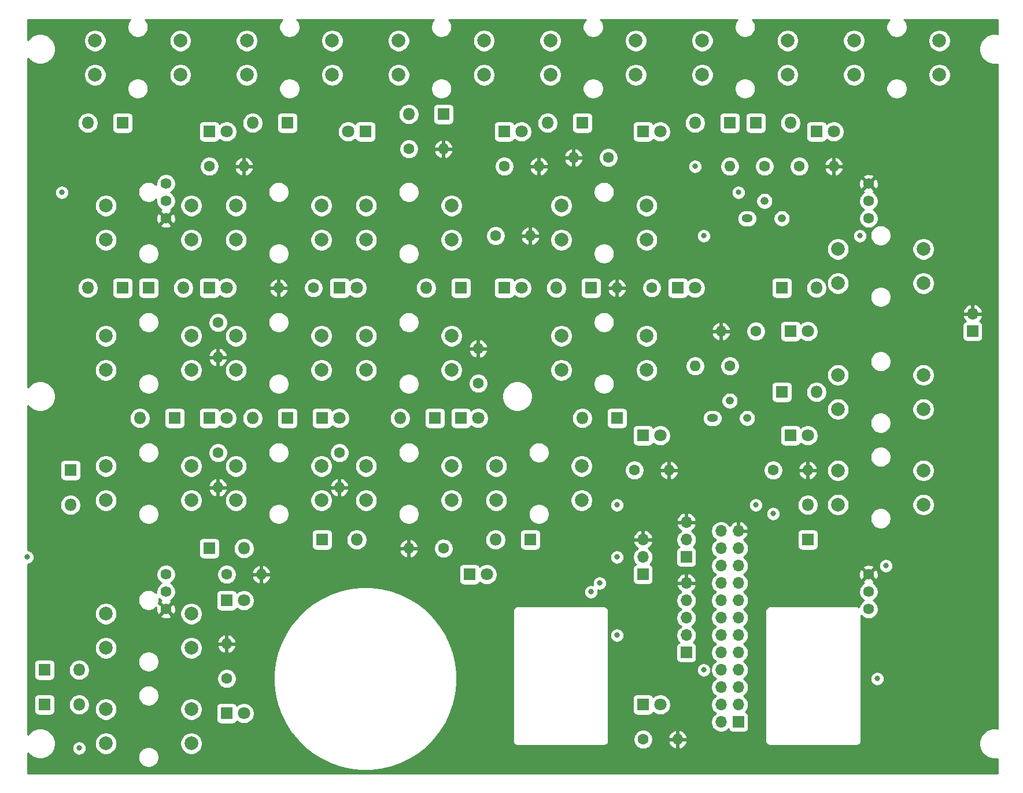
<source format=gbr>
%TF.GenerationSoftware,KiCad,Pcbnew,(5.1.10)-1*%
%TF.CreationDate,2021-07-06T22:18:48-04:00*%
%TF.ProjectId,dedBoard,64656442-6f61-4726-942e-6b696361645f,rev?*%
%TF.SameCoordinates,Original*%
%TF.FileFunction,Copper,L3,Inr*%
%TF.FilePolarity,Positive*%
%FSLAX46Y46*%
G04 Gerber Fmt 4.6, Leading zero omitted, Abs format (unit mm)*
G04 Created by KiCad (PCBNEW (5.1.10)-1) date 2021-07-06 22:18:48*
%MOMM*%
%LPD*%
G01*
G04 APERTURE LIST*
%TA.AperFunction,ComponentPad*%
%ADD10O,1.600000X1.600000*%
%TD*%
%TA.AperFunction,ComponentPad*%
%ADD11C,1.600000*%
%TD*%
%TA.AperFunction,ComponentPad*%
%ADD12O,1.800000X1.800000*%
%TD*%
%TA.AperFunction,ComponentPad*%
%ADD13R,1.800000X1.800000*%
%TD*%
%TA.AperFunction,ComponentPad*%
%ADD14O,1.200000X1.200000*%
%TD*%
%TA.AperFunction,ComponentPad*%
%ADD15O,1.600000X1.200000*%
%TD*%
%TA.AperFunction,ComponentPad*%
%ADD16C,1.800000*%
%TD*%
%TA.AperFunction,ComponentPad*%
%ADD17C,2.000000*%
%TD*%
%TA.AperFunction,ComponentPad*%
%ADD18C,1.590000*%
%TD*%
%TA.AperFunction,ComponentPad*%
%ADD19O,1.700000X1.700000*%
%TD*%
%TA.AperFunction,ComponentPad*%
%ADD20R,1.700000X1.700000*%
%TD*%
%TA.AperFunction,ViaPad*%
%ADD21C,0.800000*%
%TD*%
%TA.AperFunction,Conductor*%
%ADD22C,0.254000*%
%TD*%
%TA.AperFunction,Conductor*%
%ADD23C,0.100000*%
%TD*%
G04 APERTURE END LIST*
D10*
%TO.N,GND*%
%TO.C,R21*%
X49530000Y-102870000D03*
D11*
%TO.N,Net-(D42-Pad1)*%
X49530000Y-107950000D03*
%TD*%
D10*
%TO.N,GND*%
%TO.C,R20*%
X134620000Y-77470000D03*
D11*
%TO.N,Net-(D41-Pad1)*%
X129540000Y-77470000D03*
%TD*%
D10*
%TO.N,GND*%
%TO.C,R19*%
X115570000Y-116840000D03*
D11*
%TO.N,Net-(D40-Pad1)*%
X110490000Y-116840000D03*
%TD*%
D10*
%TO.N,GND*%
%TO.C,R18*%
X66040000Y-80010000D03*
D11*
%TO.N,Net-(D39-Pad1)*%
X66040000Y-74930000D03*
%TD*%
D10*
%TO.N,GND*%
%TO.C,R17*%
X86360000Y-59690000D03*
D11*
%TO.N,Net-(D38-Pad1)*%
X86360000Y-64770000D03*
%TD*%
D10*
%TO.N,GND*%
%TO.C,R16*%
X76200000Y-88900000D03*
D11*
%TO.N,Net-(D37-Pad1)*%
X81280000Y-88900000D03*
%TD*%
D10*
%TO.N,ledCtrl*%
%TO.C,R15*%
X118110000Y-62230000D03*
D11*
%TO.N,Net-(Q2-Pad2)*%
X123190000Y-62230000D03*
%TD*%
D10*
%TO.N,GND*%
%TO.C,R14*%
X54610000Y-92710000D03*
D11*
%TO.N,Net-(D36-Pad1)*%
X49530000Y-92710000D03*
%TD*%
D10*
%TO.N,GND*%
%TO.C,R13*%
X48260000Y-80010000D03*
D11*
%TO.N,Net-(D35-Pad1)*%
X48260000Y-74930000D03*
%TD*%
D10*
%TO.N,GND*%
%TO.C,R12*%
X114300000Y-77470000D03*
D11*
%TO.N,Net-(D34-Pad1)*%
X109220000Y-77470000D03*
%TD*%
D10*
%TO.N,GND*%
%TO.C,R11*%
X121920000Y-57150000D03*
D11*
%TO.N,Net-(D27-Pad1)*%
X127000000Y-57150000D03*
%TD*%
D10*
%TO.N,GND*%
%TO.C,R10*%
X57150000Y-50800000D03*
D11*
%TO.N,Net-(D26-Pad1)*%
X62230000Y-50800000D03*
%TD*%
D10*
%TO.N,ledCtrl*%
%TO.C,R9*%
X123190000Y-33020000D03*
D11*
%TO.N,Net-(Q1-Pad2)*%
X128270000Y-33020000D03*
%TD*%
D10*
%TO.N,GND*%
%TO.C,R8*%
X100330000Y-31750000D03*
D11*
%TO.N,Net-(D25-Pad1)*%
X105410000Y-31750000D03*
%TD*%
D10*
%TO.N,GND*%
%TO.C,R7*%
X93980000Y-43180000D03*
D11*
%TO.N,Net-(D24-Pad1)*%
X88900000Y-43180000D03*
%TD*%
D10*
%TO.N,GND*%
%TO.C,R6*%
X106680000Y-50800000D03*
D11*
%TO.N,Net-(D23-Pad1)*%
X111760000Y-50800000D03*
%TD*%
D10*
%TO.N,GND*%
%TO.C,R5*%
X48260000Y-60960000D03*
D11*
%TO.N,Net-(D22-Pad1)*%
X48260000Y-55880000D03*
%TD*%
D10*
%TO.N,GND*%
%TO.C,R4*%
X138430000Y-33020000D03*
D11*
%TO.N,Net-(D21-Pad1)*%
X133350000Y-33020000D03*
%TD*%
D10*
%TO.N,GND*%
%TO.C,R3*%
X95250000Y-33020000D03*
D11*
%TO.N,Net-(D20-Pad1)*%
X90170000Y-33020000D03*
%TD*%
D10*
%TO.N,GND*%
%TO.C,R2*%
X81280000Y-30480000D03*
D11*
%TO.N,Net-(D19-Pad1)*%
X76200000Y-30480000D03*
%TD*%
D10*
%TO.N,GND*%
%TO.C,R1*%
X52070000Y-33020000D03*
D11*
%TO.N,Net-(D18-Pad1)*%
X46990000Y-33020000D03*
%TD*%
D12*
%TO.N,Net-(D33-Pad2)*%
%TO.C,D33*%
X134620000Y-82550000D03*
D13*
%TO.N,COL5*%
X134620000Y-87630000D03*
%TD*%
D12*
%TO.N,Net-(D32-Pad2)*%
%TO.C,D32*%
X118110000Y-26670000D03*
D13*
%TO.N,COL5*%
X123190000Y-26670000D03*
%TD*%
D12*
%TO.N,Net-(D31-Pad2)*%
%TO.C,D31*%
X96520000Y-26670000D03*
D13*
%TO.N,COL4*%
X101600000Y-26670000D03*
%TD*%
D12*
%TO.N,Net-(D30-Pad2)*%
%TO.C,D30*%
X76200000Y-25400000D03*
D13*
%TO.N,COL3*%
X81280000Y-25400000D03*
%TD*%
D12*
%TO.N,Net-(D29-Pad2)*%
%TO.C,D29*%
X53340000Y-26670000D03*
D13*
%TO.N,COL2*%
X58420000Y-26670000D03*
%TD*%
D12*
%TO.N,Net-(D28-Pad2)*%
%TO.C,D28*%
X29210000Y-26670000D03*
D13*
%TO.N,COL1*%
X34290000Y-26670000D03*
%TD*%
D12*
%TO.N,Net-(D17-Pad2)*%
%TO.C,D17*%
X101600000Y-69850000D03*
D13*
%TO.N,COL4*%
X106680000Y-69850000D03*
%TD*%
D12*
%TO.N,Net-(D16-Pad2)*%
%TO.C,D16*%
X97790000Y-50800000D03*
D13*
%TO.N,COL4*%
X102870000Y-50800000D03*
%TD*%
D12*
%TO.N,Net-(D15-Pad2)*%
%TO.C,D15*%
X74930000Y-69850000D03*
D13*
%TO.N,COL3*%
X80010000Y-69850000D03*
%TD*%
D12*
%TO.N,Net-(D14-Pad2)*%
%TO.C,D14*%
X68580000Y-87630000D03*
D13*
%TO.N,COL3*%
X63500000Y-87630000D03*
%TD*%
D12*
%TO.N,Net-(D13-Pad2)*%
%TO.C,D13*%
X78740000Y-50800000D03*
D13*
%TO.N,COL3*%
X83820000Y-50800000D03*
%TD*%
D12*
%TO.N,Net-(D12-Pad2)*%
%TO.C,D12*%
X88900000Y-87630000D03*
D13*
%TO.N,COL4*%
X93980000Y-87630000D03*
%TD*%
D12*
%TO.N,Net-(D11-Pad2)*%
%TO.C,D11*%
X135890000Y-66040000D03*
D13*
%TO.N,COL5*%
X130810000Y-66040000D03*
%TD*%
D12*
%TO.N,Net-(D10-Pad2)*%
%TO.C,D10*%
X52070000Y-88900000D03*
D13*
%TO.N,COL2*%
X46990000Y-88900000D03*
%TD*%
D12*
%TO.N,Net-(D9-Pad2)*%
%TO.C,D9*%
X27940000Y-111760000D03*
D13*
%TO.N,COL2*%
X22860000Y-111760000D03*
%TD*%
D12*
%TO.N,Net-(D8-Pad2)*%
%TO.C,D8*%
X53340000Y-69850000D03*
D13*
%TO.N,COL2*%
X58420000Y-69850000D03*
%TD*%
D12*
%TO.N,Net-(D7-Pad2)*%
%TO.C,D7*%
X135890000Y-50800000D03*
D13*
%TO.N,COL5*%
X130810000Y-50800000D03*
%TD*%
D12*
%TO.N,Net-(D6-Pad2)*%
%TO.C,D6*%
X43180000Y-50800000D03*
D13*
%TO.N,COL2*%
X38100000Y-50800000D03*
%TD*%
D12*
%TO.N,Net-(D5-Pad2)*%
%TO.C,D5*%
X26670000Y-82550000D03*
D13*
%TO.N,COL1*%
X26670000Y-77470000D03*
%TD*%
D12*
%TO.N,Net-(D4-Pad2)*%
%TO.C,D4*%
X36830000Y-69850000D03*
D13*
%TO.N,COL1*%
X41910000Y-69850000D03*
%TD*%
D12*
%TO.N,Net-(D3-Pad2)*%
%TO.C,D3*%
X27940000Y-106680000D03*
D13*
%TO.N,COL1*%
X22860000Y-106680000D03*
%TD*%
D12*
%TO.N,Net-(D2-Pad2)*%
%TO.C,D2*%
X29210000Y-50800000D03*
D13*
%TO.N,COL1*%
X34290000Y-50800000D03*
%TD*%
D12*
%TO.N,Net-(D1-Pad2)*%
%TO.C,D1*%
X132080000Y-26670000D03*
D13*
%TO.N,COL5*%
X127000000Y-26670000D03*
%TD*%
D14*
%TO.N,VCC*%
%TO.C,Q2*%
X125730000Y-69850000D03*
%TO.N,Net-(Q2-Pad2)*%
X123190000Y-67310000D03*
D15*
%TO.N,/LED2*%
X120650000Y-69850000D03*
%TD*%
D16*
%TO.N,/LED2*%
%TO.C,D42*%
X52070000Y-113030000D03*
D13*
%TO.N,Net-(D42-Pad1)*%
X49530000Y-113030000D03*
%TD*%
D16*
%TO.N,/LED2*%
%TO.C,D41*%
X134620000Y-72390000D03*
D13*
%TO.N,Net-(D41-Pad1)*%
X132080000Y-72390000D03*
%TD*%
D16*
%TO.N,/LED2*%
%TO.C,D40*%
X113030000Y-111760000D03*
D13*
%TO.N,Net-(D40-Pad1)*%
X110490000Y-111760000D03*
%TD*%
D16*
%TO.N,/LED2*%
%TO.C,D39*%
X66040000Y-69850000D03*
D13*
%TO.N,Net-(D39-Pad1)*%
X63500000Y-69850000D03*
%TD*%
D16*
%TO.N,/LED2*%
%TO.C,D38*%
X86360000Y-69850000D03*
D13*
%TO.N,Net-(D38-Pad1)*%
X83820000Y-69850000D03*
%TD*%
D16*
%TO.N,/LED2*%
%TO.C,D37*%
X87630000Y-92710000D03*
D13*
%TO.N,Net-(D37-Pad1)*%
X85090000Y-92710000D03*
%TD*%
D16*
%TO.N,/LED2*%
%TO.C,D36*%
X52070000Y-96520000D03*
D13*
%TO.N,Net-(D36-Pad1)*%
X49530000Y-96520000D03*
%TD*%
D16*
%TO.N,/LED2*%
%TO.C,D35*%
X49530000Y-69850000D03*
D13*
%TO.N,Net-(D35-Pad1)*%
X46990000Y-69850000D03*
%TD*%
D16*
%TO.N,/LED2*%
%TO.C,D34*%
X113030000Y-72390000D03*
D13*
%TO.N,Net-(D34-Pad1)*%
X110490000Y-72390000D03*
%TD*%
D17*
%TO.N,Net-(S23-Pad4)*%
%TO.C,S23*%
X151538000Y-82510000D03*
%TO.N,Net-(D33-Pad2)*%
X139038000Y-82510000D03*
%TO.N,Net-(S23-Pad2)*%
X151538000Y-77510000D03*
%TO.N,ROW5*%
X139038000Y-77510000D03*
%TD*%
%TO.N,Net-(S22-Pad4)*%
%TO.C,S22*%
X131662500Y-19645000D03*
%TO.N,Net-(D32-Pad2)*%
X119162500Y-19645000D03*
%TO.N,Net-(S22-Pad2)*%
X131662500Y-14645000D03*
%TO.N,ROW1*%
X119162500Y-14645000D03*
%TD*%
%TO.N,Net-(S21-Pad4)*%
%TO.C,S21*%
X109437500Y-19645000D03*
%TO.N,Net-(D31-Pad2)*%
X96937500Y-19645000D03*
%TO.N,Net-(S21-Pad2)*%
X109437500Y-14645000D03*
%TO.N,ROW1*%
X96937500Y-14645000D03*
%TD*%
%TO.N,Net-(S20-Pad4)*%
%TO.C,S20*%
X87212500Y-19645000D03*
%TO.N,Net-(D30-Pad2)*%
X74712500Y-19645000D03*
%TO.N,Net-(S20-Pad2)*%
X87212500Y-14645000D03*
%TO.N,ROW1*%
X74712500Y-14645000D03*
%TD*%
%TO.N,Net-(S19-Pad4)*%
%TO.C,S19*%
X64987500Y-19645000D03*
%TO.N,Net-(D29-Pad2)*%
X52487500Y-19645000D03*
%TO.N,Net-(S19-Pad2)*%
X64987500Y-14645000D03*
%TO.N,ROW1*%
X52487500Y-14645000D03*
%TD*%
%TO.N,Net-(S18-Pad4)*%
%TO.C,S18*%
X42762500Y-19645000D03*
%TO.N,Net-(D28-Pad2)*%
X30262500Y-19645000D03*
%TO.N,Net-(S18-Pad2)*%
X42762500Y-14645000D03*
%TO.N,ROW1*%
X30262500Y-14645000D03*
%TD*%
D18*
%TO.N,VCC*%
%TO.C,VR4*%
X143510000Y-97790000D03*
%TO.N,potCONT*%
X143510000Y-95250000D03*
%TO.N,GND*%
X143510000Y-92710000D03*
%TD*%
%TO.N,VCC*%
%TO.C,VR3*%
X143510000Y-40640000D03*
%TO.N,potDEPR*%
X143510000Y-38100000D03*
%TO.N,GND*%
X143510000Y-35560000D03*
%TD*%
%TO.N,VCC*%
%TO.C,VR2*%
X40640000Y-92710000D03*
%TO.N,potBRT*%
X40640000Y-95250000D03*
%TO.N,GND*%
X40640000Y-97790000D03*
%TD*%
%TO.N,VCC*%
%TO.C,VR1*%
X40640000Y-35560000D03*
%TO.N,potSym*%
X40640000Y-38100000D03*
%TO.N,GND*%
X40640000Y-40640000D03*
%TD*%
D17*
%TO.N,Net-(S17-Pad4)*%
%TO.C,S17*%
X111025000Y-62825000D03*
%TO.N,Net-(D17-Pad2)*%
X98525000Y-62825000D03*
%TO.N,Net-(S17-Pad2)*%
X111025000Y-57825000D03*
%TO.N,Net-(S10-Pad1)*%
X98525000Y-57825000D03*
%TD*%
%TO.N,Net-(S16-Pad4)*%
%TO.C,S16*%
X111025000Y-43775000D03*
%TO.N,Net-(D16-Pad2)*%
X98525000Y-43775000D03*
%TO.N,Net-(S16-Pad2)*%
X111025000Y-38775000D03*
%TO.N,Net-(S1-Pad1)*%
X98525000Y-38775000D03*
%TD*%
%TO.N,Net-(S15-Pad4)*%
%TO.C,S15*%
X82450000Y-62825000D03*
%TO.N,Net-(D15-Pad2)*%
X69950000Y-62825000D03*
%TO.N,Net-(S15-Pad2)*%
X82450000Y-57825000D03*
%TO.N,Net-(S10-Pad1)*%
X69950000Y-57825000D03*
%TD*%
%TO.N,Net-(S14-Pad4)*%
%TO.C,S14*%
X82450000Y-81875000D03*
%TO.N,Net-(D14-Pad2)*%
X69950000Y-81875000D03*
%TO.N,Net-(S14-Pad2)*%
X82450000Y-76875000D03*
%TO.N,ROW4*%
X69950000Y-76875000D03*
%TD*%
%TO.N,Net-(S13-Pad4)*%
%TO.C,S13*%
X82450000Y-43775000D03*
%TO.N,Net-(D13-Pad2)*%
X69950000Y-43775000D03*
%TO.N,Net-(S13-Pad2)*%
X82450000Y-38775000D03*
%TO.N,Net-(S1-Pad1)*%
X69950000Y-38775000D03*
%TD*%
%TO.N,Net-(S12-Pad4)*%
%TO.C,S12*%
X101500000Y-81875000D03*
%TO.N,Net-(D12-Pad2)*%
X89000000Y-81875000D03*
%TO.N,Net-(S12-Pad2)*%
X101500000Y-76875000D03*
%TO.N,ROW4*%
X89000000Y-76875000D03*
%TD*%
%TO.N,Net-(S11-Pad4)*%
%TO.C,S11*%
X151538000Y-68540000D03*
%TO.N,Net-(D11-Pad2)*%
X139038000Y-68540000D03*
%TO.N,Net-(S11-Pad2)*%
X151538000Y-63540000D03*
%TO.N,ROW4*%
X139038000Y-63540000D03*
%TD*%
%TO.N,Net-(S10-Pad4)*%
%TO.C,S10*%
X63400000Y-62825000D03*
%TO.N,Net-(D8-Pad2)*%
X50900000Y-62825000D03*
%TO.N,Net-(S10-Pad2)*%
X63400000Y-57825000D03*
%TO.N,Net-(S10-Pad1)*%
X50900000Y-57825000D03*
%TD*%
%TO.N,Net-(S9-Pad4)*%
%TO.C,S9*%
X151538000Y-50125000D03*
%TO.N,Net-(D7-Pad2)*%
X139038000Y-50125000D03*
%TO.N,Net-(S9-Pad2)*%
X151538000Y-45125000D03*
%TO.N,Net-(S10-Pad1)*%
X139038000Y-45125000D03*
%TD*%
%TO.N,Net-(S8-Pad4)*%
%TO.C,S8*%
X63400000Y-81875000D03*
%TO.N,Net-(D10-Pad2)*%
X50900000Y-81875000D03*
%TO.N,Net-(S8-Pad2)*%
X63400000Y-76875000D03*
%TO.N,ROW4*%
X50900000Y-76875000D03*
%TD*%
%TO.N,Net-(S7-Pad4)*%
%TO.C,S7*%
X63400000Y-43775000D03*
%TO.N,Net-(D6-Pad2)*%
X50900000Y-43775000D03*
%TO.N,Net-(S7-Pad2)*%
X63400000Y-38775000D03*
%TO.N,Net-(S1-Pad1)*%
X50900000Y-38775000D03*
%TD*%
%TO.N,Net-(S6-Pad4)*%
%TO.C,S6*%
X44350000Y-117435000D03*
%TO.N,Net-(D9-Pad2)*%
X31850000Y-117435000D03*
%TO.N,Net-(S6-Pad2)*%
X44350000Y-112435000D03*
%TO.N,ROW5*%
X31850000Y-112435000D03*
%TD*%
%TO.N,Net-(S5-Pad4)*%
%TO.C,S5*%
X44350000Y-62825000D03*
%TO.N,Net-(D4-Pad2)*%
X31850000Y-62825000D03*
%TO.N,Net-(S5-Pad2)*%
X44350000Y-57825000D03*
%TO.N,Net-(S10-Pad1)*%
X31850000Y-57825000D03*
%TD*%
%TO.N,Net-(S4-Pad4)*%
%TO.C,S4*%
X44350000Y-81875000D03*
%TO.N,Net-(D5-Pad2)*%
X31850000Y-81875000D03*
%TO.N,Net-(S4-Pad2)*%
X44350000Y-76875000D03*
%TO.N,ROW4*%
X31850000Y-76875000D03*
%TD*%
%TO.N,Net-(S3-Pad4)*%
%TO.C,S3*%
X44350000Y-43775000D03*
%TO.N,Net-(D2-Pad2)*%
X31850000Y-43775000D03*
%TO.N,Net-(S3-Pad2)*%
X44350000Y-38775000D03*
%TO.N,Net-(S1-Pad1)*%
X31850000Y-38775000D03*
%TD*%
%TO.N,Net-(S2-Pad4)*%
%TO.C,S2*%
X44350000Y-103465000D03*
%TO.N,Net-(D3-Pad2)*%
X31850000Y-103465000D03*
%TO.N,Net-(S2-Pad2)*%
X44350000Y-98465000D03*
%TO.N,ROW5*%
X31850000Y-98465000D03*
%TD*%
%TO.N,Net-(S1-Pad4)*%
%TO.C,S1*%
X153887500Y-19645000D03*
%TO.N,Net-(D1-Pad2)*%
X141387500Y-19645000D03*
%TO.N,Net-(S1-Pad2)*%
X153887500Y-14645000D03*
%TO.N,Net-(S1-Pad1)*%
X141387500Y-14645000D03*
%TD*%
D14*
%TO.N,VCC*%
%TO.C,Q1*%
X130810000Y-40640000D03*
%TO.N,Net-(Q1-Pad2)*%
X128270000Y-38100000D03*
D15*
%TO.N,/LED1*%
X125730000Y-40640000D03*
%TD*%
D19*
%TO.N,GND*%
%TO.C,J5*%
X116840000Y-85090000D03*
%TO.N,gain2*%
X116840000Y-87630000D03*
D20*
%TO.N,gain1*%
X116840000Y-90170000D03*
%TD*%
D19*
%TO.N,GND*%
%TO.C,J4*%
X110490000Y-87630000D03*
%TO.N,drift2*%
X110490000Y-90170000D03*
D20*
%TO.N,drift1*%
X110490000Y-92710000D03*
%TD*%
D19*
%TO.N,GND*%
%TO.C,J3*%
X116840000Y-93980000D03*
%TO.N,dobber4*%
X116840000Y-96520000D03*
%TO.N,dobber3*%
X116840000Y-99060000D03*
%TO.N,dobber2*%
X116840000Y-101600000D03*
D20*
%TO.N,dobber1*%
X116840000Y-104140000D03*
%TD*%
D19*
%TO.N,ledCtrl*%
%TO.C,J2*%
X121920000Y-86360000D03*
%TO.N,GND*%
X124460000Y-86360000D03*
%TO.N,potDEPR*%
X121920000Y-88900000D03*
%TO.N,potCONT*%
X124460000Y-88900000D03*
%TO.N,potBRT*%
X121920000Y-91440000D03*
%TO.N,potSym*%
X124460000Y-91440000D03*
%TO.N,gain2*%
X121920000Y-93980000D03*
%TO.N,gain1*%
X124460000Y-93980000D03*
%TO.N,drift2*%
X121920000Y-96520000D03*
%TO.N,drift1*%
X124460000Y-96520000D03*
%TO.N,dobber4*%
X121920000Y-99060000D03*
%TO.N,dobber3*%
X124460000Y-99060000D03*
%TO.N,dobber2*%
X121920000Y-101600000D03*
%TO.N,dobber1*%
X124460000Y-101600000D03*
%TO.N,COL5*%
X121920000Y-104140000D03*
%TO.N,COL4*%
X124460000Y-104140000D03*
%TO.N,COL3*%
X121920000Y-106680000D03*
%TO.N,COL2*%
X124460000Y-106680000D03*
%TO.N,COL1*%
X121920000Y-109220000D03*
%TO.N,ROW5*%
X124460000Y-109220000D03*
%TO.N,ROW4*%
X121920000Y-111760000D03*
%TO.N,ROW3*%
X124460000Y-111760000D03*
%TO.N,ROW2*%
X121920000Y-114300000D03*
D20*
%TO.N,ROW1*%
X124460000Y-114300000D03*
%TD*%
D19*
%TO.N,GND*%
%TO.C,J1*%
X158750000Y-54610000D03*
D20*
%TO.N,VCC*%
X158750000Y-57150000D03*
%TD*%
D16*
%TO.N,/LED1*%
%TO.C,D27*%
X134620000Y-57150000D03*
D13*
%TO.N,Net-(D27-Pad1)*%
X132080000Y-57150000D03*
%TD*%
D16*
%TO.N,/LED1*%
%TO.C,D26*%
X68580000Y-50800000D03*
D13*
%TO.N,Net-(D26-Pad1)*%
X66040000Y-50800000D03*
%TD*%
D16*
%TO.N,/LED1*%
%TO.C,D25*%
X113030000Y-27940000D03*
D13*
%TO.N,Net-(D25-Pad1)*%
X110490000Y-27940000D03*
%TD*%
D16*
%TO.N,/LED1*%
%TO.C,D24*%
X92710000Y-50800000D03*
D13*
%TO.N,Net-(D24-Pad1)*%
X90170000Y-50800000D03*
%TD*%
D16*
%TO.N,/LED1*%
%TO.C,D23*%
X118110000Y-50800000D03*
D13*
%TO.N,Net-(D23-Pad1)*%
X115570000Y-50800000D03*
%TD*%
D16*
%TO.N,/LED1*%
%TO.C,D22*%
X49530000Y-50800000D03*
D13*
%TO.N,Net-(D22-Pad1)*%
X46990000Y-50800000D03*
%TD*%
D16*
%TO.N,/LED1*%
%TO.C,D21*%
X138430000Y-27940000D03*
D13*
%TO.N,Net-(D21-Pad1)*%
X135890000Y-27940000D03*
%TD*%
D16*
%TO.N,/LED1*%
%TO.C,D20*%
X92710000Y-27940000D03*
D13*
%TO.N,Net-(D20-Pad1)*%
X90170000Y-27940000D03*
%TD*%
D16*
%TO.N,/LED1*%
%TO.C,D19*%
X67310000Y-27940000D03*
D13*
%TO.N,Net-(D19-Pad1)*%
X69850000Y-27940000D03*
%TD*%
D16*
%TO.N,/LED1*%
%TO.C,D18*%
X49530000Y-27940000D03*
D13*
%TO.N,Net-(D18-Pad1)*%
X46990000Y-27940000D03*
%TD*%
D21*
%TO.N,COL1*%
X102870000Y-95250000D03*
%TO.N,COL2*%
X106680000Y-101600000D03*
%TO.N,COL3*%
X119380000Y-106680000D03*
%TO.N,VCC*%
X25400000Y-36830000D03*
X20320000Y-90170000D03*
X27940000Y-118110000D03*
%TO.N,potDEPR*%
X119380000Y-43180000D03*
X142240000Y-43180000D03*
%TO.N,potSym*%
X124460000Y-36830000D03*
%TO.N,ledCtrl*%
X118110000Y-33020000D03*
%TO.N,ROW4*%
X106680000Y-90170000D03*
X106680000Y-82550000D03*
%TO.N,ROW1*%
X127000000Y-82550000D03*
%TO.N,COL5*%
X129540000Y-83820000D03*
%TO.N,ROW5*%
X104140000Y-93980000D03*
X146050000Y-91440000D03*
X144780000Y-107950000D03*
%TD*%
D22*
%TO.N,GND*%
X35320188Y-11666495D02*
X35152201Y-11917905D01*
X35036489Y-12197257D01*
X34977500Y-12493816D01*
X34977500Y-12796184D01*
X35036489Y-13092743D01*
X35152201Y-13372095D01*
X35320188Y-13623505D01*
X35533995Y-13837312D01*
X35785405Y-14005299D01*
X36064757Y-14121011D01*
X36361316Y-14180000D01*
X36663684Y-14180000D01*
X36960243Y-14121011D01*
X37239595Y-14005299D01*
X37491005Y-13837312D01*
X37704812Y-13623505D01*
X37872799Y-13372095D01*
X37988511Y-13092743D01*
X38047500Y-12796184D01*
X38047500Y-12493816D01*
X37988511Y-12197257D01*
X37872799Y-11917905D01*
X37704812Y-11666495D01*
X37595317Y-11557000D01*
X57654683Y-11557000D01*
X57545188Y-11666495D01*
X57377201Y-11917905D01*
X57261489Y-12197257D01*
X57202500Y-12493816D01*
X57202500Y-12796184D01*
X57261489Y-13092743D01*
X57377201Y-13372095D01*
X57545188Y-13623505D01*
X57758995Y-13837312D01*
X58010405Y-14005299D01*
X58289757Y-14121011D01*
X58586316Y-14180000D01*
X58888684Y-14180000D01*
X59185243Y-14121011D01*
X59464595Y-14005299D01*
X59716005Y-13837312D01*
X59929812Y-13623505D01*
X60097799Y-13372095D01*
X60213511Y-13092743D01*
X60272500Y-12796184D01*
X60272500Y-12493816D01*
X60213511Y-12197257D01*
X60097799Y-11917905D01*
X59929812Y-11666495D01*
X59820317Y-11557000D01*
X79879683Y-11557000D01*
X79770188Y-11666495D01*
X79602201Y-11917905D01*
X79486489Y-12197257D01*
X79427500Y-12493816D01*
X79427500Y-12796184D01*
X79486489Y-13092743D01*
X79602201Y-13372095D01*
X79770188Y-13623505D01*
X79983995Y-13837312D01*
X80235405Y-14005299D01*
X80514757Y-14121011D01*
X80811316Y-14180000D01*
X81113684Y-14180000D01*
X81410243Y-14121011D01*
X81689595Y-14005299D01*
X81941005Y-13837312D01*
X82154812Y-13623505D01*
X82322799Y-13372095D01*
X82438511Y-13092743D01*
X82497500Y-12796184D01*
X82497500Y-12493816D01*
X82438511Y-12197257D01*
X82322799Y-11917905D01*
X82154812Y-11666495D01*
X82045317Y-11557000D01*
X102104683Y-11557000D01*
X101995188Y-11666495D01*
X101827201Y-11917905D01*
X101711489Y-12197257D01*
X101652500Y-12493816D01*
X101652500Y-12796184D01*
X101711489Y-13092743D01*
X101827201Y-13372095D01*
X101995188Y-13623505D01*
X102208995Y-13837312D01*
X102460405Y-14005299D01*
X102739757Y-14121011D01*
X103036316Y-14180000D01*
X103338684Y-14180000D01*
X103635243Y-14121011D01*
X103914595Y-14005299D01*
X104166005Y-13837312D01*
X104379812Y-13623505D01*
X104547799Y-13372095D01*
X104663511Y-13092743D01*
X104722500Y-12796184D01*
X104722500Y-12493816D01*
X104663511Y-12197257D01*
X104547799Y-11917905D01*
X104379812Y-11666495D01*
X104270317Y-11557000D01*
X124329683Y-11557000D01*
X124220188Y-11666495D01*
X124052201Y-11917905D01*
X123936489Y-12197257D01*
X123877500Y-12493816D01*
X123877500Y-12796184D01*
X123936489Y-13092743D01*
X124052201Y-13372095D01*
X124220188Y-13623505D01*
X124433995Y-13837312D01*
X124685405Y-14005299D01*
X124964757Y-14121011D01*
X125261316Y-14180000D01*
X125563684Y-14180000D01*
X125860243Y-14121011D01*
X126139595Y-14005299D01*
X126391005Y-13837312D01*
X126604812Y-13623505D01*
X126772799Y-13372095D01*
X126888511Y-13092743D01*
X126947500Y-12796184D01*
X126947500Y-12493816D01*
X126888511Y-12197257D01*
X126772799Y-11917905D01*
X126604812Y-11666495D01*
X126495317Y-11557000D01*
X146554683Y-11557000D01*
X146445188Y-11666495D01*
X146277201Y-11917905D01*
X146161489Y-12197257D01*
X146102500Y-12493816D01*
X146102500Y-12796184D01*
X146161489Y-13092743D01*
X146277201Y-13372095D01*
X146445188Y-13623505D01*
X146658995Y-13837312D01*
X146910405Y-14005299D01*
X147189757Y-14121011D01*
X147486316Y-14180000D01*
X147788684Y-14180000D01*
X148085243Y-14121011D01*
X148364595Y-14005299D01*
X148616005Y-13837312D01*
X148829812Y-13623505D01*
X148997799Y-13372095D01*
X149113511Y-13092743D01*
X149172500Y-12796184D01*
X149172500Y-12493816D01*
X149113511Y-12197257D01*
X148997799Y-11917905D01*
X148829812Y-11666495D01*
X148720317Y-11557000D01*
X162433000Y-11557000D01*
X162433000Y-13697261D01*
X162145128Y-13640000D01*
X161704872Y-13640000D01*
X161273075Y-13725890D01*
X160866331Y-13894369D01*
X160500271Y-14138962D01*
X160188962Y-14450271D01*
X159944369Y-14816331D01*
X159775890Y-15223075D01*
X159690000Y-15654872D01*
X159690000Y-16095128D01*
X159775890Y-16526925D01*
X159944369Y-16933669D01*
X160188962Y-17299729D01*
X160500271Y-17611038D01*
X160866331Y-17855631D01*
X161273075Y-18024110D01*
X161704872Y-18110000D01*
X162145128Y-18110000D01*
X162433000Y-18052739D01*
X162433000Y-115297261D01*
X162145128Y-115240000D01*
X161704872Y-115240000D01*
X161273075Y-115325890D01*
X160866331Y-115494369D01*
X160500271Y-115738962D01*
X160188962Y-116050271D01*
X159944369Y-116416331D01*
X159775890Y-116823075D01*
X159690000Y-117254872D01*
X159690000Y-117695128D01*
X159775890Y-118126925D01*
X159944369Y-118533669D01*
X160188962Y-118899729D01*
X160500271Y-119211038D01*
X160866331Y-119455631D01*
X161273075Y-119624110D01*
X161704872Y-119710000D01*
X162145128Y-119710000D01*
X162433000Y-119652739D01*
X162433000Y-121793000D01*
X20447000Y-121793000D01*
X20447000Y-118836928D01*
X20488962Y-118899729D01*
X20800271Y-119211038D01*
X21166331Y-119455631D01*
X21573075Y-119624110D01*
X22004872Y-119710000D01*
X22445128Y-119710000D01*
X22876925Y-119624110D01*
X23283669Y-119455631D01*
X23540808Y-119283816D01*
X36565000Y-119283816D01*
X36565000Y-119586184D01*
X36623989Y-119882743D01*
X36739701Y-120162095D01*
X36907688Y-120413505D01*
X37121495Y-120627312D01*
X37372905Y-120795299D01*
X37652257Y-120911011D01*
X37948816Y-120970000D01*
X38251184Y-120970000D01*
X38547743Y-120911011D01*
X38827095Y-120795299D01*
X39078505Y-120627312D01*
X39292312Y-120413505D01*
X39460299Y-120162095D01*
X39576011Y-119882743D01*
X39635000Y-119586184D01*
X39635000Y-119283816D01*
X39576011Y-118987257D01*
X39460299Y-118707905D01*
X39292312Y-118456495D01*
X39078505Y-118242688D01*
X38827095Y-118074701D01*
X38547743Y-117958989D01*
X38251184Y-117900000D01*
X37948816Y-117900000D01*
X37652257Y-117958989D01*
X37372905Y-118074701D01*
X37121495Y-118242688D01*
X36907688Y-118456495D01*
X36739701Y-118707905D01*
X36623989Y-118987257D01*
X36565000Y-119283816D01*
X23540808Y-119283816D01*
X23649729Y-119211038D01*
X23961038Y-118899729D01*
X24205631Y-118533669D01*
X24374110Y-118126925D01*
X24397753Y-118008061D01*
X26905000Y-118008061D01*
X26905000Y-118211939D01*
X26944774Y-118411898D01*
X27022795Y-118600256D01*
X27136063Y-118769774D01*
X27280226Y-118913937D01*
X27449744Y-119027205D01*
X27638102Y-119105226D01*
X27838061Y-119145000D01*
X28041939Y-119145000D01*
X28241898Y-119105226D01*
X28430256Y-119027205D01*
X28599774Y-118913937D01*
X28743937Y-118769774D01*
X28857205Y-118600256D01*
X28935226Y-118411898D01*
X28975000Y-118211939D01*
X28975000Y-118008061D01*
X28935226Y-117808102D01*
X28857205Y-117619744D01*
X28743937Y-117450226D01*
X28599774Y-117306063D01*
X28551739Y-117273967D01*
X30215000Y-117273967D01*
X30215000Y-117596033D01*
X30277832Y-117911912D01*
X30401082Y-118209463D01*
X30580013Y-118477252D01*
X30807748Y-118704987D01*
X31075537Y-118883918D01*
X31373088Y-119007168D01*
X31688967Y-119070000D01*
X32011033Y-119070000D01*
X32326912Y-119007168D01*
X32624463Y-118883918D01*
X32892252Y-118704987D01*
X33119987Y-118477252D01*
X33298918Y-118209463D01*
X33422168Y-117911912D01*
X33485000Y-117596033D01*
X33485000Y-117273967D01*
X42715000Y-117273967D01*
X42715000Y-117596033D01*
X42777832Y-117911912D01*
X42901082Y-118209463D01*
X43080013Y-118477252D01*
X43307748Y-118704987D01*
X43575537Y-118883918D01*
X43873088Y-119007168D01*
X44188967Y-119070000D01*
X44511033Y-119070000D01*
X44826912Y-119007168D01*
X45124463Y-118883918D01*
X45392252Y-118704987D01*
X45619987Y-118477252D01*
X45798918Y-118209463D01*
X45922168Y-117911912D01*
X45985000Y-117596033D01*
X45985000Y-117273967D01*
X45922168Y-116958088D01*
X45798918Y-116660537D01*
X45619987Y-116392748D01*
X45392252Y-116165013D01*
X45124463Y-115986082D01*
X44826912Y-115862832D01*
X44511033Y-115800000D01*
X44188967Y-115800000D01*
X43873088Y-115862832D01*
X43575537Y-115986082D01*
X43307748Y-116165013D01*
X43080013Y-116392748D01*
X42901082Y-116660537D01*
X42777832Y-116958088D01*
X42715000Y-117273967D01*
X33485000Y-117273967D01*
X33422168Y-116958088D01*
X33298918Y-116660537D01*
X33119987Y-116392748D01*
X32892252Y-116165013D01*
X32624463Y-115986082D01*
X32326912Y-115862832D01*
X32011033Y-115800000D01*
X31688967Y-115800000D01*
X31373088Y-115862832D01*
X31075537Y-115986082D01*
X30807748Y-116165013D01*
X30580013Y-116392748D01*
X30401082Y-116660537D01*
X30277832Y-116958088D01*
X30215000Y-117273967D01*
X28551739Y-117273967D01*
X28430256Y-117192795D01*
X28241898Y-117114774D01*
X28041939Y-117075000D01*
X27838061Y-117075000D01*
X27638102Y-117114774D01*
X27449744Y-117192795D01*
X27280226Y-117306063D01*
X27136063Y-117450226D01*
X27022795Y-117619744D01*
X26944774Y-117808102D01*
X26905000Y-118008061D01*
X24397753Y-118008061D01*
X24460000Y-117695128D01*
X24460000Y-117254872D01*
X24374110Y-116823075D01*
X24205631Y-116416331D01*
X23961038Y-116050271D01*
X23649729Y-115738962D01*
X23283669Y-115494369D01*
X22876925Y-115325890D01*
X22445128Y-115240000D01*
X22004872Y-115240000D01*
X21573075Y-115325890D01*
X21166331Y-115494369D01*
X20800271Y-115738962D01*
X20488962Y-116050271D01*
X20447000Y-116113072D01*
X20447000Y-110860000D01*
X21321928Y-110860000D01*
X21321928Y-112660000D01*
X21334188Y-112784482D01*
X21370498Y-112904180D01*
X21429463Y-113014494D01*
X21508815Y-113111185D01*
X21605506Y-113190537D01*
X21715820Y-113249502D01*
X21835518Y-113285812D01*
X21960000Y-113298072D01*
X23760000Y-113298072D01*
X23884482Y-113285812D01*
X24004180Y-113249502D01*
X24114494Y-113190537D01*
X24211185Y-113111185D01*
X24290537Y-113014494D01*
X24349502Y-112904180D01*
X24385812Y-112784482D01*
X24398072Y-112660000D01*
X24398072Y-111608816D01*
X26405000Y-111608816D01*
X26405000Y-111911184D01*
X26463989Y-112207743D01*
X26579701Y-112487095D01*
X26747688Y-112738505D01*
X26961495Y-112952312D01*
X27212905Y-113120299D01*
X27492257Y-113236011D01*
X27788816Y-113295000D01*
X28091184Y-113295000D01*
X28387743Y-113236011D01*
X28667095Y-113120299D01*
X28918505Y-112952312D01*
X29132312Y-112738505D01*
X29300299Y-112487095D01*
X29388579Y-112273967D01*
X30215000Y-112273967D01*
X30215000Y-112596033D01*
X30277832Y-112911912D01*
X30401082Y-113209463D01*
X30580013Y-113477252D01*
X30807748Y-113704987D01*
X31075537Y-113883918D01*
X31373088Y-114007168D01*
X31688967Y-114070000D01*
X32011033Y-114070000D01*
X32326912Y-114007168D01*
X32624463Y-113883918D01*
X32892252Y-113704987D01*
X33119987Y-113477252D01*
X33298918Y-113209463D01*
X33422168Y-112911912D01*
X33485000Y-112596033D01*
X33485000Y-112273967D01*
X42715000Y-112273967D01*
X42715000Y-112596033D01*
X42777832Y-112911912D01*
X42901082Y-113209463D01*
X43080013Y-113477252D01*
X43307748Y-113704987D01*
X43575537Y-113883918D01*
X43873088Y-114007168D01*
X44188967Y-114070000D01*
X44511033Y-114070000D01*
X44826912Y-114007168D01*
X45124463Y-113883918D01*
X45392252Y-113704987D01*
X45619987Y-113477252D01*
X45798918Y-113209463D01*
X45922168Y-112911912D01*
X45985000Y-112596033D01*
X45985000Y-112273967D01*
X45956364Y-112130000D01*
X47991928Y-112130000D01*
X47991928Y-113930000D01*
X48004188Y-114054482D01*
X48040498Y-114174180D01*
X48099463Y-114284494D01*
X48178815Y-114381185D01*
X48275506Y-114460537D01*
X48385820Y-114519502D01*
X48505518Y-114555812D01*
X48630000Y-114568072D01*
X50430000Y-114568072D01*
X50554482Y-114555812D01*
X50674180Y-114519502D01*
X50784494Y-114460537D01*
X50881185Y-114381185D01*
X50960537Y-114284494D01*
X51019502Y-114174180D01*
X51025056Y-114155873D01*
X51091495Y-114222312D01*
X51342905Y-114390299D01*
X51622257Y-114506011D01*
X51918816Y-114565000D01*
X52221184Y-114565000D01*
X52517743Y-114506011D01*
X52797095Y-114390299D01*
X53048505Y-114222312D01*
X53262312Y-114008505D01*
X53430299Y-113757095D01*
X53546011Y-113477743D01*
X53605000Y-113181184D01*
X53605000Y-112878816D01*
X53546011Y-112582257D01*
X53430299Y-112302905D01*
X53262312Y-112051495D01*
X53048505Y-111837688D01*
X52797095Y-111669701D01*
X52517743Y-111553989D01*
X52221184Y-111495000D01*
X51918816Y-111495000D01*
X51622257Y-111553989D01*
X51342905Y-111669701D01*
X51091495Y-111837688D01*
X51025056Y-111904127D01*
X51019502Y-111885820D01*
X50960537Y-111775506D01*
X50881185Y-111678815D01*
X50784494Y-111599463D01*
X50674180Y-111540498D01*
X50554482Y-111504188D01*
X50430000Y-111491928D01*
X48630000Y-111491928D01*
X48505518Y-111504188D01*
X48385820Y-111540498D01*
X48275506Y-111599463D01*
X48178815Y-111678815D01*
X48099463Y-111775506D01*
X48040498Y-111885820D01*
X48004188Y-112005518D01*
X47991928Y-112130000D01*
X45956364Y-112130000D01*
X45922168Y-111958088D01*
X45798918Y-111660537D01*
X45619987Y-111392748D01*
X45392252Y-111165013D01*
X45124463Y-110986082D01*
X44826912Y-110862832D01*
X44511033Y-110800000D01*
X44188967Y-110800000D01*
X43873088Y-110862832D01*
X43575537Y-110986082D01*
X43307748Y-111165013D01*
X43080013Y-111392748D01*
X42901082Y-111660537D01*
X42777832Y-111958088D01*
X42715000Y-112273967D01*
X33485000Y-112273967D01*
X33422168Y-111958088D01*
X33298918Y-111660537D01*
X33119987Y-111392748D01*
X32892252Y-111165013D01*
X32624463Y-110986082D01*
X32326912Y-110862832D01*
X32011033Y-110800000D01*
X31688967Y-110800000D01*
X31373088Y-110862832D01*
X31075537Y-110986082D01*
X30807748Y-111165013D01*
X30580013Y-111392748D01*
X30401082Y-111660537D01*
X30277832Y-111958088D01*
X30215000Y-112273967D01*
X29388579Y-112273967D01*
X29416011Y-112207743D01*
X29475000Y-111911184D01*
X29475000Y-111608816D01*
X29416011Y-111312257D01*
X29300299Y-111032905D01*
X29132312Y-110781495D01*
X28918505Y-110567688D01*
X28667095Y-110399701D01*
X28387743Y-110283989D01*
X28386874Y-110283816D01*
X36565000Y-110283816D01*
X36565000Y-110586184D01*
X36623989Y-110882743D01*
X36739701Y-111162095D01*
X36907688Y-111413505D01*
X37121495Y-111627312D01*
X37372905Y-111795299D01*
X37652257Y-111911011D01*
X37948816Y-111970000D01*
X38251184Y-111970000D01*
X38547743Y-111911011D01*
X38827095Y-111795299D01*
X39078505Y-111627312D01*
X39292312Y-111413505D01*
X39460299Y-111162095D01*
X39576011Y-110882743D01*
X39635000Y-110586184D01*
X39635000Y-110283816D01*
X39576011Y-109987257D01*
X39460299Y-109707905D01*
X39292312Y-109456495D01*
X39078505Y-109242688D01*
X38827095Y-109074701D01*
X38547743Y-108958989D01*
X38251184Y-108900000D01*
X37948816Y-108900000D01*
X37652257Y-108958989D01*
X37372905Y-109074701D01*
X37121495Y-109242688D01*
X36907688Y-109456495D01*
X36739701Y-109707905D01*
X36623989Y-109987257D01*
X36565000Y-110283816D01*
X28386874Y-110283816D01*
X28091184Y-110225000D01*
X27788816Y-110225000D01*
X27492257Y-110283989D01*
X27212905Y-110399701D01*
X26961495Y-110567688D01*
X26747688Y-110781495D01*
X26579701Y-111032905D01*
X26463989Y-111312257D01*
X26405000Y-111608816D01*
X24398072Y-111608816D01*
X24398072Y-110860000D01*
X24385812Y-110735518D01*
X24349502Y-110615820D01*
X24290537Y-110505506D01*
X24211185Y-110408815D01*
X24114494Y-110329463D01*
X24004180Y-110270498D01*
X23884482Y-110234188D01*
X23760000Y-110221928D01*
X21960000Y-110221928D01*
X21835518Y-110234188D01*
X21715820Y-110270498D01*
X21605506Y-110329463D01*
X21508815Y-110408815D01*
X21429463Y-110505506D01*
X21370498Y-110615820D01*
X21334188Y-110735518D01*
X21321928Y-110860000D01*
X20447000Y-110860000D01*
X20447000Y-105780000D01*
X21321928Y-105780000D01*
X21321928Y-107580000D01*
X21334188Y-107704482D01*
X21370498Y-107824180D01*
X21429463Y-107934494D01*
X21508815Y-108031185D01*
X21605506Y-108110537D01*
X21715820Y-108169502D01*
X21835518Y-108205812D01*
X21960000Y-108218072D01*
X23760000Y-108218072D01*
X23884482Y-108205812D01*
X24004180Y-108169502D01*
X24114494Y-108110537D01*
X24211185Y-108031185D01*
X24290537Y-107934494D01*
X24349502Y-107824180D01*
X24385812Y-107704482D01*
X24398072Y-107580000D01*
X24398072Y-106528816D01*
X26405000Y-106528816D01*
X26405000Y-106831184D01*
X26463989Y-107127743D01*
X26579701Y-107407095D01*
X26747688Y-107658505D01*
X26961495Y-107872312D01*
X27212905Y-108040299D01*
X27492257Y-108156011D01*
X27788816Y-108215000D01*
X28091184Y-108215000D01*
X28387743Y-108156011D01*
X28667095Y-108040299D01*
X28918505Y-107872312D01*
X28982152Y-107808665D01*
X48095000Y-107808665D01*
X48095000Y-108091335D01*
X48150147Y-108368574D01*
X48258320Y-108629727D01*
X48415363Y-108864759D01*
X48615241Y-109064637D01*
X48850273Y-109221680D01*
X49111426Y-109329853D01*
X49388665Y-109385000D01*
X49671335Y-109385000D01*
X49948574Y-109329853D01*
X50209727Y-109221680D01*
X50444759Y-109064637D01*
X50644637Y-108864759D01*
X50801680Y-108629727D01*
X50909853Y-108368574D01*
X50965000Y-108091335D01*
X50965000Y-107808665D01*
X50909853Y-107531426D01*
X50801680Y-107270273D01*
X50752704Y-107196974D01*
X56441128Y-107196974D01*
X56441128Y-108703026D01*
X56609752Y-110199609D01*
X56944880Y-111667901D01*
X57442298Y-113089438D01*
X58095749Y-114446345D01*
X58897018Y-115721556D01*
X59836026Y-116899035D01*
X60900965Y-117963974D01*
X62078444Y-118902982D01*
X63353655Y-119704251D01*
X64710562Y-120357702D01*
X66132099Y-120855120D01*
X67600391Y-121190248D01*
X69096974Y-121358872D01*
X70603026Y-121358872D01*
X72099609Y-121190248D01*
X73567901Y-120855120D01*
X74989438Y-120357702D01*
X76346345Y-119704251D01*
X77621556Y-118902982D01*
X78799035Y-117963974D01*
X79863974Y-116899035D01*
X80802982Y-115721556D01*
X81604251Y-114446345D01*
X82257702Y-113089438D01*
X82755120Y-111667901D01*
X83090248Y-110199609D01*
X83258872Y-108703026D01*
X83258872Y-107196974D01*
X83090248Y-105700391D01*
X82755120Y-104232099D01*
X82257702Y-102810562D01*
X81604251Y-101453655D01*
X80802982Y-100178444D01*
X79863974Y-99000965D01*
X78889229Y-98026220D01*
X91411807Y-98026220D01*
X91415001Y-98058649D01*
X91415000Y-117043801D01*
X91411807Y-117076220D01*
X91424550Y-117205603D01*
X91462290Y-117330013D01*
X91523575Y-117444670D01*
X91528135Y-117450226D01*
X91606052Y-117545168D01*
X91706550Y-117627645D01*
X91821207Y-117688930D01*
X91945617Y-117726670D01*
X92075000Y-117739413D01*
X92107419Y-117736220D01*
X104742581Y-117736220D01*
X104775000Y-117739413D01*
X104807419Y-117736220D01*
X104904383Y-117726670D01*
X105028793Y-117688930D01*
X105143450Y-117627645D01*
X105243948Y-117545168D01*
X105326425Y-117444670D01*
X105387710Y-117330013D01*
X105425450Y-117205603D01*
X105438193Y-117076220D01*
X105435000Y-117043801D01*
X105435000Y-116698665D01*
X109055000Y-116698665D01*
X109055000Y-116981335D01*
X109110147Y-117258574D01*
X109218320Y-117519727D01*
X109375363Y-117754759D01*
X109575241Y-117954637D01*
X109810273Y-118111680D01*
X110071426Y-118219853D01*
X110348665Y-118275000D01*
X110631335Y-118275000D01*
X110908574Y-118219853D01*
X111169727Y-118111680D01*
X111404759Y-117954637D01*
X111604637Y-117754759D01*
X111761680Y-117519727D01*
X111869853Y-117258574D01*
X111883684Y-117189039D01*
X114178096Y-117189039D01*
X114218754Y-117323087D01*
X114338963Y-117577420D01*
X114506481Y-117803414D01*
X114714869Y-117992385D01*
X114956119Y-118137070D01*
X115220960Y-118231909D01*
X115443000Y-118110624D01*
X115443000Y-116967000D01*
X115697000Y-116967000D01*
X115697000Y-118110624D01*
X115919040Y-118231909D01*
X116183881Y-118137070D01*
X116425131Y-117992385D01*
X116633519Y-117803414D01*
X116801037Y-117577420D01*
X116921246Y-117323087D01*
X116961904Y-117189039D01*
X116839915Y-116967000D01*
X115697000Y-116967000D01*
X115443000Y-116967000D01*
X114300085Y-116967000D01*
X114178096Y-117189039D01*
X111883684Y-117189039D01*
X111925000Y-116981335D01*
X111925000Y-116698665D01*
X111883685Y-116490961D01*
X114178096Y-116490961D01*
X114300085Y-116713000D01*
X115443000Y-116713000D01*
X115443000Y-115569376D01*
X115697000Y-115569376D01*
X115697000Y-116713000D01*
X116839915Y-116713000D01*
X116961904Y-116490961D01*
X116921246Y-116356913D01*
X116801037Y-116102580D01*
X116633519Y-115876586D01*
X116425131Y-115687615D01*
X116183881Y-115542930D01*
X115919040Y-115448091D01*
X115697000Y-115569376D01*
X115443000Y-115569376D01*
X115220960Y-115448091D01*
X114956119Y-115542930D01*
X114714869Y-115687615D01*
X114506481Y-115876586D01*
X114338963Y-116102580D01*
X114218754Y-116356913D01*
X114178096Y-116490961D01*
X111883685Y-116490961D01*
X111869853Y-116421426D01*
X111761680Y-116160273D01*
X111604637Y-115925241D01*
X111404759Y-115725363D01*
X111169727Y-115568320D01*
X110908574Y-115460147D01*
X110631335Y-115405000D01*
X110348665Y-115405000D01*
X110071426Y-115460147D01*
X109810273Y-115568320D01*
X109575241Y-115725363D01*
X109375363Y-115925241D01*
X109218320Y-116160273D01*
X109110147Y-116421426D01*
X109055000Y-116698665D01*
X105435000Y-116698665D01*
X105435000Y-110860000D01*
X108951928Y-110860000D01*
X108951928Y-112660000D01*
X108964188Y-112784482D01*
X109000498Y-112904180D01*
X109059463Y-113014494D01*
X109138815Y-113111185D01*
X109235506Y-113190537D01*
X109345820Y-113249502D01*
X109465518Y-113285812D01*
X109590000Y-113298072D01*
X111390000Y-113298072D01*
X111514482Y-113285812D01*
X111634180Y-113249502D01*
X111744494Y-113190537D01*
X111841185Y-113111185D01*
X111920537Y-113014494D01*
X111979502Y-112904180D01*
X111985056Y-112885873D01*
X112051495Y-112952312D01*
X112302905Y-113120299D01*
X112582257Y-113236011D01*
X112878816Y-113295000D01*
X113181184Y-113295000D01*
X113477743Y-113236011D01*
X113757095Y-113120299D01*
X114008505Y-112952312D01*
X114222312Y-112738505D01*
X114390299Y-112487095D01*
X114506011Y-112207743D01*
X114565000Y-111911184D01*
X114565000Y-111608816D01*
X114506011Y-111312257D01*
X114390299Y-111032905D01*
X114222312Y-110781495D01*
X114008505Y-110567688D01*
X113757095Y-110399701D01*
X113477743Y-110283989D01*
X113181184Y-110225000D01*
X112878816Y-110225000D01*
X112582257Y-110283989D01*
X112302905Y-110399701D01*
X112051495Y-110567688D01*
X111985056Y-110634127D01*
X111979502Y-110615820D01*
X111920537Y-110505506D01*
X111841185Y-110408815D01*
X111744494Y-110329463D01*
X111634180Y-110270498D01*
X111514482Y-110234188D01*
X111390000Y-110221928D01*
X109590000Y-110221928D01*
X109465518Y-110234188D01*
X109345820Y-110270498D01*
X109235506Y-110329463D01*
X109138815Y-110408815D01*
X109059463Y-110505506D01*
X109000498Y-110615820D01*
X108964188Y-110735518D01*
X108951928Y-110860000D01*
X105435000Y-110860000D01*
X105435000Y-106578061D01*
X118345000Y-106578061D01*
X118345000Y-106781939D01*
X118384774Y-106981898D01*
X118462795Y-107170256D01*
X118576063Y-107339774D01*
X118720226Y-107483937D01*
X118889744Y-107597205D01*
X119078102Y-107675226D01*
X119278061Y-107715000D01*
X119481939Y-107715000D01*
X119681898Y-107675226D01*
X119870256Y-107597205D01*
X120039774Y-107483937D01*
X120183937Y-107339774D01*
X120297205Y-107170256D01*
X120375226Y-106981898D01*
X120415000Y-106781939D01*
X120415000Y-106578061D01*
X120375226Y-106378102D01*
X120297205Y-106189744D01*
X120183937Y-106020226D01*
X120039774Y-105876063D01*
X119870256Y-105762795D01*
X119681898Y-105684774D01*
X119481939Y-105645000D01*
X119278061Y-105645000D01*
X119078102Y-105684774D01*
X118889744Y-105762795D01*
X118720226Y-105876063D01*
X118576063Y-106020226D01*
X118462795Y-106189744D01*
X118384774Y-106378102D01*
X118345000Y-106578061D01*
X105435000Y-106578061D01*
X105435000Y-103290000D01*
X115351928Y-103290000D01*
X115351928Y-104990000D01*
X115364188Y-105114482D01*
X115400498Y-105234180D01*
X115459463Y-105344494D01*
X115538815Y-105441185D01*
X115635506Y-105520537D01*
X115745820Y-105579502D01*
X115865518Y-105615812D01*
X115990000Y-105628072D01*
X117690000Y-105628072D01*
X117814482Y-105615812D01*
X117934180Y-105579502D01*
X118044494Y-105520537D01*
X118141185Y-105441185D01*
X118220537Y-105344494D01*
X118279502Y-105234180D01*
X118315812Y-105114482D01*
X118328072Y-104990000D01*
X118328072Y-103290000D01*
X118315812Y-103165518D01*
X118279502Y-103045820D01*
X118220537Y-102935506D01*
X118141185Y-102838815D01*
X118044494Y-102759463D01*
X117934180Y-102700498D01*
X117861620Y-102678487D01*
X117993475Y-102546632D01*
X118155990Y-102303411D01*
X118267932Y-102033158D01*
X118325000Y-101746260D01*
X118325000Y-101453740D01*
X118267932Y-101166842D01*
X118155990Y-100896589D01*
X117993475Y-100653368D01*
X117786632Y-100446525D01*
X117612240Y-100330000D01*
X117786632Y-100213475D01*
X117993475Y-100006632D01*
X118155990Y-99763411D01*
X118267932Y-99493158D01*
X118325000Y-99206260D01*
X118325000Y-98913740D01*
X118267932Y-98626842D01*
X118155990Y-98356589D01*
X117993475Y-98113368D01*
X117786632Y-97906525D01*
X117612240Y-97790000D01*
X117786632Y-97673475D01*
X117993475Y-97466632D01*
X118155990Y-97223411D01*
X118267932Y-96953158D01*
X118325000Y-96666260D01*
X118325000Y-96373740D01*
X118267932Y-96086842D01*
X118155990Y-95816589D01*
X117993475Y-95573368D01*
X117786632Y-95366525D01*
X117604466Y-95244805D01*
X117721355Y-95175178D01*
X117937588Y-94980269D01*
X118111641Y-94746920D01*
X118236825Y-94484099D01*
X118281476Y-94336890D01*
X118160155Y-94107000D01*
X116967000Y-94107000D01*
X116967000Y-94127000D01*
X116713000Y-94127000D01*
X116713000Y-94107000D01*
X115519845Y-94107000D01*
X115398524Y-94336890D01*
X115443175Y-94484099D01*
X115568359Y-94746920D01*
X115742412Y-94980269D01*
X115958645Y-95175178D01*
X116075534Y-95244805D01*
X115893368Y-95366525D01*
X115686525Y-95573368D01*
X115524010Y-95816589D01*
X115412068Y-96086842D01*
X115355000Y-96373740D01*
X115355000Y-96666260D01*
X115412068Y-96953158D01*
X115524010Y-97223411D01*
X115686525Y-97466632D01*
X115893368Y-97673475D01*
X116067760Y-97790000D01*
X115893368Y-97906525D01*
X115686525Y-98113368D01*
X115524010Y-98356589D01*
X115412068Y-98626842D01*
X115355000Y-98913740D01*
X115355000Y-99206260D01*
X115412068Y-99493158D01*
X115524010Y-99763411D01*
X115686525Y-100006632D01*
X115893368Y-100213475D01*
X116067760Y-100330000D01*
X115893368Y-100446525D01*
X115686525Y-100653368D01*
X115524010Y-100896589D01*
X115412068Y-101166842D01*
X115355000Y-101453740D01*
X115355000Y-101746260D01*
X115412068Y-102033158D01*
X115524010Y-102303411D01*
X115686525Y-102546632D01*
X115818380Y-102678487D01*
X115745820Y-102700498D01*
X115635506Y-102759463D01*
X115538815Y-102838815D01*
X115459463Y-102935506D01*
X115400498Y-103045820D01*
X115364188Y-103165518D01*
X115351928Y-103290000D01*
X105435000Y-103290000D01*
X105435000Y-101498061D01*
X105645000Y-101498061D01*
X105645000Y-101701939D01*
X105684774Y-101901898D01*
X105762795Y-102090256D01*
X105876063Y-102259774D01*
X106020226Y-102403937D01*
X106189744Y-102517205D01*
X106378102Y-102595226D01*
X106578061Y-102635000D01*
X106781939Y-102635000D01*
X106981898Y-102595226D01*
X107170256Y-102517205D01*
X107339774Y-102403937D01*
X107483937Y-102259774D01*
X107597205Y-102090256D01*
X107675226Y-101901898D01*
X107715000Y-101701939D01*
X107715000Y-101498061D01*
X107675226Y-101298102D01*
X107597205Y-101109744D01*
X107483937Y-100940226D01*
X107339774Y-100796063D01*
X107170256Y-100682795D01*
X106981898Y-100604774D01*
X106781939Y-100565000D01*
X106578061Y-100565000D01*
X106378102Y-100604774D01*
X106189744Y-100682795D01*
X106020226Y-100796063D01*
X105876063Y-100940226D01*
X105762795Y-101109744D01*
X105684774Y-101298102D01*
X105645000Y-101498061D01*
X105435000Y-101498061D01*
X105435000Y-98058639D01*
X105438193Y-98026220D01*
X105425450Y-97896837D01*
X105387710Y-97772427D01*
X105326425Y-97657770D01*
X105243948Y-97557272D01*
X105143450Y-97474795D01*
X105028793Y-97413510D01*
X104904383Y-97375770D01*
X104807419Y-97366220D01*
X104775000Y-97363027D01*
X104742581Y-97366220D01*
X92107419Y-97366220D01*
X92075000Y-97363027D01*
X92042581Y-97366220D01*
X91945617Y-97375770D01*
X91821207Y-97413510D01*
X91706550Y-97474795D01*
X91606052Y-97557272D01*
X91523575Y-97657770D01*
X91462290Y-97772427D01*
X91424550Y-97896837D01*
X91411807Y-98026220D01*
X78889229Y-98026220D01*
X78799035Y-97936026D01*
X77621556Y-96997018D01*
X76346345Y-96195749D01*
X74989438Y-95542298D01*
X73862775Y-95148061D01*
X101835000Y-95148061D01*
X101835000Y-95351939D01*
X101874774Y-95551898D01*
X101952795Y-95740256D01*
X102066063Y-95909774D01*
X102210226Y-96053937D01*
X102379744Y-96167205D01*
X102568102Y-96245226D01*
X102768061Y-96285000D01*
X102971939Y-96285000D01*
X103171898Y-96245226D01*
X103360256Y-96167205D01*
X103529774Y-96053937D01*
X103673937Y-95909774D01*
X103787205Y-95740256D01*
X103865226Y-95551898D01*
X103905000Y-95351939D01*
X103905000Y-95148061D01*
X103871961Y-94981961D01*
X104038061Y-95015000D01*
X104241939Y-95015000D01*
X104441898Y-94975226D01*
X104630256Y-94897205D01*
X104799774Y-94783937D01*
X104943937Y-94639774D01*
X105057205Y-94470256D01*
X105135226Y-94281898D01*
X105175000Y-94081939D01*
X105175000Y-93878061D01*
X105135226Y-93678102D01*
X105057205Y-93489744D01*
X104943937Y-93320226D01*
X104799774Y-93176063D01*
X104630256Y-93062795D01*
X104441898Y-92984774D01*
X104241939Y-92945000D01*
X104038061Y-92945000D01*
X103838102Y-92984774D01*
X103649744Y-93062795D01*
X103480226Y-93176063D01*
X103336063Y-93320226D01*
X103222795Y-93489744D01*
X103144774Y-93678102D01*
X103105000Y-93878061D01*
X103105000Y-94081939D01*
X103138039Y-94248039D01*
X102971939Y-94215000D01*
X102768061Y-94215000D01*
X102568102Y-94254774D01*
X102379744Y-94332795D01*
X102210226Y-94446063D01*
X102066063Y-94590226D01*
X101952795Y-94759744D01*
X101874774Y-94948102D01*
X101835000Y-95148061D01*
X73862775Y-95148061D01*
X73567901Y-95044880D01*
X72099609Y-94709752D01*
X70603026Y-94541128D01*
X69096974Y-94541128D01*
X67600391Y-94709752D01*
X66132099Y-95044880D01*
X64710562Y-95542298D01*
X63353655Y-96195749D01*
X62078444Y-96997018D01*
X60900965Y-97936026D01*
X59836026Y-99000965D01*
X58897018Y-100178444D01*
X58095749Y-101453655D01*
X57442298Y-102810562D01*
X56944880Y-104232099D01*
X56609752Y-105700391D01*
X56441128Y-107196974D01*
X50752704Y-107196974D01*
X50644637Y-107035241D01*
X50444759Y-106835363D01*
X50209727Y-106678320D01*
X49948574Y-106570147D01*
X49671335Y-106515000D01*
X49388665Y-106515000D01*
X49111426Y-106570147D01*
X48850273Y-106678320D01*
X48615241Y-106835363D01*
X48415363Y-107035241D01*
X48258320Y-107270273D01*
X48150147Y-107531426D01*
X48095000Y-107808665D01*
X28982152Y-107808665D01*
X29132312Y-107658505D01*
X29300299Y-107407095D01*
X29416011Y-107127743D01*
X29475000Y-106831184D01*
X29475000Y-106528816D01*
X29416011Y-106232257D01*
X29300299Y-105952905D01*
X29132312Y-105701495D01*
X28918505Y-105487688D01*
X28667095Y-105319701D01*
X28652888Y-105313816D01*
X36565000Y-105313816D01*
X36565000Y-105616184D01*
X36623989Y-105912743D01*
X36739701Y-106192095D01*
X36907688Y-106443505D01*
X37121495Y-106657312D01*
X37372905Y-106825299D01*
X37652257Y-106941011D01*
X37948816Y-107000000D01*
X38251184Y-107000000D01*
X38547743Y-106941011D01*
X38827095Y-106825299D01*
X39078505Y-106657312D01*
X39292312Y-106443505D01*
X39460299Y-106192095D01*
X39576011Y-105912743D01*
X39635000Y-105616184D01*
X39635000Y-105313816D01*
X39576011Y-105017257D01*
X39460299Y-104737905D01*
X39292312Y-104486495D01*
X39078505Y-104272688D01*
X38827095Y-104104701D01*
X38547743Y-103988989D01*
X38251184Y-103930000D01*
X37948816Y-103930000D01*
X37652257Y-103988989D01*
X37372905Y-104104701D01*
X37121495Y-104272688D01*
X36907688Y-104486495D01*
X36739701Y-104737905D01*
X36623989Y-105017257D01*
X36565000Y-105313816D01*
X28652888Y-105313816D01*
X28387743Y-105203989D01*
X28091184Y-105145000D01*
X27788816Y-105145000D01*
X27492257Y-105203989D01*
X27212905Y-105319701D01*
X26961495Y-105487688D01*
X26747688Y-105701495D01*
X26579701Y-105952905D01*
X26463989Y-106232257D01*
X26405000Y-106528816D01*
X24398072Y-106528816D01*
X24398072Y-105780000D01*
X24385812Y-105655518D01*
X24349502Y-105535820D01*
X24290537Y-105425506D01*
X24211185Y-105328815D01*
X24114494Y-105249463D01*
X24004180Y-105190498D01*
X23884482Y-105154188D01*
X23760000Y-105141928D01*
X21960000Y-105141928D01*
X21835518Y-105154188D01*
X21715820Y-105190498D01*
X21605506Y-105249463D01*
X21508815Y-105328815D01*
X21429463Y-105425506D01*
X21370498Y-105535820D01*
X21334188Y-105655518D01*
X21321928Y-105780000D01*
X20447000Y-105780000D01*
X20447000Y-103303967D01*
X30215000Y-103303967D01*
X30215000Y-103626033D01*
X30277832Y-103941912D01*
X30401082Y-104239463D01*
X30580013Y-104507252D01*
X30807748Y-104734987D01*
X31075537Y-104913918D01*
X31373088Y-105037168D01*
X31688967Y-105100000D01*
X32011033Y-105100000D01*
X32326912Y-105037168D01*
X32624463Y-104913918D01*
X32892252Y-104734987D01*
X33119987Y-104507252D01*
X33298918Y-104239463D01*
X33422168Y-103941912D01*
X33485000Y-103626033D01*
X33485000Y-103303967D01*
X42715000Y-103303967D01*
X42715000Y-103626033D01*
X42777832Y-103941912D01*
X42901082Y-104239463D01*
X43080013Y-104507252D01*
X43307748Y-104734987D01*
X43575537Y-104913918D01*
X43873088Y-105037168D01*
X44188967Y-105100000D01*
X44511033Y-105100000D01*
X44826912Y-105037168D01*
X45124463Y-104913918D01*
X45392252Y-104734987D01*
X45619987Y-104507252D01*
X45798918Y-104239463D01*
X45922168Y-103941912D01*
X45985000Y-103626033D01*
X45985000Y-103303967D01*
X45968108Y-103219040D01*
X48138091Y-103219040D01*
X48232930Y-103483881D01*
X48377615Y-103725131D01*
X48566586Y-103933519D01*
X48792580Y-104101037D01*
X49046913Y-104221246D01*
X49180961Y-104261904D01*
X49403000Y-104139915D01*
X49403000Y-102997000D01*
X49657000Y-102997000D01*
X49657000Y-104139915D01*
X49879039Y-104261904D01*
X50013087Y-104221246D01*
X50267420Y-104101037D01*
X50493414Y-103933519D01*
X50682385Y-103725131D01*
X50827070Y-103483881D01*
X50921909Y-103219040D01*
X50800624Y-102997000D01*
X49657000Y-102997000D01*
X49403000Y-102997000D01*
X48259376Y-102997000D01*
X48138091Y-103219040D01*
X45968108Y-103219040D01*
X45922168Y-102988088D01*
X45798918Y-102690537D01*
X45685611Y-102520960D01*
X48138091Y-102520960D01*
X48259376Y-102743000D01*
X49403000Y-102743000D01*
X49403000Y-101600085D01*
X49657000Y-101600085D01*
X49657000Y-102743000D01*
X50800624Y-102743000D01*
X50921909Y-102520960D01*
X50827070Y-102256119D01*
X50682385Y-102014869D01*
X50493414Y-101806481D01*
X50267420Y-101638963D01*
X50013087Y-101518754D01*
X49879039Y-101478096D01*
X49657000Y-101600085D01*
X49403000Y-101600085D01*
X49180961Y-101478096D01*
X49046913Y-101518754D01*
X48792580Y-101638963D01*
X48566586Y-101806481D01*
X48377615Y-102014869D01*
X48232930Y-102256119D01*
X48138091Y-102520960D01*
X45685611Y-102520960D01*
X45619987Y-102422748D01*
X45392252Y-102195013D01*
X45124463Y-102016082D01*
X44826912Y-101892832D01*
X44511033Y-101830000D01*
X44188967Y-101830000D01*
X43873088Y-101892832D01*
X43575537Y-102016082D01*
X43307748Y-102195013D01*
X43080013Y-102422748D01*
X42901082Y-102690537D01*
X42777832Y-102988088D01*
X42715000Y-103303967D01*
X33485000Y-103303967D01*
X33422168Y-102988088D01*
X33298918Y-102690537D01*
X33119987Y-102422748D01*
X32892252Y-102195013D01*
X32624463Y-102016082D01*
X32326912Y-101892832D01*
X32011033Y-101830000D01*
X31688967Y-101830000D01*
X31373088Y-101892832D01*
X31075537Y-102016082D01*
X30807748Y-102195013D01*
X30580013Y-102422748D01*
X30401082Y-102690537D01*
X30277832Y-102988088D01*
X30215000Y-103303967D01*
X20447000Y-103303967D01*
X20447000Y-98303967D01*
X30215000Y-98303967D01*
X30215000Y-98626033D01*
X30277832Y-98941912D01*
X30401082Y-99239463D01*
X30580013Y-99507252D01*
X30807748Y-99734987D01*
X31075537Y-99913918D01*
X31373088Y-100037168D01*
X31688967Y-100100000D01*
X32011033Y-100100000D01*
X32326912Y-100037168D01*
X32624463Y-99913918D01*
X32892252Y-99734987D01*
X33119987Y-99507252D01*
X33298918Y-99239463D01*
X33422168Y-98941912D01*
X33454546Y-98779132D01*
X39830473Y-98779132D01*
X39901450Y-99022591D01*
X40156108Y-99142992D01*
X40429361Y-99211397D01*
X40710709Y-99225179D01*
X40989340Y-99183808D01*
X41254547Y-99088873D01*
X41378550Y-99022591D01*
X41449527Y-98779132D01*
X40640000Y-97969605D01*
X39830473Y-98779132D01*
X33454546Y-98779132D01*
X33485000Y-98626033D01*
X33485000Y-98303967D01*
X33422168Y-97988088D01*
X33298918Y-97690537D01*
X33119987Y-97422748D01*
X32892252Y-97195013D01*
X32624463Y-97016082D01*
X32326912Y-96892832D01*
X32011033Y-96830000D01*
X31688967Y-96830000D01*
X31373088Y-96892832D01*
X31075537Y-97016082D01*
X30807748Y-97195013D01*
X30580013Y-97422748D01*
X30401082Y-97690537D01*
X30277832Y-97988088D01*
X30215000Y-98303967D01*
X20447000Y-98303967D01*
X20447000Y-96313816D01*
X36565000Y-96313816D01*
X36565000Y-96616184D01*
X36623989Y-96912743D01*
X36739701Y-97192095D01*
X36907688Y-97443505D01*
X37121495Y-97657312D01*
X37372905Y-97825299D01*
X37652257Y-97941011D01*
X37948816Y-98000000D01*
X38251184Y-98000000D01*
X38547743Y-97941011D01*
X38827095Y-97825299D01*
X39078505Y-97657312D01*
X39239356Y-97496461D01*
X39218603Y-97579361D01*
X39204821Y-97860709D01*
X39246192Y-98139340D01*
X39341127Y-98404547D01*
X39407409Y-98528550D01*
X39650868Y-98599527D01*
X40460395Y-97790000D01*
X40819605Y-97790000D01*
X41629132Y-98599527D01*
X41872591Y-98528550D01*
X41978772Y-98303967D01*
X42715000Y-98303967D01*
X42715000Y-98626033D01*
X42777832Y-98941912D01*
X42901082Y-99239463D01*
X43080013Y-99507252D01*
X43307748Y-99734987D01*
X43575537Y-99913918D01*
X43873088Y-100037168D01*
X44188967Y-100100000D01*
X44511033Y-100100000D01*
X44826912Y-100037168D01*
X45124463Y-99913918D01*
X45392252Y-99734987D01*
X45619987Y-99507252D01*
X45798918Y-99239463D01*
X45922168Y-98941912D01*
X45985000Y-98626033D01*
X45985000Y-98303967D01*
X45922168Y-97988088D01*
X45798918Y-97690537D01*
X45619987Y-97422748D01*
X45392252Y-97195013D01*
X45124463Y-97016082D01*
X44826912Y-96892832D01*
X44511033Y-96830000D01*
X44188967Y-96830000D01*
X43873088Y-96892832D01*
X43575537Y-97016082D01*
X43307748Y-97195013D01*
X43080013Y-97422748D01*
X42901082Y-97690537D01*
X42777832Y-97988088D01*
X42715000Y-98303967D01*
X41978772Y-98303967D01*
X41992992Y-98273892D01*
X42061397Y-98000639D01*
X42075179Y-97719291D01*
X42033808Y-97440660D01*
X41938873Y-97175453D01*
X41872591Y-97051450D01*
X41629132Y-96980473D01*
X40819605Y-97790000D01*
X40460395Y-97790000D01*
X39650868Y-96980473D01*
X39533822Y-97014596D01*
X39576011Y-96912743D01*
X39635000Y-96616184D01*
X39635000Y-96313816D01*
X39623456Y-96255781D01*
X39728428Y-96360753D01*
X39962641Y-96517249D01*
X39970496Y-96520503D01*
X39901450Y-96557409D01*
X39830473Y-96800868D01*
X40640000Y-97610395D01*
X41449527Y-96800868D01*
X41378550Y-96557409D01*
X41304699Y-96522493D01*
X41317359Y-96517249D01*
X41551572Y-96360753D01*
X41750753Y-96161572D01*
X41907249Y-95927359D01*
X42015046Y-95667116D01*
X42024417Y-95620000D01*
X47991928Y-95620000D01*
X47991928Y-97420000D01*
X48004188Y-97544482D01*
X48040498Y-97664180D01*
X48099463Y-97774494D01*
X48178815Y-97871185D01*
X48275506Y-97950537D01*
X48385820Y-98009502D01*
X48505518Y-98045812D01*
X48630000Y-98058072D01*
X50430000Y-98058072D01*
X50554482Y-98045812D01*
X50674180Y-98009502D01*
X50784494Y-97950537D01*
X50881185Y-97871185D01*
X50960537Y-97774494D01*
X51019502Y-97664180D01*
X51025056Y-97645873D01*
X51091495Y-97712312D01*
X51342905Y-97880299D01*
X51622257Y-97996011D01*
X51918816Y-98055000D01*
X52221184Y-98055000D01*
X52517743Y-97996011D01*
X52797095Y-97880299D01*
X53048505Y-97712312D01*
X53262312Y-97498505D01*
X53430299Y-97247095D01*
X53546011Y-96967743D01*
X53605000Y-96671184D01*
X53605000Y-96368816D01*
X53546011Y-96072257D01*
X53430299Y-95792905D01*
X53262312Y-95541495D01*
X53048505Y-95327688D01*
X52797095Y-95159701D01*
X52517743Y-95043989D01*
X52221184Y-94985000D01*
X51918816Y-94985000D01*
X51622257Y-95043989D01*
X51342905Y-95159701D01*
X51091495Y-95327688D01*
X51025056Y-95394127D01*
X51019502Y-95375820D01*
X50960537Y-95265506D01*
X50881185Y-95168815D01*
X50784494Y-95089463D01*
X50674180Y-95030498D01*
X50554482Y-94994188D01*
X50430000Y-94981928D01*
X48630000Y-94981928D01*
X48505518Y-94994188D01*
X48385820Y-95030498D01*
X48275506Y-95089463D01*
X48178815Y-95168815D01*
X48099463Y-95265506D01*
X48040498Y-95375820D01*
X48004188Y-95495518D01*
X47991928Y-95620000D01*
X42024417Y-95620000D01*
X42070000Y-95390843D01*
X42070000Y-95109157D01*
X42015046Y-94832884D01*
X41907249Y-94572641D01*
X41750753Y-94338428D01*
X41551572Y-94139247D01*
X41317359Y-93982751D01*
X41310718Y-93980000D01*
X41317359Y-93977249D01*
X41551572Y-93820753D01*
X41750753Y-93621572D01*
X41907249Y-93387359D01*
X42015046Y-93127116D01*
X42070000Y-92850843D01*
X42070000Y-92569157D01*
X42069903Y-92568665D01*
X48095000Y-92568665D01*
X48095000Y-92851335D01*
X48150147Y-93128574D01*
X48258320Y-93389727D01*
X48415363Y-93624759D01*
X48615241Y-93824637D01*
X48850273Y-93981680D01*
X49111426Y-94089853D01*
X49388665Y-94145000D01*
X49671335Y-94145000D01*
X49948574Y-94089853D01*
X50209727Y-93981680D01*
X50444759Y-93824637D01*
X50644637Y-93624759D01*
X50801680Y-93389727D01*
X50909853Y-93128574D01*
X50923684Y-93059039D01*
X53218096Y-93059039D01*
X53258754Y-93193087D01*
X53378963Y-93447420D01*
X53546481Y-93673414D01*
X53754869Y-93862385D01*
X53996119Y-94007070D01*
X54260960Y-94101909D01*
X54483000Y-93980624D01*
X54483000Y-92837000D01*
X54737000Y-92837000D01*
X54737000Y-93980624D01*
X54959040Y-94101909D01*
X55223881Y-94007070D01*
X55465131Y-93862385D01*
X55673519Y-93673414D01*
X55841037Y-93447420D01*
X55961246Y-93193087D01*
X56001904Y-93059039D01*
X55879915Y-92837000D01*
X54737000Y-92837000D01*
X54483000Y-92837000D01*
X53340085Y-92837000D01*
X53218096Y-93059039D01*
X50923684Y-93059039D01*
X50965000Y-92851335D01*
X50965000Y-92568665D01*
X50923685Y-92360961D01*
X53218096Y-92360961D01*
X53340085Y-92583000D01*
X54483000Y-92583000D01*
X54483000Y-91439376D01*
X54737000Y-91439376D01*
X54737000Y-92583000D01*
X55879915Y-92583000D01*
X56001904Y-92360961D01*
X55961246Y-92226913D01*
X55841037Y-91972580D01*
X55720525Y-91810000D01*
X83551928Y-91810000D01*
X83551928Y-93610000D01*
X83564188Y-93734482D01*
X83600498Y-93854180D01*
X83659463Y-93964494D01*
X83738815Y-94061185D01*
X83835506Y-94140537D01*
X83945820Y-94199502D01*
X84065518Y-94235812D01*
X84190000Y-94248072D01*
X85990000Y-94248072D01*
X86114482Y-94235812D01*
X86234180Y-94199502D01*
X86344494Y-94140537D01*
X86441185Y-94061185D01*
X86520537Y-93964494D01*
X86579502Y-93854180D01*
X86585056Y-93835873D01*
X86651495Y-93902312D01*
X86902905Y-94070299D01*
X87182257Y-94186011D01*
X87478816Y-94245000D01*
X87781184Y-94245000D01*
X88077743Y-94186011D01*
X88357095Y-94070299D01*
X88608505Y-93902312D01*
X88822312Y-93688505D01*
X88990299Y-93437095D01*
X89106011Y-93157743D01*
X89165000Y-92861184D01*
X89165000Y-92558816D01*
X89106011Y-92262257D01*
X88990299Y-91982905D01*
X88908177Y-91860000D01*
X109001928Y-91860000D01*
X109001928Y-93560000D01*
X109014188Y-93684482D01*
X109050498Y-93804180D01*
X109109463Y-93914494D01*
X109188815Y-94011185D01*
X109285506Y-94090537D01*
X109395820Y-94149502D01*
X109515518Y-94185812D01*
X109640000Y-94198072D01*
X111340000Y-94198072D01*
X111464482Y-94185812D01*
X111584180Y-94149502D01*
X111694494Y-94090537D01*
X111791185Y-94011185D01*
X111870537Y-93914494D01*
X111929502Y-93804180D01*
X111965812Y-93684482D01*
X111971856Y-93623110D01*
X115398524Y-93623110D01*
X115519845Y-93853000D01*
X116713000Y-93853000D01*
X116713000Y-92659186D01*
X116967000Y-92659186D01*
X116967000Y-93853000D01*
X118160155Y-93853000D01*
X118281476Y-93623110D01*
X118236825Y-93475901D01*
X118111641Y-93213080D01*
X117937588Y-92979731D01*
X117721355Y-92784822D01*
X117471252Y-92635843D01*
X117196891Y-92538519D01*
X116967000Y-92659186D01*
X116713000Y-92659186D01*
X116483109Y-92538519D01*
X116208748Y-92635843D01*
X115958645Y-92784822D01*
X115742412Y-92979731D01*
X115568359Y-93213080D01*
X115443175Y-93475901D01*
X115398524Y-93623110D01*
X111971856Y-93623110D01*
X111978072Y-93560000D01*
X111978072Y-91860000D01*
X111965812Y-91735518D01*
X111929502Y-91615820D01*
X111870537Y-91505506D01*
X111791185Y-91408815D01*
X111694494Y-91329463D01*
X111584180Y-91270498D01*
X111511620Y-91248487D01*
X111643475Y-91116632D01*
X111805990Y-90873411D01*
X111917932Y-90603158D01*
X111975000Y-90316260D01*
X111975000Y-90023740D01*
X111917932Y-89736842D01*
X111805990Y-89466589D01*
X111708043Y-89320000D01*
X115351928Y-89320000D01*
X115351928Y-91020000D01*
X115364188Y-91144482D01*
X115400498Y-91264180D01*
X115459463Y-91374494D01*
X115538815Y-91471185D01*
X115635506Y-91550537D01*
X115745820Y-91609502D01*
X115865518Y-91645812D01*
X115990000Y-91658072D01*
X117690000Y-91658072D01*
X117814482Y-91645812D01*
X117934180Y-91609502D01*
X118044494Y-91550537D01*
X118141185Y-91471185D01*
X118220537Y-91374494D01*
X118279502Y-91264180D01*
X118315812Y-91144482D01*
X118328072Y-91020000D01*
X118328072Y-89320000D01*
X118315812Y-89195518D01*
X118279502Y-89075820D01*
X118220537Y-88965506D01*
X118141185Y-88868815D01*
X118044494Y-88789463D01*
X117934180Y-88730498D01*
X117861620Y-88708487D01*
X117993475Y-88576632D01*
X118155990Y-88333411D01*
X118267932Y-88063158D01*
X118325000Y-87776260D01*
X118325000Y-87483740D01*
X118267932Y-87196842D01*
X118155990Y-86926589D01*
X117993475Y-86683368D01*
X117786632Y-86476525D01*
X117604466Y-86354805D01*
X117721355Y-86285178D01*
X117800608Y-86213740D01*
X120435000Y-86213740D01*
X120435000Y-86506260D01*
X120492068Y-86793158D01*
X120604010Y-87063411D01*
X120766525Y-87306632D01*
X120973368Y-87513475D01*
X121147760Y-87630000D01*
X120973368Y-87746525D01*
X120766525Y-87953368D01*
X120604010Y-88196589D01*
X120492068Y-88466842D01*
X120435000Y-88753740D01*
X120435000Y-89046260D01*
X120492068Y-89333158D01*
X120604010Y-89603411D01*
X120766525Y-89846632D01*
X120973368Y-90053475D01*
X121147760Y-90170000D01*
X120973368Y-90286525D01*
X120766525Y-90493368D01*
X120604010Y-90736589D01*
X120492068Y-91006842D01*
X120435000Y-91293740D01*
X120435000Y-91586260D01*
X120492068Y-91873158D01*
X120604010Y-92143411D01*
X120766525Y-92386632D01*
X120973368Y-92593475D01*
X121147760Y-92710000D01*
X120973368Y-92826525D01*
X120766525Y-93033368D01*
X120604010Y-93276589D01*
X120492068Y-93546842D01*
X120435000Y-93833740D01*
X120435000Y-94126260D01*
X120492068Y-94413158D01*
X120604010Y-94683411D01*
X120766525Y-94926632D01*
X120973368Y-95133475D01*
X121147760Y-95250000D01*
X120973368Y-95366525D01*
X120766525Y-95573368D01*
X120604010Y-95816589D01*
X120492068Y-96086842D01*
X120435000Y-96373740D01*
X120435000Y-96666260D01*
X120492068Y-96953158D01*
X120604010Y-97223411D01*
X120766525Y-97466632D01*
X120973368Y-97673475D01*
X121147760Y-97790000D01*
X120973368Y-97906525D01*
X120766525Y-98113368D01*
X120604010Y-98356589D01*
X120492068Y-98626842D01*
X120435000Y-98913740D01*
X120435000Y-99206260D01*
X120492068Y-99493158D01*
X120604010Y-99763411D01*
X120766525Y-100006632D01*
X120973368Y-100213475D01*
X121147760Y-100330000D01*
X120973368Y-100446525D01*
X120766525Y-100653368D01*
X120604010Y-100896589D01*
X120492068Y-101166842D01*
X120435000Y-101453740D01*
X120435000Y-101746260D01*
X120492068Y-102033158D01*
X120604010Y-102303411D01*
X120766525Y-102546632D01*
X120973368Y-102753475D01*
X121147760Y-102870000D01*
X120973368Y-102986525D01*
X120766525Y-103193368D01*
X120604010Y-103436589D01*
X120492068Y-103706842D01*
X120435000Y-103993740D01*
X120435000Y-104286260D01*
X120492068Y-104573158D01*
X120604010Y-104843411D01*
X120766525Y-105086632D01*
X120973368Y-105293475D01*
X121147760Y-105410000D01*
X120973368Y-105526525D01*
X120766525Y-105733368D01*
X120604010Y-105976589D01*
X120492068Y-106246842D01*
X120435000Y-106533740D01*
X120435000Y-106826260D01*
X120492068Y-107113158D01*
X120604010Y-107383411D01*
X120766525Y-107626632D01*
X120973368Y-107833475D01*
X121147760Y-107950000D01*
X120973368Y-108066525D01*
X120766525Y-108273368D01*
X120604010Y-108516589D01*
X120492068Y-108786842D01*
X120435000Y-109073740D01*
X120435000Y-109366260D01*
X120492068Y-109653158D01*
X120604010Y-109923411D01*
X120766525Y-110166632D01*
X120973368Y-110373475D01*
X121147760Y-110490000D01*
X120973368Y-110606525D01*
X120766525Y-110813368D01*
X120604010Y-111056589D01*
X120492068Y-111326842D01*
X120435000Y-111613740D01*
X120435000Y-111906260D01*
X120492068Y-112193158D01*
X120604010Y-112463411D01*
X120766525Y-112706632D01*
X120973368Y-112913475D01*
X121147760Y-113030000D01*
X120973368Y-113146525D01*
X120766525Y-113353368D01*
X120604010Y-113596589D01*
X120492068Y-113866842D01*
X120435000Y-114153740D01*
X120435000Y-114446260D01*
X120492068Y-114733158D01*
X120604010Y-115003411D01*
X120766525Y-115246632D01*
X120973368Y-115453475D01*
X121216589Y-115615990D01*
X121486842Y-115727932D01*
X121773740Y-115785000D01*
X122066260Y-115785000D01*
X122353158Y-115727932D01*
X122623411Y-115615990D01*
X122866632Y-115453475D01*
X122998487Y-115321620D01*
X123020498Y-115394180D01*
X123079463Y-115504494D01*
X123158815Y-115601185D01*
X123255506Y-115680537D01*
X123365820Y-115739502D01*
X123485518Y-115775812D01*
X123610000Y-115788072D01*
X125310000Y-115788072D01*
X125434482Y-115775812D01*
X125554180Y-115739502D01*
X125664494Y-115680537D01*
X125761185Y-115601185D01*
X125840537Y-115504494D01*
X125899502Y-115394180D01*
X125935812Y-115274482D01*
X125948072Y-115150000D01*
X125948072Y-113450000D01*
X125935812Y-113325518D01*
X125899502Y-113205820D01*
X125840537Y-113095506D01*
X125761185Y-112998815D01*
X125664494Y-112919463D01*
X125554180Y-112860498D01*
X125481620Y-112838487D01*
X125613475Y-112706632D01*
X125775990Y-112463411D01*
X125887932Y-112193158D01*
X125945000Y-111906260D01*
X125945000Y-111613740D01*
X125887932Y-111326842D01*
X125775990Y-111056589D01*
X125613475Y-110813368D01*
X125406632Y-110606525D01*
X125232240Y-110490000D01*
X125406632Y-110373475D01*
X125613475Y-110166632D01*
X125775990Y-109923411D01*
X125887932Y-109653158D01*
X125945000Y-109366260D01*
X125945000Y-109073740D01*
X125887932Y-108786842D01*
X125775990Y-108516589D01*
X125613475Y-108273368D01*
X125406632Y-108066525D01*
X125232240Y-107950000D01*
X125406632Y-107833475D01*
X125613475Y-107626632D01*
X125775990Y-107383411D01*
X125887932Y-107113158D01*
X125945000Y-106826260D01*
X125945000Y-106533740D01*
X125887932Y-106246842D01*
X125775990Y-105976589D01*
X125613475Y-105733368D01*
X125406632Y-105526525D01*
X125232240Y-105410000D01*
X125406632Y-105293475D01*
X125613475Y-105086632D01*
X125775990Y-104843411D01*
X125887932Y-104573158D01*
X125945000Y-104286260D01*
X125945000Y-103993740D01*
X125887932Y-103706842D01*
X125775990Y-103436589D01*
X125613475Y-103193368D01*
X125406632Y-102986525D01*
X125232240Y-102870000D01*
X125406632Y-102753475D01*
X125613475Y-102546632D01*
X125775990Y-102303411D01*
X125887932Y-102033158D01*
X125945000Y-101746260D01*
X125945000Y-101453740D01*
X125887932Y-101166842D01*
X125775990Y-100896589D01*
X125613475Y-100653368D01*
X125406632Y-100446525D01*
X125232240Y-100330000D01*
X125406632Y-100213475D01*
X125613475Y-100006632D01*
X125775990Y-99763411D01*
X125887932Y-99493158D01*
X125945000Y-99206260D01*
X125945000Y-98913740D01*
X125887932Y-98626842D01*
X125775990Y-98356589D01*
X125613475Y-98113368D01*
X125526327Y-98026220D01*
X128396747Y-98026220D01*
X128399940Y-98058639D01*
X128399941Y-117043791D01*
X128396747Y-117076220D01*
X128409490Y-117205603D01*
X128447230Y-117330013D01*
X128508515Y-117444670D01*
X128590992Y-117545168D01*
X128691490Y-117627645D01*
X128806147Y-117688930D01*
X128930557Y-117726670D01*
X129027521Y-117736220D01*
X129059940Y-117739413D01*
X129092359Y-117736220D01*
X141727521Y-117736220D01*
X141759940Y-117739413D01*
X141792359Y-117736220D01*
X141889323Y-117726670D01*
X142013733Y-117688930D01*
X142128390Y-117627645D01*
X142228888Y-117545168D01*
X142311365Y-117444670D01*
X142372650Y-117330013D01*
X142410390Y-117205603D01*
X142423133Y-117076220D01*
X142419940Y-117043801D01*
X142419940Y-107848061D01*
X143745000Y-107848061D01*
X143745000Y-108051939D01*
X143784774Y-108251898D01*
X143862795Y-108440256D01*
X143976063Y-108609774D01*
X144120226Y-108753937D01*
X144289744Y-108867205D01*
X144478102Y-108945226D01*
X144678061Y-108985000D01*
X144881939Y-108985000D01*
X145081898Y-108945226D01*
X145270256Y-108867205D01*
X145439774Y-108753937D01*
X145583937Y-108609774D01*
X145697205Y-108440256D01*
X145775226Y-108251898D01*
X145815000Y-108051939D01*
X145815000Y-107848061D01*
X145775226Y-107648102D01*
X145697205Y-107459744D01*
X145583937Y-107290226D01*
X145439774Y-107146063D01*
X145270256Y-107032795D01*
X145081898Y-106954774D01*
X144881939Y-106915000D01*
X144678061Y-106915000D01*
X144478102Y-106954774D01*
X144289744Y-107032795D01*
X144120226Y-107146063D01*
X143976063Y-107290226D01*
X143862795Y-107459744D01*
X143784774Y-107648102D01*
X143745000Y-107848061D01*
X142419940Y-107848061D01*
X142419940Y-98722265D01*
X142598428Y-98900753D01*
X142832641Y-99057249D01*
X143092884Y-99165046D01*
X143369157Y-99220000D01*
X143650843Y-99220000D01*
X143927116Y-99165046D01*
X144187359Y-99057249D01*
X144421572Y-98900753D01*
X144620753Y-98701572D01*
X144777249Y-98467359D01*
X144885046Y-98207116D01*
X144940000Y-97930843D01*
X144940000Y-97649157D01*
X144885046Y-97372884D01*
X144777249Y-97112641D01*
X144620753Y-96878428D01*
X144421572Y-96679247D01*
X144187359Y-96522751D01*
X144180718Y-96520000D01*
X144187359Y-96517249D01*
X144421572Y-96360753D01*
X144620753Y-96161572D01*
X144777249Y-95927359D01*
X144885046Y-95667116D01*
X144940000Y-95390843D01*
X144940000Y-95109157D01*
X144885046Y-94832884D01*
X144777249Y-94572641D01*
X144620753Y-94338428D01*
X144421572Y-94139247D01*
X144187359Y-93982751D01*
X144179504Y-93979497D01*
X144248550Y-93942591D01*
X144319527Y-93699132D01*
X143510000Y-92889605D01*
X142700473Y-93699132D01*
X142771450Y-93942591D01*
X142845301Y-93977507D01*
X142832641Y-93982751D01*
X142598428Y-94139247D01*
X142399247Y-94338428D01*
X142242751Y-94572641D01*
X142134954Y-94832884D01*
X142080000Y-95109157D01*
X142080000Y-95390843D01*
X142134954Y-95667116D01*
X142242751Y-95927359D01*
X142399247Y-96161572D01*
X142598428Y-96360753D01*
X142832641Y-96517249D01*
X142839282Y-96520000D01*
X142832641Y-96522751D01*
X142598428Y-96679247D01*
X142399247Y-96878428D01*
X142242751Y-97112641D01*
X142134954Y-97372884D01*
X142116000Y-97468172D01*
X142013733Y-97413510D01*
X141889323Y-97375770D01*
X141792359Y-97366220D01*
X141759940Y-97363027D01*
X141727521Y-97366220D01*
X129092359Y-97366220D01*
X129059940Y-97363027D01*
X129027521Y-97366220D01*
X128930557Y-97375770D01*
X128806147Y-97413510D01*
X128691490Y-97474795D01*
X128590992Y-97557272D01*
X128508515Y-97657770D01*
X128447230Y-97772427D01*
X128409490Y-97896837D01*
X128396747Y-98026220D01*
X125526327Y-98026220D01*
X125406632Y-97906525D01*
X125232240Y-97790000D01*
X125406632Y-97673475D01*
X125613475Y-97466632D01*
X125775990Y-97223411D01*
X125887932Y-96953158D01*
X125945000Y-96666260D01*
X125945000Y-96373740D01*
X125887932Y-96086842D01*
X125775990Y-95816589D01*
X125613475Y-95573368D01*
X125406632Y-95366525D01*
X125232240Y-95250000D01*
X125406632Y-95133475D01*
X125613475Y-94926632D01*
X125775990Y-94683411D01*
X125887932Y-94413158D01*
X125945000Y-94126260D01*
X125945000Y-93833740D01*
X125887932Y-93546842D01*
X125775990Y-93276589D01*
X125613475Y-93033368D01*
X125406632Y-92826525D01*
X125338064Y-92780709D01*
X142074821Y-92780709D01*
X142116192Y-93059340D01*
X142211127Y-93324547D01*
X142277409Y-93448550D01*
X142520868Y-93519527D01*
X143330395Y-92710000D01*
X143689605Y-92710000D01*
X144499132Y-93519527D01*
X144742591Y-93448550D01*
X144862992Y-93193892D01*
X144931397Y-92920639D01*
X144945179Y-92639291D01*
X144903808Y-92360660D01*
X144808873Y-92095453D01*
X144742591Y-91971450D01*
X144499132Y-91900473D01*
X143689605Y-92710000D01*
X143330395Y-92710000D01*
X142520868Y-91900473D01*
X142277409Y-91971450D01*
X142157008Y-92226108D01*
X142088603Y-92499361D01*
X142074821Y-92780709D01*
X125338064Y-92780709D01*
X125232240Y-92710000D01*
X125406632Y-92593475D01*
X125613475Y-92386632D01*
X125775990Y-92143411D01*
X125887932Y-91873158D01*
X125918224Y-91720868D01*
X142700473Y-91720868D01*
X143510000Y-92530395D01*
X144319527Y-91720868D01*
X144248550Y-91477409D01*
X143993892Y-91357008D01*
X143918206Y-91338061D01*
X145015000Y-91338061D01*
X145015000Y-91541939D01*
X145054774Y-91741898D01*
X145132795Y-91930256D01*
X145246063Y-92099774D01*
X145390226Y-92243937D01*
X145559744Y-92357205D01*
X145748102Y-92435226D01*
X145948061Y-92475000D01*
X146151939Y-92475000D01*
X146351898Y-92435226D01*
X146540256Y-92357205D01*
X146709774Y-92243937D01*
X146853937Y-92099774D01*
X146967205Y-91930256D01*
X147045226Y-91741898D01*
X147085000Y-91541939D01*
X147085000Y-91338061D01*
X147045226Y-91138102D01*
X146967205Y-90949744D01*
X146853937Y-90780226D01*
X146709774Y-90636063D01*
X146540256Y-90522795D01*
X146351898Y-90444774D01*
X146151939Y-90405000D01*
X145948061Y-90405000D01*
X145748102Y-90444774D01*
X145559744Y-90522795D01*
X145390226Y-90636063D01*
X145246063Y-90780226D01*
X145132795Y-90949744D01*
X145054774Y-91138102D01*
X145015000Y-91338061D01*
X143918206Y-91338061D01*
X143720639Y-91288603D01*
X143439291Y-91274821D01*
X143160660Y-91316192D01*
X142895453Y-91411127D01*
X142771450Y-91477409D01*
X142700473Y-91720868D01*
X125918224Y-91720868D01*
X125945000Y-91586260D01*
X125945000Y-91293740D01*
X125887932Y-91006842D01*
X125775990Y-90736589D01*
X125613475Y-90493368D01*
X125406632Y-90286525D01*
X125232240Y-90170000D01*
X125406632Y-90053475D01*
X125613475Y-89846632D01*
X125775990Y-89603411D01*
X125887932Y-89333158D01*
X125945000Y-89046260D01*
X125945000Y-88753740D01*
X125887932Y-88466842D01*
X125775990Y-88196589D01*
X125613475Y-87953368D01*
X125406632Y-87746525D01*
X125224466Y-87624805D01*
X125341355Y-87555178D01*
X125557588Y-87360269D01*
X125731641Y-87126920D01*
X125856825Y-86864099D01*
X125897499Y-86730000D01*
X133081928Y-86730000D01*
X133081928Y-88530000D01*
X133094188Y-88654482D01*
X133130498Y-88774180D01*
X133189463Y-88884494D01*
X133268815Y-88981185D01*
X133365506Y-89060537D01*
X133475820Y-89119502D01*
X133595518Y-89155812D01*
X133720000Y-89168072D01*
X135520000Y-89168072D01*
X135644482Y-89155812D01*
X135764180Y-89119502D01*
X135874494Y-89060537D01*
X135971185Y-88981185D01*
X136050537Y-88884494D01*
X136109502Y-88774180D01*
X136145812Y-88654482D01*
X136158072Y-88530000D01*
X136158072Y-86730000D01*
X136145812Y-86605518D01*
X136109502Y-86485820D01*
X136050537Y-86375506D01*
X135971185Y-86278815D01*
X135874494Y-86199463D01*
X135764180Y-86140498D01*
X135644482Y-86104188D01*
X135520000Y-86091928D01*
X133720000Y-86091928D01*
X133595518Y-86104188D01*
X133475820Y-86140498D01*
X133365506Y-86199463D01*
X133268815Y-86278815D01*
X133189463Y-86375506D01*
X133130498Y-86485820D01*
X133094188Y-86605518D01*
X133081928Y-86730000D01*
X125897499Y-86730000D01*
X125901476Y-86716890D01*
X125780155Y-86487000D01*
X124587000Y-86487000D01*
X124587000Y-86507000D01*
X124333000Y-86507000D01*
X124333000Y-86487000D01*
X124313000Y-86487000D01*
X124313000Y-86233000D01*
X124333000Y-86233000D01*
X124333000Y-85039186D01*
X124587000Y-85039186D01*
X124587000Y-86233000D01*
X125780155Y-86233000D01*
X125901476Y-86003110D01*
X125856825Y-85855901D01*
X125731641Y-85593080D01*
X125557588Y-85359731D01*
X125341355Y-85164822D01*
X125091252Y-85015843D01*
X124816891Y-84918519D01*
X124587000Y-85039186D01*
X124333000Y-85039186D01*
X124103109Y-84918519D01*
X123828748Y-85015843D01*
X123578645Y-85164822D01*
X123362412Y-85359731D01*
X123191100Y-85589406D01*
X123073475Y-85413368D01*
X122866632Y-85206525D01*
X122623411Y-85044010D01*
X122353158Y-84932068D01*
X122066260Y-84875000D01*
X121773740Y-84875000D01*
X121486842Y-84932068D01*
X121216589Y-85044010D01*
X120973368Y-85206525D01*
X120766525Y-85413368D01*
X120604010Y-85656589D01*
X120492068Y-85926842D01*
X120435000Y-86213740D01*
X117800608Y-86213740D01*
X117937588Y-86090269D01*
X118111641Y-85856920D01*
X118236825Y-85594099D01*
X118281476Y-85446890D01*
X118160155Y-85217000D01*
X116967000Y-85217000D01*
X116967000Y-85237000D01*
X116713000Y-85237000D01*
X116713000Y-85217000D01*
X115519845Y-85217000D01*
X115398524Y-85446890D01*
X115443175Y-85594099D01*
X115568359Y-85856920D01*
X115742412Y-86090269D01*
X115958645Y-86285178D01*
X116075534Y-86354805D01*
X115893368Y-86476525D01*
X115686525Y-86683368D01*
X115524010Y-86926589D01*
X115412068Y-87196842D01*
X115355000Y-87483740D01*
X115355000Y-87776260D01*
X115412068Y-88063158D01*
X115524010Y-88333411D01*
X115686525Y-88576632D01*
X115818380Y-88708487D01*
X115745820Y-88730498D01*
X115635506Y-88789463D01*
X115538815Y-88868815D01*
X115459463Y-88965506D01*
X115400498Y-89075820D01*
X115364188Y-89195518D01*
X115351928Y-89320000D01*
X111708043Y-89320000D01*
X111643475Y-89223368D01*
X111436632Y-89016525D01*
X111254466Y-88894805D01*
X111371355Y-88825178D01*
X111587588Y-88630269D01*
X111761641Y-88396920D01*
X111886825Y-88134099D01*
X111931476Y-87986890D01*
X111810155Y-87757000D01*
X110617000Y-87757000D01*
X110617000Y-87777000D01*
X110363000Y-87777000D01*
X110363000Y-87757000D01*
X109169845Y-87757000D01*
X109048524Y-87986890D01*
X109093175Y-88134099D01*
X109218359Y-88396920D01*
X109392412Y-88630269D01*
X109608645Y-88825178D01*
X109725534Y-88894805D01*
X109543368Y-89016525D01*
X109336525Y-89223368D01*
X109174010Y-89466589D01*
X109062068Y-89736842D01*
X109005000Y-90023740D01*
X109005000Y-90316260D01*
X109062068Y-90603158D01*
X109174010Y-90873411D01*
X109336525Y-91116632D01*
X109468380Y-91248487D01*
X109395820Y-91270498D01*
X109285506Y-91329463D01*
X109188815Y-91408815D01*
X109109463Y-91505506D01*
X109050498Y-91615820D01*
X109014188Y-91735518D01*
X109001928Y-91860000D01*
X88908177Y-91860000D01*
X88822312Y-91731495D01*
X88608505Y-91517688D01*
X88357095Y-91349701D01*
X88077743Y-91233989D01*
X87781184Y-91175000D01*
X87478816Y-91175000D01*
X87182257Y-91233989D01*
X86902905Y-91349701D01*
X86651495Y-91517688D01*
X86585056Y-91584127D01*
X86579502Y-91565820D01*
X86520537Y-91455506D01*
X86441185Y-91358815D01*
X86344494Y-91279463D01*
X86234180Y-91220498D01*
X86114482Y-91184188D01*
X85990000Y-91171928D01*
X84190000Y-91171928D01*
X84065518Y-91184188D01*
X83945820Y-91220498D01*
X83835506Y-91279463D01*
X83738815Y-91358815D01*
X83659463Y-91455506D01*
X83600498Y-91565820D01*
X83564188Y-91685518D01*
X83551928Y-91810000D01*
X55720525Y-91810000D01*
X55673519Y-91746586D01*
X55465131Y-91557615D01*
X55223881Y-91412930D01*
X54959040Y-91318091D01*
X54737000Y-91439376D01*
X54483000Y-91439376D01*
X54260960Y-91318091D01*
X53996119Y-91412930D01*
X53754869Y-91557615D01*
X53546481Y-91746586D01*
X53378963Y-91972580D01*
X53258754Y-92226913D01*
X53218096Y-92360961D01*
X50923685Y-92360961D01*
X50909853Y-92291426D01*
X50801680Y-92030273D01*
X50644637Y-91795241D01*
X50444759Y-91595363D01*
X50209727Y-91438320D01*
X49948574Y-91330147D01*
X49671335Y-91275000D01*
X49388665Y-91275000D01*
X49111426Y-91330147D01*
X48850273Y-91438320D01*
X48615241Y-91595363D01*
X48415363Y-91795241D01*
X48258320Y-92030273D01*
X48150147Y-92291426D01*
X48095000Y-92568665D01*
X42069903Y-92568665D01*
X42015046Y-92292884D01*
X41907249Y-92032641D01*
X41750753Y-91798428D01*
X41551572Y-91599247D01*
X41317359Y-91442751D01*
X41057116Y-91334954D01*
X40780843Y-91280000D01*
X40499157Y-91280000D01*
X40222884Y-91334954D01*
X39962641Y-91442751D01*
X39728428Y-91599247D01*
X39529247Y-91798428D01*
X39372751Y-92032641D01*
X39264954Y-92292884D01*
X39210000Y-92569157D01*
X39210000Y-92850843D01*
X39264954Y-93127116D01*
X39372751Y-93387359D01*
X39529247Y-93621572D01*
X39728428Y-93820753D01*
X39962641Y-93977249D01*
X39969282Y-93980000D01*
X39962641Y-93982751D01*
X39728428Y-94139247D01*
X39529247Y-94338428D01*
X39372751Y-94572641D01*
X39264954Y-94832884D01*
X39210000Y-95109157D01*
X39210000Y-95390843D01*
X39213312Y-95407495D01*
X39078505Y-95272688D01*
X38827095Y-95104701D01*
X38547743Y-94988989D01*
X38251184Y-94930000D01*
X37948816Y-94930000D01*
X37652257Y-94988989D01*
X37372905Y-95104701D01*
X37121495Y-95272688D01*
X36907688Y-95486495D01*
X36739701Y-95737905D01*
X36623989Y-96017257D01*
X36565000Y-96313816D01*
X20447000Y-96313816D01*
X20447000Y-91200015D01*
X20621898Y-91165226D01*
X20810256Y-91087205D01*
X20979774Y-90973937D01*
X21123937Y-90829774D01*
X21237205Y-90660256D01*
X21315226Y-90471898D01*
X21355000Y-90271939D01*
X21355000Y-90068061D01*
X21315226Y-89868102D01*
X21237205Y-89679744D01*
X21123937Y-89510226D01*
X20979774Y-89366063D01*
X20810256Y-89252795D01*
X20621898Y-89174774D01*
X20447000Y-89139985D01*
X20447000Y-88000000D01*
X45451928Y-88000000D01*
X45451928Y-89800000D01*
X45464188Y-89924482D01*
X45500498Y-90044180D01*
X45559463Y-90154494D01*
X45638815Y-90251185D01*
X45735506Y-90330537D01*
X45845820Y-90389502D01*
X45965518Y-90425812D01*
X46090000Y-90438072D01*
X47890000Y-90438072D01*
X48014482Y-90425812D01*
X48134180Y-90389502D01*
X48244494Y-90330537D01*
X48341185Y-90251185D01*
X48420537Y-90154494D01*
X48479502Y-90044180D01*
X48515812Y-89924482D01*
X48528072Y-89800000D01*
X48528072Y-88748816D01*
X50535000Y-88748816D01*
X50535000Y-89051184D01*
X50593989Y-89347743D01*
X50709701Y-89627095D01*
X50877688Y-89878505D01*
X51091495Y-90092312D01*
X51342905Y-90260299D01*
X51622257Y-90376011D01*
X51918816Y-90435000D01*
X52221184Y-90435000D01*
X52517743Y-90376011D01*
X52797095Y-90260299D01*
X53048505Y-90092312D01*
X53262312Y-89878505D01*
X53430299Y-89627095D01*
X53546011Y-89347743D01*
X53565644Y-89249039D01*
X74808096Y-89249039D01*
X74848754Y-89383087D01*
X74968963Y-89637420D01*
X75136481Y-89863414D01*
X75344869Y-90052385D01*
X75586119Y-90197070D01*
X75850960Y-90291909D01*
X76073000Y-90170624D01*
X76073000Y-89027000D01*
X76327000Y-89027000D01*
X76327000Y-90170624D01*
X76549040Y-90291909D01*
X76813881Y-90197070D01*
X77055131Y-90052385D01*
X77263519Y-89863414D01*
X77431037Y-89637420D01*
X77551246Y-89383087D01*
X77591904Y-89249039D01*
X77469915Y-89027000D01*
X76327000Y-89027000D01*
X76073000Y-89027000D01*
X74930085Y-89027000D01*
X74808096Y-89249039D01*
X53565644Y-89249039D01*
X53605000Y-89051184D01*
X53605000Y-88748816D01*
X53546011Y-88452257D01*
X53430299Y-88172905D01*
X53262312Y-87921495D01*
X53048505Y-87707688D01*
X52797095Y-87539701D01*
X52517743Y-87423989D01*
X52221184Y-87365000D01*
X51918816Y-87365000D01*
X51622257Y-87423989D01*
X51342905Y-87539701D01*
X51091495Y-87707688D01*
X50877688Y-87921495D01*
X50709701Y-88172905D01*
X50593989Y-88452257D01*
X50535000Y-88748816D01*
X48528072Y-88748816D01*
X48528072Y-88000000D01*
X48515812Y-87875518D01*
X48479502Y-87755820D01*
X48420537Y-87645506D01*
X48341185Y-87548815D01*
X48244494Y-87469463D01*
X48134180Y-87410498D01*
X48014482Y-87374188D01*
X47890000Y-87361928D01*
X46090000Y-87361928D01*
X45965518Y-87374188D01*
X45845820Y-87410498D01*
X45735506Y-87469463D01*
X45638815Y-87548815D01*
X45559463Y-87645506D01*
X45500498Y-87755820D01*
X45464188Y-87875518D01*
X45451928Y-88000000D01*
X20447000Y-88000000D01*
X20447000Y-86730000D01*
X61961928Y-86730000D01*
X61961928Y-88530000D01*
X61974188Y-88654482D01*
X62010498Y-88774180D01*
X62069463Y-88884494D01*
X62148815Y-88981185D01*
X62245506Y-89060537D01*
X62355820Y-89119502D01*
X62475518Y-89155812D01*
X62600000Y-89168072D01*
X64400000Y-89168072D01*
X64524482Y-89155812D01*
X64644180Y-89119502D01*
X64754494Y-89060537D01*
X64851185Y-88981185D01*
X64930537Y-88884494D01*
X64989502Y-88774180D01*
X65025812Y-88654482D01*
X65038072Y-88530000D01*
X65038072Y-87478816D01*
X67045000Y-87478816D01*
X67045000Y-87781184D01*
X67103989Y-88077743D01*
X67219701Y-88357095D01*
X67387688Y-88608505D01*
X67601495Y-88822312D01*
X67852905Y-88990299D01*
X68132257Y-89106011D01*
X68428816Y-89165000D01*
X68731184Y-89165000D01*
X69027743Y-89106011D01*
X69307095Y-88990299D01*
X69558505Y-88822312D01*
X69772312Y-88608505D01*
X69810761Y-88550961D01*
X74808096Y-88550961D01*
X74930085Y-88773000D01*
X76073000Y-88773000D01*
X76073000Y-87629376D01*
X76327000Y-87629376D01*
X76327000Y-88773000D01*
X77469915Y-88773000D01*
X77477790Y-88758665D01*
X79845000Y-88758665D01*
X79845000Y-89041335D01*
X79900147Y-89318574D01*
X80008320Y-89579727D01*
X80165363Y-89814759D01*
X80365241Y-90014637D01*
X80600273Y-90171680D01*
X80861426Y-90279853D01*
X81138665Y-90335000D01*
X81421335Y-90335000D01*
X81698574Y-90279853D01*
X81959727Y-90171680D01*
X82114804Y-90068061D01*
X105645000Y-90068061D01*
X105645000Y-90271939D01*
X105684774Y-90471898D01*
X105762795Y-90660256D01*
X105876063Y-90829774D01*
X106020226Y-90973937D01*
X106189744Y-91087205D01*
X106378102Y-91165226D01*
X106578061Y-91205000D01*
X106781939Y-91205000D01*
X106981898Y-91165226D01*
X107170256Y-91087205D01*
X107339774Y-90973937D01*
X107483937Y-90829774D01*
X107597205Y-90660256D01*
X107675226Y-90471898D01*
X107715000Y-90271939D01*
X107715000Y-90068061D01*
X107675226Y-89868102D01*
X107597205Y-89679744D01*
X107483937Y-89510226D01*
X107339774Y-89366063D01*
X107170256Y-89252795D01*
X106981898Y-89174774D01*
X106781939Y-89135000D01*
X106578061Y-89135000D01*
X106378102Y-89174774D01*
X106189744Y-89252795D01*
X106020226Y-89366063D01*
X105876063Y-89510226D01*
X105762795Y-89679744D01*
X105684774Y-89868102D01*
X105645000Y-90068061D01*
X82114804Y-90068061D01*
X82194759Y-90014637D01*
X82394637Y-89814759D01*
X82551680Y-89579727D01*
X82659853Y-89318574D01*
X82715000Y-89041335D01*
X82715000Y-88758665D01*
X82659853Y-88481426D01*
X82551680Y-88220273D01*
X82394637Y-87985241D01*
X82194759Y-87785363D01*
X81959727Y-87628320D01*
X81698574Y-87520147D01*
X81490792Y-87478816D01*
X87365000Y-87478816D01*
X87365000Y-87781184D01*
X87423989Y-88077743D01*
X87539701Y-88357095D01*
X87707688Y-88608505D01*
X87921495Y-88822312D01*
X88172905Y-88990299D01*
X88452257Y-89106011D01*
X88748816Y-89165000D01*
X89051184Y-89165000D01*
X89347743Y-89106011D01*
X89627095Y-88990299D01*
X89878505Y-88822312D01*
X90092312Y-88608505D01*
X90260299Y-88357095D01*
X90376011Y-88077743D01*
X90435000Y-87781184D01*
X90435000Y-87478816D01*
X90376011Y-87182257D01*
X90260299Y-86902905D01*
X90144768Y-86730000D01*
X92441928Y-86730000D01*
X92441928Y-88530000D01*
X92454188Y-88654482D01*
X92490498Y-88774180D01*
X92549463Y-88884494D01*
X92628815Y-88981185D01*
X92725506Y-89060537D01*
X92835820Y-89119502D01*
X92955518Y-89155812D01*
X93080000Y-89168072D01*
X94880000Y-89168072D01*
X95004482Y-89155812D01*
X95124180Y-89119502D01*
X95234494Y-89060537D01*
X95331185Y-88981185D01*
X95410537Y-88884494D01*
X95469502Y-88774180D01*
X95505812Y-88654482D01*
X95518072Y-88530000D01*
X95518072Y-87273110D01*
X109048524Y-87273110D01*
X109169845Y-87503000D01*
X110363000Y-87503000D01*
X110363000Y-86309186D01*
X110617000Y-86309186D01*
X110617000Y-87503000D01*
X111810155Y-87503000D01*
X111931476Y-87273110D01*
X111886825Y-87125901D01*
X111761641Y-86863080D01*
X111587588Y-86629731D01*
X111371355Y-86434822D01*
X111121252Y-86285843D01*
X110846891Y-86188519D01*
X110617000Y-86309186D01*
X110363000Y-86309186D01*
X110133109Y-86188519D01*
X109858748Y-86285843D01*
X109608645Y-86434822D01*
X109392412Y-86629731D01*
X109218359Y-86863080D01*
X109093175Y-87125901D01*
X109048524Y-87273110D01*
X95518072Y-87273110D01*
X95518072Y-86730000D01*
X95505812Y-86605518D01*
X95469502Y-86485820D01*
X95410537Y-86375506D01*
X95331185Y-86278815D01*
X95234494Y-86199463D01*
X95124180Y-86140498D01*
X95004482Y-86104188D01*
X94880000Y-86091928D01*
X93080000Y-86091928D01*
X92955518Y-86104188D01*
X92835820Y-86140498D01*
X92725506Y-86199463D01*
X92628815Y-86278815D01*
X92549463Y-86375506D01*
X92490498Y-86485820D01*
X92454188Y-86605518D01*
X92441928Y-86730000D01*
X90144768Y-86730000D01*
X90092312Y-86651495D01*
X89878505Y-86437688D01*
X89627095Y-86269701D01*
X89347743Y-86153989D01*
X89051184Y-86095000D01*
X88748816Y-86095000D01*
X88452257Y-86153989D01*
X88172905Y-86269701D01*
X87921495Y-86437688D01*
X87707688Y-86651495D01*
X87539701Y-86902905D01*
X87423989Y-87182257D01*
X87365000Y-87478816D01*
X81490792Y-87478816D01*
X81421335Y-87465000D01*
X81138665Y-87465000D01*
X80861426Y-87520147D01*
X80600273Y-87628320D01*
X80365241Y-87785363D01*
X80165363Y-87985241D01*
X80008320Y-88220273D01*
X79900147Y-88481426D01*
X79845000Y-88758665D01*
X77477790Y-88758665D01*
X77591904Y-88550961D01*
X77551246Y-88416913D01*
X77431037Y-88162580D01*
X77263519Y-87936586D01*
X77055131Y-87747615D01*
X76813881Y-87602930D01*
X76549040Y-87508091D01*
X76327000Y-87629376D01*
X76073000Y-87629376D01*
X75850960Y-87508091D01*
X75586119Y-87602930D01*
X75344869Y-87747615D01*
X75136481Y-87936586D01*
X74968963Y-88162580D01*
X74848754Y-88416913D01*
X74808096Y-88550961D01*
X69810761Y-88550961D01*
X69940299Y-88357095D01*
X70056011Y-88077743D01*
X70115000Y-87781184D01*
X70115000Y-87478816D01*
X70056011Y-87182257D01*
X69940299Y-86902905D01*
X69772312Y-86651495D01*
X69558505Y-86437688D01*
X69307095Y-86269701D01*
X69027743Y-86153989D01*
X68731184Y-86095000D01*
X68428816Y-86095000D01*
X68132257Y-86153989D01*
X67852905Y-86269701D01*
X67601495Y-86437688D01*
X67387688Y-86651495D01*
X67219701Y-86902905D01*
X67103989Y-87182257D01*
X67045000Y-87478816D01*
X65038072Y-87478816D01*
X65038072Y-86730000D01*
X65025812Y-86605518D01*
X64989502Y-86485820D01*
X64930537Y-86375506D01*
X64851185Y-86278815D01*
X64754494Y-86199463D01*
X64644180Y-86140498D01*
X64524482Y-86104188D01*
X64400000Y-86091928D01*
X62600000Y-86091928D01*
X62475518Y-86104188D01*
X62355820Y-86140498D01*
X62245506Y-86199463D01*
X62148815Y-86278815D01*
X62069463Y-86375506D01*
X62010498Y-86485820D01*
X61974188Y-86605518D01*
X61961928Y-86730000D01*
X20447000Y-86730000D01*
X20447000Y-82398816D01*
X25135000Y-82398816D01*
X25135000Y-82701184D01*
X25193989Y-82997743D01*
X25309701Y-83277095D01*
X25477688Y-83528505D01*
X25691495Y-83742312D01*
X25942905Y-83910299D01*
X26222257Y-84026011D01*
X26518816Y-84085000D01*
X26821184Y-84085000D01*
X27117743Y-84026011D01*
X27397095Y-83910299D01*
X27648505Y-83742312D01*
X27667001Y-83723816D01*
X36565000Y-83723816D01*
X36565000Y-84026184D01*
X36623989Y-84322743D01*
X36739701Y-84602095D01*
X36907688Y-84853505D01*
X37121495Y-85067312D01*
X37372905Y-85235299D01*
X37652257Y-85351011D01*
X37948816Y-85410000D01*
X38251184Y-85410000D01*
X38547743Y-85351011D01*
X38827095Y-85235299D01*
X39078505Y-85067312D01*
X39292312Y-84853505D01*
X39460299Y-84602095D01*
X39576011Y-84322743D01*
X39635000Y-84026184D01*
X39635000Y-83723816D01*
X55615000Y-83723816D01*
X55615000Y-84026184D01*
X55673989Y-84322743D01*
X55789701Y-84602095D01*
X55957688Y-84853505D01*
X56171495Y-85067312D01*
X56422905Y-85235299D01*
X56702257Y-85351011D01*
X56998816Y-85410000D01*
X57301184Y-85410000D01*
X57597743Y-85351011D01*
X57877095Y-85235299D01*
X58128505Y-85067312D01*
X58342312Y-84853505D01*
X58510299Y-84602095D01*
X58626011Y-84322743D01*
X58685000Y-84026184D01*
X58685000Y-83723816D01*
X74665000Y-83723816D01*
X74665000Y-84026184D01*
X74723989Y-84322743D01*
X74839701Y-84602095D01*
X75007688Y-84853505D01*
X75221495Y-85067312D01*
X75472905Y-85235299D01*
X75752257Y-85351011D01*
X76048816Y-85410000D01*
X76351184Y-85410000D01*
X76647743Y-85351011D01*
X76927095Y-85235299D01*
X77178505Y-85067312D01*
X77392312Y-84853505D01*
X77560299Y-84602095D01*
X77676011Y-84322743D01*
X77735000Y-84026184D01*
X77735000Y-83723816D01*
X93715000Y-83723816D01*
X93715000Y-84026184D01*
X93773989Y-84322743D01*
X93889701Y-84602095D01*
X94057688Y-84853505D01*
X94271495Y-85067312D01*
X94522905Y-85235299D01*
X94802257Y-85351011D01*
X95098816Y-85410000D01*
X95401184Y-85410000D01*
X95697743Y-85351011D01*
X95977095Y-85235299D01*
X96228505Y-85067312D01*
X96442312Y-84853505D01*
X96522757Y-84733110D01*
X115398524Y-84733110D01*
X115519845Y-84963000D01*
X116713000Y-84963000D01*
X116713000Y-83769186D01*
X116967000Y-83769186D01*
X116967000Y-84963000D01*
X118160155Y-84963000D01*
X118281476Y-84733110D01*
X118236825Y-84585901D01*
X118111641Y-84323080D01*
X117937588Y-84089731D01*
X117721355Y-83894822D01*
X117471252Y-83745843D01*
X117392934Y-83718061D01*
X128505000Y-83718061D01*
X128505000Y-83921939D01*
X128544774Y-84121898D01*
X128622795Y-84310256D01*
X128736063Y-84479774D01*
X128880226Y-84623937D01*
X129049744Y-84737205D01*
X129238102Y-84815226D01*
X129438061Y-84855000D01*
X129641939Y-84855000D01*
X129841898Y-84815226D01*
X130030256Y-84737205D01*
X130199774Y-84623937D01*
X130343937Y-84479774D01*
X130424758Y-84358816D01*
X143753000Y-84358816D01*
X143753000Y-84661184D01*
X143811989Y-84957743D01*
X143927701Y-85237095D01*
X144095688Y-85488505D01*
X144309495Y-85702312D01*
X144560905Y-85870299D01*
X144840257Y-85986011D01*
X145136816Y-86045000D01*
X145439184Y-86045000D01*
X145735743Y-85986011D01*
X146015095Y-85870299D01*
X146266505Y-85702312D01*
X146480312Y-85488505D01*
X146648299Y-85237095D01*
X146764011Y-84957743D01*
X146823000Y-84661184D01*
X146823000Y-84358816D01*
X146764011Y-84062257D01*
X146648299Y-83782905D01*
X146480312Y-83531495D01*
X146266505Y-83317688D01*
X146015095Y-83149701D01*
X145735743Y-83033989D01*
X145439184Y-82975000D01*
X145136816Y-82975000D01*
X144840257Y-83033989D01*
X144560905Y-83149701D01*
X144309495Y-83317688D01*
X144095688Y-83531495D01*
X143927701Y-83782905D01*
X143811989Y-84062257D01*
X143753000Y-84358816D01*
X130424758Y-84358816D01*
X130457205Y-84310256D01*
X130535226Y-84121898D01*
X130575000Y-83921939D01*
X130575000Y-83718061D01*
X130535226Y-83518102D01*
X130457205Y-83329744D01*
X130343937Y-83160226D01*
X130199774Y-83016063D01*
X130030256Y-82902795D01*
X129841898Y-82824774D01*
X129641939Y-82785000D01*
X129438061Y-82785000D01*
X129238102Y-82824774D01*
X129049744Y-82902795D01*
X128880226Y-83016063D01*
X128736063Y-83160226D01*
X128622795Y-83329744D01*
X128544774Y-83518102D01*
X128505000Y-83718061D01*
X117392934Y-83718061D01*
X117196891Y-83648519D01*
X116967000Y-83769186D01*
X116713000Y-83769186D01*
X116483109Y-83648519D01*
X116208748Y-83745843D01*
X115958645Y-83894822D01*
X115742412Y-84089731D01*
X115568359Y-84323080D01*
X115443175Y-84585901D01*
X115398524Y-84733110D01*
X96522757Y-84733110D01*
X96610299Y-84602095D01*
X96726011Y-84322743D01*
X96785000Y-84026184D01*
X96785000Y-83723816D01*
X96726011Y-83427257D01*
X96610299Y-83147905D01*
X96442312Y-82896495D01*
X96228505Y-82682688D01*
X95977095Y-82514701D01*
X95697743Y-82398989D01*
X95401184Y-82340000D01*
X95098816Y-82340000D01*
X94802257Y-82398989D01*
X94522905Y-82514701D01*
X94271495Y-82682688D01*
X94057688Y-82896495D01*
X93889701Y-83147905D01*
X93773989Y-83427257D01*
X93715000Y-83723816D01*
X77735000Y-83723816D01*
X77676011Y-83427257D01*
X77560299Y-83147905D01*
X77392312Y-82896495D01*
X77178505Y-82682688D01*
X76927095Y-82514701D01*
X76647743Y-82398989D01*
X76351184Y-82340000D01*
X76048816Y-82340000D01*
X75752257Y-82398989D01*
X75472905Y-82514701D01*
X75221495Y-82682688D01*
X75007688Y-82896495D01*
X74839701Y-83147905D01*
X74723989Y-83427257D01*
X74665000Y-83723816D01*
X58685000Y-83723816D01*
X58626011Y-83427257D01*
X58510299Y-83147905D01*
X58342312Y-82896495D01*
X58128505Y-82682688D01*
X57877095Y-82514701D01*
X57597743Y-82398989D01*
X57301184Y-82340000D01*
X56998816Y-82340000D01*
X56702257Y-82398989D01*
X56422905Y-82514701D01*
X56171495Y-82682688D01*
X55957688Y-82896495D01*
X55789701Y-83147905D01*
X55673989Y-83427257D01*
X55615000Y-83723816D01*
X39635000Y-83723816D01*
X39576011Y-83427257D01*
X39460299Y-83147905D01*
X39292312Y-82896495D01*
X39078505Y-82682688D01*
X38827095Y-82514701D01*
X38547743Y-82398989D01*
X38251184Y-82340000D01*
X37948816Y-82340000D01*
X37652257Y-82398989D01*
X37372905Y-82514701D01*
X37121495Y-82682688D01*
X36907688Y-82896495D01*
X36739701Y-83147905D01*
X36623989Y-83427257D01*
X36565000Y-83723816D01*
X27667001Y-83723816D01*
X27862312Y-83528505D01*
X28030299Y-83277095D01*
X28146011Y-82997743D01*
X28205000Y-82701184D01*
X28205000Y-82398816D01*
X28146011Y-82102257D01*
X28030299Y-81822905D01*
X27957509Y-81713967D01*
X30215000Y-81713967D01*
X30215000Y-82036033D01*
X30277832Y-82351912D01*
X30401082Y-82649463D01*
X30580013Y-82917252D01*
X30807748Y-83144987D01*
X31075537Y-83323918D01*
X31373088Y-83447168D01*
X31688967Y-83510000D01*
X32011033Y-83510000D01*
X32326912Y-83447168D01*
X32624463Y-83323918D01*
X32892252Y-83144987D01*
X33119987Y-82917252D01*
X33298918Y-82649463D01*
X33422168Y-82351912D01*
X33485000Y-82036033D01*
X33485000Y-81713967D01*
X42715000Y-81713967D01*
X42715000Y-82036033D01*
X42777832Y-82351912D01*
X42901082Y-82649463D01*
X43080013Y-82917252D01*
X43307748Y-83144987D01*
X43575537Y-83323918D01*
X43873088Y-83447168D01*
X44188967Y-83510000D01*
X44511033Y-83510000D01*
X44826912Y-83447168D01*
X45124463Y-83323918D01*
X45392252Y-83144987D01*
X45619987Y-82917252D01*
X45798918Y-82649463D01*
X45922168Y-82351912D01*
X45985000Y-82036033D01*
X45985000Y-81713967D01*
X49265000Y-81713967D01*
X49265000Y-82036033D01*
X49327832Y-82351912D01*
X49451082Y-82649463D01*
X49630013Y-82917252D01*
X49857748Y-83144987D01*
X50125537Y-83323918D01*
X50423088Y-83447168D01*
X50738967Y-83510000D01*
X51061033Y-83510000D01*
X51376912Y-83447168D01*
X51674463Y-83323918D01*
X51942252Y-83144987D01*
X52169987Y-82917252D01*
X52348918Y-82649463D01*
X52472168Y-82351912D01*
X52535000Y-82036033D01*
X52535000Y-81713967D01*
X61765000Y-81713967D01*
X61765000Y-82036033D01*
X61827832Y-82351912D01*
X61951082Y-82649463D01*
X62130013Y-82917252D01*
X62357748Y-83144987D01*
X62625537Y-83323918D01*
X62923088Y-83447168D01*
X63238967Y-83510000D01*
X63561033Y-83510000D01*
X63876912Y-83447168D01*
X64174463Y-83323918D01*
X64442252Y-83144987D01*
X64669987Y-82917252D01*
X64848918Y-82649463D01*
X64972168Y-82351912D01*
X65035000Y-82036033D01*
X65035000Y-81713967D01*
X68315000Y-81713967D01*
X68315000Y-82036033D01*
X68377832Y-82351912D01*
X68501082Y-82649463D01*
X68680013Y-82917252D01*
X68907748Y-83144987D01*
X69175537Y-83323918D01*
X69473088Y-83447168D01*
X69788967Y-83510000D01*
X70111033Y-83510000D01*
X70426912Y-83447168D01*
X70724463Y-83323918D01*
X70992252Y-83144987D01*
X71219987Y-82917252D01*
X71398918Y-82649463D01*
X71522168Y-82351912D01*
X71585000Y-82036033D01*
X71585000Y-81713967D01*
X80815000Y-81713967D01*
X80815000Y-82036033D01*
X80877832Y-82351912D01*
X81001082Y-82649463D01*
X81180013Y-82917252D01*
X81407748Y-83144987D01*
X81675537Y-83323918D01*
X81973088Y-83447168D01*
X82288967Y-83510000D01*
X82611033Y-83510000D01*
X82926912Y-83447168D01*
X83224463Y-83323918D01*
X83492252Y-83144987D01*
X83719987Y-82917252D01*
X83898918Y-82649463D01*
X84022168Y-82351912D01*
X84085000Y-82036033D01*
X84085000Y-81713967D01*
X87365000Y-81713967D01*
X87365000Y-82036033D01*
X87427832Y-82351912D01*
X87551082Y-82649463D01*
X87730013Y-82917252D01*
X87957748Y-83144987D01*
X88225537Y-83323918D01*
X88523088Y-83447168D01*
X88838967Y-83510000D01*
X89161033Y-83510000D01*
X89476912Y-83447168D01*
X89774463Y-83323918D01*
X90042252Y-83144987D01*
X90269987Y-82917252D01*
X90448918Y-82649463D01*
X90572168Y-82351912D01*
X90635000Y-82036033D01*
X90635000Y-81713967D01*
X99865000Y-81713967D01*
X99865000Y-82036033D01*
X99927832Y-82351912D01*
X100051082Y-82649463D01*
X100230013Y-82917252D01*
X100457748Y-83144987D01*
X100725537Y-83323918D01*
X101023088Y-83447168D01*
X101338967Y-83510000D01*
X101661033Y-83510000D01*
X101976912Y-83447168D01*
X102274463Y-83323918D01*
X102542252Y-83144987D01*
X102769987Y-82917252D01*
X102948918Y-82649463D01*
X103032341Y-82448061D01*
X105645000Y-82448061D01*
X105645000Y-82651939D01*
X105684774Y-82851898D01*
X105762795Y-83040256D01*
X105876063Y-83209774D01*
X106020226Y-83353937D01*
X106189744Y-83467205D01*
X106378102Y-83545226D01*
X106578061Y-83585000D01*
X106781939Y-83585000D01*
X106981898Y-83545226D01*
X107170256Y-83467205D01*
X107339774Y-83353937D01*
X107483937Y-83209774D01*
X107597205Y-83040256D01*
X107675226Y-82851898D01*
X107715000Y-82651939D01*
X107715000Y-82448061D01*
X125965000Y-82448061D01*
X125965000Y-82651939D01*
X126004774Y-82851898D01*
X126082795Y-83040256D01*
X126196063Y-83209774D01*
X126340226Y-83353937D01*
X126509744Y-83467205D01*
X126698102Y-83545226D01*
X126898061Y-83585000D01*
X127101939Y-83585000D01*
X127301898Y-83545226D01*
X127490256Y-83467205D01*
X127659774Y-83353937D01*
X127803937Y-83209774D01*
X127917205Y-83040256D01*
X127995226Y-82851898D01*
X128035000Y-82651939D01*
X128035000Y-82448061D01*
X128025205Y-82398816D01*
X133085000Y-82398816D01*
X133085000Y-82701184D01*
X133143989Y-82997743D01*
X133259701Y-83277095D01*
X133427688Y-83528505D01*
X133641495Y-83742312D01*
X133892905Y-83910299D01*
X134172257Y-84026011D01*
X134468816Y-84085000D01*
X134771184Y-84085000D01*
X135067743Y-84026011D01*
X135347095Y-83910299D01*
X135598505Y-83742312D01*
X135812312Y-83528505D01*
X135980299Y-83277095D01*
X136096011Y-82997743D01*
X136155000Y-82701184D01*
X136155000Y-82398816D01*
X136145085Y-82348967D01*
X137403000Y-82348967D01*
X137403000Y-82671033D01*
X137465832Y-82986912D01*
X137589082Y-83284463D01*
X137768013Y-83552252D01*
X137995748Y-83779987D01*
X138263537Y-83958918D01*
X138561088Y-84082168D01*
X138876967Y-84145000D01*
X139199033Y-84145000D01*
X139514912Y-84082168D01*
X139812463Y-83958918D01*
X140080252Y-83779987D01*
X140307987Y-83552252D01*
X140486918Y-83284463D01*
X140610168Y-82986912D01*
X140673000Y-82671033D01*
X140673000Y-82348967D01*
X149903000Y-82348967D01*
X149903000Y-82671033D01*
X149965832Y-82986912D01*
X150089082Y-83284463D01*
X150268013Y-83552252D01*
X150495748Y-83779987D01*
X150763537Y-83958918D01*
X151061088Y-84082168D01*
X151376967Y-84145000D01*
X151699033Y-84145000D01*
X152014912Y-84082168D01*
X152312463Y-83958918D01*
X152580252Y-83779987D01*
X152807987Y-83552252D01*
X152986918Y-83284463D01*
X153110168Y-82986912D01*
X153173000Y-82671033D01*
X153173000Y-82348967D01*
X153110168Y-82033088D01*
X152986918Y-81735537D01*
X152807987Y-81467748D01*
X152580252Y-81240013D01*
X152312463Y-81061082D01*
X152014912Y-80937832D01*
X151699033Y-80875000D01*
X151376967Y-80875000D01*
X151061088Y-80937832D01*
X150763537Y-81061082D01*
X150495748Y-81240013D01*
X150268013Y-81467748D01*
X150089082Y-81735537D01*
X149965832Y-82033088D01*
X149903000Y-82348967D01*
X140673000Y-82348967D01*
X140610168Y-82033088D01*
X140486918Y-81735537D01*
X140307987Y-81467748D01*
X140080252Y-81240013D01*
X139812463Y-81061082D01*
X139514912Y-80937832D01*
X139199033Y-80875000D01*
X138876967Y-80875000D01*
X138561088Y-80937832D01*
X138263537Y-81061082D01*
X137995748Y-81240013D01*
X137768013Y-81467748D01*
X137589082Y-81735537D01*
X137465832Y-82033088D01*
X137403000Y-82348967D01*
X136145085Y-82348967D01*
X136096011Y-82102257D01*
X135980299Y-81822905D01*
X135812312Y-81571495D01*
X135598505Y-81357688D01*
X135347095Y-81189701D01*
X135067743Y-81073989D01*
X134771184Y-81015000D01*
X134468816Y-81015000D01*
X134172257Y-81073989D01*
X133892905Y-81189701D01*
X133641495Y-81357688D01*
X133427688Y-81571495D01*
X133259701Y-81822905D01*
X133143989Y-82102257D01*
X133085000Y-82398816D01*
X128025205Y-82398816D01*
X127995226Y-82248102D01*
X127917205Y-82059744D01*
X127803937Y-81890226D01*
X127659774Y-81746063D01*
X127490256Y-81632795D01*
X127301898Y-81554774D01*
X127101939Y-81515000D01*
X126898061Y-81515000D01*
X126698102Y-81554774D01*
X126509744Y-81632795D01*
X126340226Y-81746063D01*
X126196063Y-81890226D01*
X126082795Y-82059744D01*
X126004774Y-82248102D01*
X125965000Y-82448061D01*
X107715000Y-82448061D01*
X107675226Y-82248102D01*
X107597205Y-82059744D01*
X107483937Y-81890226D01*
X107339774Y-81746063D01*
X107170256Y-81632795D01*
X106981898Y-81554774D01*
X106781939Y-81515000D01*
X106578061Y-81515000D01*
X106378102Y-81554774D01*
X106189744Y-81632795D01*
X106020226Y-81746063D01*
X105876063Y-81890226D01*
X105762795Y-82059744D01*
X105684774Y-82248102D01*
X105645000Y-82448061D01*
X103032341Y-82448061D01*
X103072168Y-82351912D01*
X103135000Y-82036033D01*
X103135000Y-81713967D01*
X103072168Y-81398088D01*
X102948918Y-81100537D01*
X102769987Y-80832748D01*
X102542252Y-80605013D01*
X102274463Y-80426082D01*
X101976912Y-80302832D01*
X101661033Y-80240000D01*
X101338967Y-80240000D01*
X101023088Y-80302832D01*
X100725537Y-80426082D01*
X100457748Y-80605013D01*
X100230013Y-80832748D01*
X100051082Y-81100537D01*
X99927832Y-81398088D01*
X99865000Y-81713967D01*
X90635000Y-81713967D01*
X90572168Y-81398088D01*
X90448918Y-81100537D01*
X90269987Y-80832748D01*
X90042252Y-80605013D01*
X89774463Y-80426082D01*
X89476912Y-80302832D01*
X89161033Y-80240000D01*
X88838967Y-80240000D01*
X88523088Y-80302832D01*
X88225537Y-80426082D01*
X87957748Y-80605013D01*
X87730013Y-80832748D01*
X87551082Y-81100537D01*
X87427832Y-81398088D01*
X87365000Y-81713967D01*
X84085000Y-81713967D01*
X84022168Y-81398088D01*
X83898918Y-81100537D01*
X83719987Y-80832748D01*
X83492252Y-80605013D01*
X83224463Y-80426082D01*
X82926912Y-80302832D01*
X82611033Y-80240000D01*
X82288967Y-80240000D01*
X81973088Y-80302832D01*
X81675537Y-80426082D01*
X81407748Y-80605013D01*
X81180013Y-80832748D01*
X81001082Y-81100537D01*
X80877832Y-81398088D01*
X80815000Y-81713967D01*
X71585000Y-81713967D01*
X71522168Y-81398088D01*
X71398918Y-81100537D01*
X71219987Y-80832748D01*
X70992252Y-80605013D01*
X70724463Y-80426082D01*
X70426912Y-80302832D01*
X70111033Y-80240000D01*
X69788967Y-80240000D01*
X69473088Y-80302832D01*
X69175537Y-80426082D01*
X68907748Y-80605013D01*
X68680013Y-80832748D01*
X68501082Y-81100537D01*
X68377832Y-81398088D01*
X68315000Y-81713967D01*
X65035000Y-81713967D01*
X64972168Y-81398088D01*
X64848918Y-81100537D01*
X64669987Y-80832748D01*
X64442252Y-80605013D01*
X64174463Y-80426082D01*
X64012610Y-80359040D01*
X64648091Y-80359040D01*
X64742930Y-80623881D01*
X64887615Y-80865131D01*
X65076586Y-81073519D01*
X65302580Y-81241037D01*
X65556913Y-81361246D01*
X65690961Y-81401904D01*
X65913000Y-81279915D01*
X65913000Y-80137000D01*
X66167000Y-80137000D01*
X66167000Y-81279915D01*
X66389039Y-81401904D01*
X66523087Y-81361246D01*
X66777420Y-81241037D01*
X67003414Y-81073519D01*
X67192385Y-80865131D01*
X67337070Y-80623881D01*
X67431909Y-80359040D01*
X67310624Y-80137000D01*
X66167000Y-80137000D01*
X65913000Y-80137000D01*
X64769376Y-80137000D01*
X64648091Y-80359040D01*
X64012610Y-80359040D01*
X63876912Y-80302832D01*
X63561033Y-80240000D01*
X63238967Y-80240000D01*
X62923088Y-80302832D01*
X62625537Y-80426082D01*
X62357748Y-80605013D01*
X62130013Y-80832748D01*
X61951082Y-81100537D01*
X61827832Y-81398088D01*
X61765000Y-81713967D01*
X52535000Y-81713967D01*
X52472168Y-81398088D01*
X52348918Y-81100537D01*
X52169987Y-80832748D01*
X51942252Y-80605013D01*
X51674463Y-80426082D01*
X51376912Y-80302832D01*
X51061033Y-80240000D01*
X50738967Y-80240000D01*
X50423088Y-80302832D01*
X50125537Y-80426082D01*
X49857748Y-80605013D01*
X49630013Y-80832748D01*
X49451082Y-81100537D01*
X49327832Y-81398088D01*
X49265000Y-81713967D01*
X45985000Y-81713967D01*
X45922168Y-81398088D01*
X45798918Y-81100537D01*
X45619987Y-80832748D01*
X45392252Y-80605013D01*
X45124463Y-80426082D01*
X44962610Y-80359040D01*
X46868091Y-80359040D01*
X46962930Y-80623881D01*
X47107615Y-80865131D01*
X47296586Y-81073519D01*
X47522580Y-81241037D01*
X47776913Y-81361246D01*
X47910961Y-81401904D01*
X48133000Y-81279915D01*
X48133000Y-80137000D01*
X48387000Y-80137000D01*
X48387000Y-81279915D01*
X48609039Y-81401904D01*
X48743087Y-81361246D01*
X48997420Y-81241037D01*
X49223414Y-81073519D01*
X49412385Y-80865131D01*
X49557070Y-80623881D01*
X49651909Y-80359040D01*
X49530624Y-80137000D01*
X48387000Y-80137000D01*
X48133000Y-80137000D01*
X46989376Y-80137000D01*
X46868091Y-80359040D01*
X44962610Y-80359040D01*
X44826912Y-80302832D01*
X44511033Y-80240000D01*
X44188967Y-80240000D01*
X43873088Y-80302832D01*
X43575537Y-80426082D01*
X43307748Y-80605013D01*
X43080013Y-80832748D01*
X42901082Y-81100537D01*
X42777832Y-81398088D01*
X42715000Y-81713967D01*
X33485000Y-81713967D01*
X33422168Y-81398088D01*
X33298918Y-81100537D01*
X33119987Y-80832748D01*
X32892252Y-80605013D01*
X32624463Y-80426082D01*
X32326912Y-80302832D01*
X32011033Y-80240000D01*
X31688967Y-80240000D01*
X31373088Y-80302832D01*
X31075537Y-80426082D01*
X30807748Y-80605013D01*
X30580013Y-80832748D01*
X30401082Y-81100537D01*
X30277832Y-81398088D01*
X30215000Y-81713967D01*
X27957509Y-81713967D01*
X27862312Y-81571495D01*
X27648505Y-81357688D01*
X27397095Y-81189701D01*
X27117743Y-81073989D01*
X26821184Y-81015000D01*
X26518816Y-81015000D01*
X26222257Y-81073989D01*
X25942905Y-81189701D01*
X25691495Y-81357688D01*
X25477688Y-81571495D01*
X25309701Y-81822905D01*
X25193989Y-82102257D01*
X25135000Y-82398816D01*
X20447000Y-82398816D01*
X20447000Y-79660960D01*
X46868091Y-79660960D01*
X46989376Y-79883000D01*
X48133000Y-79883000D01*
X48133000Y-78740085D01*
X48387000Y-78740085D01*
X48387000Y-79883000D01*
X49530624Y-79883000D01*
X49651909Y-79660960D01*
X64648091Y-79660960D01*
X64769376Y-79883000D01*
X65913000Y-79883000D01*
X65913000Y-78740085D01*
X66167000Y-78740085D01*
X66167000Y-79883000D01*
X67310624Y-79883000D01*
X67431909Y-79660960D01*
X67337070Y-79396119D01*
X67192385Y-79154869D01*
X67003414Y-78946481D01*
X66777420Y-78778963D01*
X66523087Y-78658754D01*
X66389039Y-78618096D01*
X66167000Y-78740085D01*
X65913000Y-78740085D01*
X65690961Y-78618096D01*
X65556913Y-78658754D01*
X65302580Y-78778963D01*
X65076586Y-78946481D01*
X64887615Y-79154869D01*
X64742930Y-79396119D01*
X64648091Y-79660960D01*
X49651909Y-79660960D01*
X49557070Y-79396119D01*
X49412385Y-79154869D01*
X49223414Y-78946481D01*
X48997420Y-78778963D01*
X48743087Y-78658754D01*
X48609039Y-78618096D01*
X48387000Y-78740085D01*
X48133000Y-78740085D01*
X47910961Y-78618096D01*
X47776913Y-78658754D01*
X47522580Y-78778963D01*
X47296586Y-78946481D01*
X47107615Y-79154869D01*
X46962930Y-79396119D01*
X46868091Y-79660960D01*
X20447000Y-79660960D01*
X20447000Y-76570000D01*
X25131928Y-76570000D01*
X25131928Y-78370000D01*
X25144188Y-78494482D01*
X25180498Y-78614180D01*
X25239463Y-78724494D01*
X25318815Y-78821185D01*
X25415506Y-78900537D01*
X25525820Y-78959502D01*
X25645518Y-78995812D01*
X25770000Y-79008072D01*
X27570000Y-79008072D01*
X27694482Y-78995812D01*
X27814180Y-78959502D01*
X27924494Y-78900537D01*
X28021185Y-78821185D01*
X28100537Y-78724494D01*
X28159502Y-78614180D01*
X28195812Y-78494482D01*
X28208072Y-78370000D01*
X28208072Y-76713967D01*
X30215000Y-76713967D01*
X30215000Y-77036033D01*
X30277832Y-77351912D01*
X30401082Y-77649463D01*
X30580013Y-77917252D01*
X30807748Y-78144987D01*
X31075537Y-78323918D01*
X31373088Y-78447168D01*
X31688967Y-78510000D01*
X32011033Y-78510000D01*
X32326912Y-78447168D01*
X32624463Y-78323918D01*
X32892252Y-78144987D01*
X33119987Y-77917252D01*
X33298918Y-77649463D01*
X33422168Y-77351912D01*
X33485000Y-77036033D01*
X33485000Y-76713967D01*
X42715000Y-76713967D01*
X42715000Y-77036033D01*
X42777832Y-77351912D01*
X42901082Y-77649463D01*
X43080013Y-77917252D01*
X43307748Y-78144987D01*
X43575537Y-78323918D01*
X43873088Y-78447168D01*
X44188967Y-78510000D01*
X44511033Y-78510000D01*
X44826912Y-78447168D01*
X45124463Y-78323918D01*
X45392252Y-78144987D01*
X45619987Y-77917252D01*
X45798918Y-77649463D01*
X45922168Y-77351912D01*
X45985000Y-77036033D01*
X45985000Y-76713967D01*
X49265000Y-76713967D01*
X49265000Y-77036033D01*
X49327832Y-77351912D01*
X49451082Y-77649463D01*
X49630013Y-77917252D01*
X49857748Y-78144987D01*
X50125537Y-78323918D01*
X50423088Y-78447168D01*
X50738967Y-78510000D01*
X51061033Y-78510000D01*
X51376912Y-78447168D01*
X51674463Y-78323918D01*
X51942252Y-78144987D01*
X52169987Y-77917252D01*
X52348918Y-77649463D01*
X52472168Y-77351912D01*
X52535000Y-77036033D01*
X52535000Y-76713967D01*
X61765000Y-76713967D01*
X61765000Y-77036033D01*
X61827832Y-77351912D01*
X61951082Y-77649463D01*
X62130013Y-77917252D01*
X62357748Y-78144987D01*
X62625537Y-78323918D01*
X62923088Y-78447168D01*
X63238967Y-78510000D01*
X63561033Y-78510000D01*
X63876912Y-78447168D01*
X64174463Y-78323918D01*
X64442252Y-78144987D01*
X64669987Y-77917252D01*
X64848918Y-77649463D01*
X64972168Y-77351912D01*
X65035000Y-77036033D01*
X65035000Y-76713967D01*
X68315000Y-76713967D01*
X68315000Y-77036033D01*
X68377832Y-77351912D01*
X68501082Y-77649463D01*
X68680013Y-77917252D01*
X68907748Y-78144987D01*
X69175537Y-78323918D01*
X69473088Y-78447168D01*
X69788967Y-78510000D01*
X70111033Y-78510000D01*
X70426912Y-78447168D01*
X70724463Y-78323918D01*
X70992252Y-78144987D01*
X71219987Y-77917252D01*
X71398918Y-77649463D01*
X71522168Y-77351912D01*
X71585000Y-77036033D01*
X71585000Y-76713967D01*
X80815000Y-76713967D01*
X80815000Y-77036033D01*
X80877832Y-77351912D01*
X81001082Y-77649463D01*
X81180013Y-77917252D01*
X81407748Y-78144987D01*
X81675537Y-78323918D01*
X81973088Y-78447168D01*
X82288967Y-78510000D01*
X82611033Y-78510000D01*
X82926912Y-78447168D01*
X83224463Y-78323918D01*
X83492252Y-78144987D01*
X83719987Y-77917252D01*
X83898918Y-77649463D01*
X84022168Y-77351912D01*
X84085000Y-77036033D01*
X84085000Y-76713967D01*
X87365000Y-76713967D01*
X87365000Y-77036033D01*
X87427832Y-77351912D01*
X87551082Y-77649463D01*
X87730013Y-77917252D01*
X87957748Y-78144987D01*
X88225537Y-78323918D01*
X88523088Y-78447168D01*
X88838967Y-78510000D01*
X89161033Y-78510000D01*
X89476912Y-78447168D01*
X89774463Y-78323918D01*
X90042252Y-78144987D01*
X90269987Y-77917252D01*
X90448918Y-77649463D01*
X90572168Y-77351912D01*
X90635000Y-77036033D01*
X90635000Y-76713967D01*
X99865000Y-76713967D01*
X99865000Y-77036033D01*
X99927832Y-77351912D01*
X100051082Y-77649463D01*
X100230013Y-77917252D01*
X100457748Y-78144987D01*
X100725537Y-78323918D01*
X101023088Y-78447168D01*
X101338967Y-78510000D01*
X101661033Y-78510000D01*
X101976912Y-78447168D01*
X102274463Y-78323918D01*
X102542252Y-78144987D01*
X102769987Y-77917252D01*
X102948918Y-77649463D01*
X103072168Y-77351912D01*
X103076792Y-77328665D01*
X107785000Y-77328665D01*
X107785000Y-77611335D01*
X107840147Y-77888574D01*
X107948320Y-78149727D01*
X108105363Y-78384759D01*
X108305241Y-78584637D01*
X108540273Y-78741680D01*
X108801426Y-78849853D01*
X109078665Y-78905000D01*
X109361335Y-78905000D01*
X109638574Y-78849853D01*
X109899727Y-78741680D01*
X110134759Y-78584637D01*
X110334637Y-78384759D01*
X110491680Y-78149727D01*
X110599853Y-77888574D01*
X110613684Y-77819039D01*
X112908096Y-77819039D01*
X112948754Y-77953087D01*
X113068963Y-78207420D01*
X113236481Y-78433414D01*
X113444869Y-78622385D01*
X113686119Y-78767070D01*
X113950960Y-78861909D01*
X114173000Y-78740624D01*
X114173000Y-77597000D01*
X114427000Y-77597000D01*
X114427000Y-78740624D01*
X114649040Y-78861909D01*
X114913881Y-78767070D01*
X115155131Y-78622385D01*
X115363519Y-78433414D01*
X115531037Y-78207420D01*
X115651246Y-77953087D01*
X115691904Y-77819039D01*
X115569915Y-77597000D01*
X114427000Y-77597000D01*
X114173000Y-77597000D01*
X113030085Y-77597000D01*
X112908096Y-77819039D01*
X110613684Y-77819039D01*
X110655000Y-77611335D01*
X110655000Y-77328665D01*
X110613685Y-77120961D01*
X112908096Y-77120961D01*
X113030085Y-77343000D01*
X114173000Y-77343000D01*
X114173000Y-76199376D01*
X114427000Y-76199376D01*
X114427000Y-77343000D01*
X115569915Y-77343000D01*
X115577790Y-77328665D01*
X128105000Y-77328665D01*
X128105000Y-77611335D01*
X128160147Y-77888574D01*
X128268320Y-78149727D01*
X128425363Y-78384759D01*
X128625241Y-78584637D01*
X128860273Y-78741680D01*
X129121426Y-78849853D01*
X129398665Y-78905000D01*
X129681335Y-78905000D01*
X129958574Y-78849853D01*
X130219727Y-78741680D01*
X130454759Y-78584637D01*
X130654637Y-78384759D01*
X130811680Y-78149727D01*
X130919853Y-77888574D01*
X130933684Y-77819039D01*
X133228096Y-77819039D01*
X133268754Y-77953087D01*
X133388963Y-78207420D01*
X133556481Y-78433414D01*
X133764869Y-78622385D01*
X134006119Y-78767070D01*
X134270960Y-78861909D01*
X134493000Y-78740624D01*
X134493000Y-77597000D01*
X134747000Y-77597000D01*
X134747000Y-78740624D01*
X134969040Y-78861909D01*
X135233881Y-78767070D01*
X135475131Y-78622385D01*
X135683519Y-78433414D01*
X135851037Y-78207420D01*
X135971246Y-77953087D01*
X136011904Y-77819039D01*
X135889915Y-77597000D01*
X134747000Y-77597000D01*
X134493000Y-77597000D01*
X133350085Y-77597000D01*
X133228096Y-77819039D01*
X130933684Y-77819039D01*
X130975000Y-77611335D01*
X130975000Y-77348967D01*
X137403000Y-77348967D01*
X137403000Y-77671033D01*
X137465832Y-77986912D01*
X137589082Y-78284463D01*
X137768013Y-78552252D01*
X137995748Y-78779987D01*
X138263537Y-78958918D01*
X138561088Y-79082168D01*
X138876967Y-79145000D01*
X139199033Y-79145000D01*
X139514912Y-79082168D01*
X139812463Y-78958918D01*
X140080252Y-78779987D01*
X140307987Y-78552252D01*
X140486918Y-78284463D01*
X140610168Y-77986912D01*
X140673000Y-77671033D01*
X140673000Y-77348967D01*
X149903000Y-77348967D01*
X149903000Y-77671033D01*
X149965832Y-77986912D01*
X150089082Y-78284463D01*
X150268013Y-78552252D01*
X150495748Y-78779987D01*
X150763537Y-78958918D01*
X151061088Y-79082168D01*
X151376967Y-79145000D01*
X151699033Y-79145000D01*
X152014912Y-79082168D01*
X152312463Y-78958918D01*
X152580252Y-78779987D01*
X152807987Y-78552252D01*
X152986918Y-78284463D01*
X153110168Y-77986912D01*
X153173000Y-77671033D01*
X153173000Y-77348967D01*
X153110168Y-77033088D01*
X152986918Y-76735537D01*
X152807987Y-76467748D01*
X152580252Y-76240013D01*
X152312463Y-76061082D01*
X152014912Y-75937832D01*
X151699033Y-75875000D01*
X151376967Y-75875000D01*
X151061088Y-75937832D01*
X150763537Y-76061082D01*
X150495748Y-76240013D01*
X150268013Y-76467748D01*
X150089082Y-76735537D01*
X149965832Y-77033088D01*
X149903000Y-77348967D01*
X140673000Y-77348967D01*
X140610168Y-77033088D01*
X140486918Y-76735537D01*
X140307987Y-76467748D01*
X140080252Y-76240013D01*
X139812463Y-76061082D01*
X139514912Y-75937832D01*
X139199033Y-75875000D01*
X138876967Y-75875000D01*
X138561088Y-75937832D01*
X138263537Y-76061082D01*
X137995748Y-76240013D01*
X137768013Y-76467748D01*
X137589082Y-76735537D01*
X137465832Y-77033088D01*
X137403000Y-77348967D01*
X130975000Y-77348967D01*
X130975000Y-77328665D01*
X130933685Y-77120961D01*
X133228096Y-77120961D01*
X133350085Y-77343000D01*
X134493000Y-77343000D01*
X134493000Y-76199376D01*
X134747000Y-76199376D01*
X134747000Y-77343000D01*
X135889915Y-77343000D01*
X136011904Y-77120961D01*
X135971246Y-76986913D01*
X135851037Y-76732580D01*
X135683519Y-76506586D01*
X135475131Y-76317615D01*
X135233881Y-76172930D01*
X134969040Y-76078091D01*
X134747000Y-76199376D01*
X134493000Y-76199376D01*
X134270960Y-76078091D01*
X134006119Y-76172930D01*
X133764869Y-76317615D01*
X133556481Y-76506586D01*
X133388963Y-76732580D01*
X133268754Y-76986913D01*
X133228096Y-77120961D01*
X130933685Y-77120961D01*
X130919853Y-77051426D01*
X130811680Y-76790273D01*
X130654637Y-76555241D01*
X130454759Y-76355363D01*
X130219727Y-76198320D01*
X129958574Y-76090147D01*
X129681335Y-76035000D01*
X129398665Y-76035000D01*
X129121426Y-76090147D01*
X128860273Y-76198320D01*
X128625241Y-76355363D01*
X128425363Y-76555241D01*
X128268320Y-76790273D01*
X128160147Y-77051426D01*
X128105000Y-77328665D01*
X115577790Y-77328665D01*
X115691904Y-77120961D01*
X115651246Y-76986913D01*
X115531037Y-76732580D01*
X115363519Y-76506586D01*
X115155131Y-76317615D01*
X114913881Y-76172930D01*
X114649040Y-76078091D01*
X114427000Y-76199376D01*
X114173000Y-76199376D01*
X113950960Y-76078091D01*
X113686119Y-76172930D01*
X113444869Y-76317615D01*
X113236481Y-76506586D01*
X113068963Y-76732580D01*
X112948754Y-76986913D01*
X112908096Y-77120961D01*
X110613685Y-77120961D01*
X110599853Y-77051426D01*
X110491680Y-76790273D01*
X110334637Y-76555241D01*
X110134759Y-76355363D01*
X109899727Y-76198320D01*
X109638574Y-76090147D01*
X109361335Y-76035000D01*
X109078665Y-76035000D01*
X108801426Y-76090147D01*
X108540273Y-76198320D01*
X108305241Y-76355363D01*
X108105363Y-76555241D01*
X107948320Y-76790273D01*
X107840147Y-77051426D01*
X107785000Y-77328665D01*
X103076792Y-77328665D01*
X103135000Y-77036033D01*
X103135000Y-76713967D01*
X103072168Y-76398088D01*
X102948918Y-76100537D01*
X102769987Y-75832748D01*
X102542252Y-75605013D01*
X102274463Y-75426082D01*
X102112069Y-75358816D01*
X143753000Y-75358816D01*
X143753000Y-75661184D01*
X143811989Y-75957743D01*
X143927701Y-76237095D01*
X144095688Y-76488505D01*
X144309495Y-76702312D01*
X144560905Y-76870299D01*
X144840257Y-76986011D01*
X145136816Y-77045000D01*
X145439184Y-77045000D01*
X145735743Y-76986011D01*
X146015095Y-76870299D01*
X146266505Y-76702312D01*
X146480312Y-76488505D01*
X146648299Y-76237095D01*
X146764011Y-75957743D01*
X146823000Y-75661184D01*
X146823000Y-75358816D01*
X146764011Y-75062257D01*
X146648299Y-74782905D01*
X146480312Y-74531495D01*
X146266505Y-74317688D01*
X146015095Y-74149701D01*
X145735743Y-74033989D01*
X145439184Y-73975000D01*
X145136816Y-73975000D01*
X144840257Y-74033989D01*
X144560905Y-74149701D01*
X144309495Y-74317688D01*
X144095688Y-74531495D01*
X143927701Y-74782905D01*
X143811989Y-75062257D01*
X143753000Y-75358816D01*
X102112069Y-75358816D01*
X101976912Y-75302832D01*
X101661033Y-75240000D01*
X101338967Y-75240000D01*
X101023088Y-75302832D01*
X100725537Y-75426082D01*
X100457748Y-75605013D01*
X100230013Y-75832748D01*
X100051082Y-76100537D01*
X99927832Y-76398088D01*
X99865000Y-76713967D01*
X90635000Y-76713967D01*
X90572168Y-76398088D01*
X90448918Y-76100537D01*
X90269987Y-75832748D01*
X90042252Y-75605013D01*
X89774463Y-75426082D01*
X89476912Y-75302832D01*
X89161033Y-75240000D01*
X88838967Y-75240000D01*
X88523088Y-75302832D01*
X88225537Y-75426082D01*
X87957748Y-75605013D01*
X87730013Y-75832748D01*
X87551082Y-76100537D01*
X87427832Y-76398088D01*
X87365000Y-76713967D01*
X84085000Y-76713967D01*
X84022168Y-76398088D01*
X83898918Y-76100537D01*
X83719987Y-75832748D01*
X83492252Y-75605013D01*
X83224463Y-75426082D01*
X82926912Y-75302832D01*
X82611033Y-75240000D01*
X82288967Y-75240000D01*
X81973088Y-75302832D01*
X81675537Y-75426082D01*
X81407748Y-75605013D01*
X81180013Y-75832748D01*
X81001082Y-76100537D01*
X80877832Y-76398088D01*
X80815000Y-76713967D01*
X71585000Y-76713967D01*
X71522168Y-76398088D01*
X71398918Y-76100537D01*
X71219987Y-75832748D01*
X70992252Y-75605013D01*
X70724463Y-75426082D01*
X70426912Y-75302832D01*
X70111033Y-75240000D01*
X69788967Y-75240000D01*
X69473088Y-75302832D01*
X69175537Y-75426082D01*
X68907748Y-75605013D01*
X68680013Y-75832748D01*
X68501082Y-76100537D01*
X68377832Y-76398088D01*
X68315000Y-76713967D01*
X65035000Y-76713967D01*
X64972168Y-76398088D01*
X64848918Y-76100537D01*
X64669987Y-75832748D01*
X64442252Y-75605013D01*
X64174463Y-75426082D01*
X63876912Y-75302832D01*
X63561033Y-75240000D01*
X63238967Y-75240000D01*
X62923088Y-75302832D01*
X62625537Y-75426082D01*
X62357748Y-75605013D01*
X62130013Y-75832748D01*
X61951082Y-76100537D01*
X61827832Y-76398088D01*
X61765000Y-76713967D01*
X52535000Y-76713967D01*
X52472168Y-76398088D01*
X52348918Y-76100537D01*
X52169987Y-75832748D01*
X51942252Y-75605013D01*
X51674463Y-75426082D01*
X51376912Y-75302832D01*
X51061033Y-75240000D01*
X50738967Y-75240000D01*
X50423088Y-75302832D01*
X50125537Y-75426082D01*
X49857748Y-75605013D01*
X49630013Y-75832748D01*
X49451082Y-76100537D01*
X49327832Y-76398088D01*
X49265000Y-76713967D01*
X45985000Y-76713967D01*
X45922168Y-76398088D01*
X45798918Y-76100537D01*
X45619987Y-75832748D01*
X45392252Y-75605013D01*
X45124463Y-75426082D01*
X44826912Y-75302832D01*
X44511033Y-75240000D01*
X44188967Y-75240000D01*
X43873088Y-75302832D01*
X43575537Y-75426082D01*
X43307748Y-75605013D01*
X43080013Y-75832748D01*
X42901082Y-76100537D01*
X42777832Y-76398088D01*
X42715000Y-76713967D01*
X33485000Y-76713967D01*
X33422168Y-76398088D01*
X33298918Y-76100537D01*
X33119987Y-75832748D01*
X32892252Y-75605013D01*
X32624463Y-75426082D01*
X32326912Y-75302832D01*
X32011033Y-75240000D01*
X31688967Y-75240000D01*
X31373088Y-75302832D01*
X31075537Y-75426082D01*
X30807748Y-75605013D01*
X30580013Y-75832748D01*
X30401082Y-76100537D01*
X30277832Y-76398088D01*
X30215000Y-76713967D01*
X28208072Y-76713967D01*
X28208072Y-76570000D01*
X28195812Y-76445518D01*
X28159502Y-76325820D01*
X28100537Y-76215506D01*
X28021185Y-76118815D01*
X27924494Y-76039463D01*
X27814180Y-75980498D01*
X27694482Y-75944188D01*
X27570000Y-75931928D01*
X25770000Y-75931928D01*
X25645518Y-75944188D01*
X25525820Y-75980498D01*
X25415506Y-76039463D01*
X25318815Y-76118815D01*
X25239463Y-76215506D01*
X25180498Y-76325820D01*
X25144188Y-76445518D01*
X25131928Y-76570000D01*
X20447000Y-76570000D01*
X20447000Y-74723816D01*
X36565000Y-74723816D01*
X36565000Y-75026184D01*
X36623989Y-75322743D01*
X36739701Y-75602095D01*
X36907688Y-75853505D01*
X37121495Y-76067312D01*
X37372905Y-76235299D01*
X37652257Y-76351011D01*
X37948816Y-76410000D01*
X38251184Y-76410000D01*
X38547743Y-76351011D01*
X38827095Y-76235299D01*
X39078505Y-76067312D01*
X39292312Y-75853505D01*
X39460299Y-75602095D01*
X39576011Y-75322743D01*
X39635000Y-75026184D01*
X39635000Y-74788665D01*
X46825000Y-74788665D01*
X46825000Y-75071335D01*
X46880147Y-75348574D01*
X46988320Y-75609727D01*
X47145363Y-75844759D01*
X47345241Y-76044637D01*
X47580273Y-76201680D01*
X47841426Y-76309853D01*
X48118665Y-76365000D01*
X48401335Y-76365000D01*
X48678574Y-76309853D01*
X48939727Y-76201680D01*
X49174759Y-76044637D01*
X49374637Y-75844759D01*
X49531680Y-75609727D01*
X49639853Y-75348574D01*
X49695000Y-75071335D01*
X49695000Y-74788665D01*
X49682101Y-74723816D01*
X55615000Y-74723816D01*
X55615000Y-75026184D01*
X55673989Y-75322743D01*
X55789701Y-75602095D01*
X55957688Y-75853505D01*
X56171495Y-76067312D01*
X56422905Y-76235299D01*
X56702257Y-76351011D01*
X56998816Y-76410000D01*
X57301184Y-76410000D01*
X57597743Y-76351011D01*
X57877095Y-76235299D01*
X58128505Y-76067312D01*
X58342312Y-75853505D01*
X58510299Y-75602095D01*
X58626011Y-75322743D01*
X58685000Y-75026184D01*
X58685000Y-74788665D01*
X64605000Y-74788665D01*
X64605000Y-75071335D01*
X64660147Y-75348574D01*
X64768320Y-75609727D01*
X64925363Y-75844759D01*
X65125241Y-76044637D01*
X65360273Y-76201680D01*
X65621426Y-76309853D01*
X65898665Y-76365000D01*
X66181335Y-76365000D01*
X66458574Y-76309853D01*
X66719727Y-76201680D01*
X66954759Y-76044637D01*
X67154637Y-75844759D01*
X67311680Y-75609727D01*
X67419853Y-75348574D01*
X67475000Y-75071335D01*
X67475000Y-74788665D01*
X67462101Y-74723816D01*
X74665000Y-74723816D01*
X74665000Y-75026184D01*
X74723989Y-75322743D01*
X74839701Y-75602095D01*
X75007688Y-75853505D01*
X75221495Y-76067312D01*
X75472905Y-76235299D01*
X75752257Y-76351011D01*
X76048816Y-76410000D01*
X76351184Y-76410000D01*
X76647743Y-76351011D01*
X76927095Y-76235299D01*
X77178505Y-76067312D01*
X77392312Y-75853505D01*
X77560299Y-75602095D01*
X77676011Y-75322743D01*
X77735000Y-75026184D01*
X77735000Y-74723816D01*
X93715000Y-74723816D01*
X93715000Y-75026184D01*
X93773989Y-75322743D01*
X93889701Y-75602095D01*
X94057688Y-75853505D01*
X94271495Y-76067312D01*
X94522905Y-76235299D01*
X94802257Y-76351011D01*
X95098816Y-76410000D01*
X95401184Y-76410000D01*
X95697743Y-76351011D01*
X95977095Y-76235299D01*
X96228505Y-76067312D01*
X96442312Y-75853505D01*
X96610299Y-75602095D01*
X96726011Y-75322743D01*
X96785000Y-75026184D01*
X96785000Y-74723816D01*
X96726011Y-74427257D01*
X96610299Y-74147905D01*
X96442312Y-73896495D01*
X96228505Y-73682688D01*
X95977095Y-73514701D01*
X95697743Y-73398989D01*
X95401184Y-73340000D01*
X95098816Y-73340000D01*
X94802257Y-73398989D01*
X94522905Y-73514701D01*
X94271495Y-73682688D01*
X94057688Y-73896495D01*
X93889701Y-74147905D01*
X93773989Y-74427257D01*
X93715000Y-74723816D01*
X77735000Y-74723816D01*
X77676011Y-74427257D01*
X77560299Y-74147905D01*
X77392312Y-73896495D01*
X77178505Y-73682688D01*
X76927095Y-73514701D01*
X76647743Y-73398989D01*
X76351184Y-73340000D01*
X76048816Y-73340000D01*
X75752257Y-73398989D01*
X75472905Y-73514701D01*
X75221495Y-73682688D01*
X75007688Y-73896495D01*
X74839701Y-74147905D01*
X74723989Y-74427257D01*
X74665000Y-74723816D01*
X67462101Y-74723816D01*
X67419853Y-74511426D01*
X67311680Y-74250273D01*
X67154637Y-74015241D01*
X66954759Y-73815363D01*
X66719727Y-73658320D01*
X66458574Y-73550147D01*
X66181335Y-73495000D01*
X65898665Y-73495000D01*
X65621426Y-73550147D01*
X65360273Y-73658320D01*
X65125241Y-73815363D01*
X64925363Y-74015241D01*
X64768320Y-74250273D01*
X64660147Y-74511426D01*
X64605000Y-74788665D01*
X58685000Y-74788665D01*
X58685000Y-74723816D01*
X58626011Y-74427257D01*
X58510299Y-74147905D01*
X58342312Y-73896495D01*
X58128505Y-73682688D01*
X57877095Y-73514701D01*
X57597743Y-73398989D01*
X57301184Y-73340000D01*
X56998816Y-73340000D01*
X56702257Y-73398989D01*
X56422905Y-73514701D01*
X56171495Y-73682688D01*
X55957688Y-73896495D01*
X55789701Y-74147905D01*
X55673989Y-74427257D01*
X55615000Y-74723816D01*
X49682101Y-74723816D01*
X49639853Y-74511426D01*
X49531680Y-74250273D01*
X49374637Y-74015241D01*
X49174759Y-73815363D01*
X48939727Y-73658320D01*
X48678574Y-73550147D01*
X48401335Y-73495000D01*
X48118665Y-73495000D01*
X47841426Y-73550147D01*
X47580273Y-73658320D01*
X47345241Y-73815363D01*
X47145363Y-74015241D01*
X46988320Y-74250273D01*
X46880147Y-74511426D01*
X46825000Y-74788665D01*
X39635000Y-74788665D01*
X39635000Y-74723816D01*
X39576011Y-74427257D01*
X39460299Y-74147905D01*
X39292312Y-73896495D01*
X39078505Y-73682688D01*
X38827095Y-73514701D01*
X38547743Y-73398989D01*
X38251184Y-73340000D01*
X37948816Y-73340000D01*
X37652257Y-73398989D01*
X37372905Y-73514701D01*
X37121495Y-73682688D01*
X36907688Y-73896495D01*
X36739701Y-74147905D01*
X36623989Y-74427257D01*
X36565000Y-74723816D01*
X20447000Y-74723816D01*
X20447000Y-71490000D01*
X108951928Y-71490000D01*
X108951928Y-73290000D01*
X108964188Y-73414482D01*
X109000498Y-73534180D01*
X109059463Y-73644494D01*
X109138815Y-73741185D01*
X109235506Y-73820537D01*
X109345820Y-73879502D01*
X109465518Y-73915812D01*
X109590000Y-73928072D01*
X111390000Y-73928072D01*
X111514482Y-73915812D01*
X111634180Y-73879502D01*
X111744494Y-73820537D01*
X111841185Y-73741185D01*
X111920537Y-73644494D01*
X111979502Y-73534180D01*
X111985056Y-73515873D01*
X112051495Y-73582312D01*
X112302905Y-73750299D01*
X112582257Y-73866011D01*
X112878816Y-73925000D01*
X113181184Y-73925000D01*
X113477743Y-73866011D01*
X113757095Y-73750299D01*
X114008505Y-73582312D01*
X114222312Y-73368505D01*
X114390299Y-73117095D01*
X114506011Y-72837743D01*
X114565000Y-72541184D01*
X114565000Y-72238816D01*
X114506011Y-71942257D01*
X114390299Y-71662905D01*
X114274768Y-71490000D01*
X130541928Y-71490000D01*
X130541928Y-73290000D01*
X130554188Y-73414482D01*
X130590498Y-73534180D01*
X130649463Y-73644494D01*
X130728815Y-73741185D01*
X130825506Y-73820537D01*
X130935820Y-73879502D01*
X131055518Y-73915812D01*
X131180000Y-73928072D01*
X132980000Y-73928072D01*
X133104482Y-73915812D01*
X133224180Y-73879502D01*
X133334494Y-73820537D01*
X133431185Y-73741185D01*
X133510537Y-73644494D01*
X133569502Y-73534180D01*
X133575056Y-73515873D01*
X133641495Y-73582312D01*
X133892905Y-73750299D01*
X134172257Y-73866011D01*
X134468816Y-73925000D01*
X134771184Y-73925000D01*
X135067743Y-73866011D01*
X135347095Y-73750299D01*
X135598505Y-73582312D01*
X135812312Y-73368505D01*
X135980299Y-73117095D01*
X136096011Y-72837743D01*
X136155000Y-72541184D01*
X136155000Y-72238816D01*
X136096011Y-71942257D01*
X135980299Y-71662905D01*
X135812312Y-71411495D01*
X135598505Y-71197688D01*
X135347095Y-71029701D01*
X135067743Y-70913989D01*
X134771184Y-70855000D01*
X134468816Y-70855000D01*
X134172257Y-70913989D01*
X133892905Y-71029701D01*
X133641495Y-71197688D01*
X133575056Y-71264127D01*
X133569502Y-71245820D01*
X133510537Y-71135506D01*
X133431185Y-71038815D01*
X133334494Y-70959463D01*
X133224180Y-70900498D01*
X133104482Y-70864188D01*
X132980000Y-70851928D01*
X131180000Y-70851928D01*
X131055518Y-70864188D01*
X130935820Y-70900498D01*
X130825506Y-70959463D01*
X130728815Y-71038815D01*
X130649463Y-71135506D01*
X130590498Y-71245820D01*
X130554188Y-71365518D01*
X130541928Y-71490000D01*
X114274768Y-71490000D01*
X114222312Y-71411495D01*
X114008505Y-71197688D01*
X113757095Y-71029701D01*
X113477743Y-70913989D01*
X113181184Y-70855000D01*
X112878816Y-70855000D01*
X112582257Y-70913989D01*
X112302905Y-71029701D01*
X112051495Y-71197688D01*
X111985056Y-71264127D01*
X111979502Y-71245820D01*
X111920537Y-71135506D01*
X111841185Y-71038815D01*
X111744494Y-70959463D01*
X111634180Y-70900498D01*
X111514482Y-70864188D01*
X111390000Y-70851928D01*
X109590000Y-70851928D01*
X109465518Y-70864188D01*
X109345820Y-70900498D01*
X109235506Y-70959463D01*
X109138815Y-71038815D01*
X109059463Y-71135506D01*
X109000498Y-71245820D01*
X108964188Y-71365518D01*
X108951928Y-71490000D01*
X20447000Y-71490000D01*
X20447000Y-69698816D01*
X35295000Y-69698816D01*
X35295000Y-70001184D01*
X35353989Y-70297743D01*
X35469701Y-70577095D01*
X35637688Y-70828505D01*
X35851495Y-71042312D01*
X36102905Y-71210299D01*
X36382257Y-71326011D01*
X36678816Y-71385000D01*
X36981184Y-71385000D01*
X37277743Y-71326011D01*
X37557095Y-71210299D01*
X37808505Y-71042312D01*
X38022312Y-70828505D01*
X38190299Y-70577095D01*
X38306011Y-70297743D01*
X38365000Y-70001184D01*
X38365000Y-69698816D01*
X38306011Y-69402257D01*
X38190299Y-69122905D01*
X38074768Y-68950000D01*
X40371928Y-68950000D01*
X40371928Y-70750000D01*
X40384188Y-70874482D01*
X40420498Y-70994180D01*
X40479463Y-71104494D01*
X40558815Y-71201185D01*
X40655506Y-71280537D01*
X40765820Y-71339502D01*
X40885518Y-71375812D01*
X41010000Y-71388072D01*
X42810000Y-71388072D01*
X42934482Y-71375812D01*
X43054180Y-71339502D01*
X43164494Y-71280537D01*
X43261185Y-71201185D01*
X43340537Y-71104494D01*
X43399502Y-70994180D01*
X43435812Y-70874482D01*
X43448072Y-70750000D01*
X43448072Y-68950000D01*
X45451928Y-68950000D01*
X45451928Y-70750000D01*
X45464188Y-70874482D01*
X45500498Y-70994180D01*
X45559463Y-71104494D01*
X45638815Y-71201185D01*
X45735506Y-71280537D01*
X45845820Y-71339502D01*
X45965518Y-71375812D01*
X46090000Y-71388072D01*
X47890000Y-71388072D01*
X48014482Y-71375812D01*
X48134180Y-71339502D01*
X48244494Y-71280537D01*
X48341185Y-71201185D01*
X48420537Y-71104494D01*
X48479502Y-70994180D01*
X48485056Y-70975873D01*
X48551495Y-71042312D01*
X48802905Y-71210299D01*
X49082257Y-71326011D01*
X49378816Y-71385000D01*
X49681184Y-71385000D01*
X49977743Y-71326011D01*
X50257095Y-71210299D01*
X50508505Y-71042312D01*
X50722312Y-70828505D01*
X50890299Y-70577095D01*
X51006011Y-70297743D01*
X51065000Y-70001184D01*
X51065000Y-69698816D01*
X51805000Y-69698816D01*
X51805000Y-70001184D01*
X51863989Y-70297743D01*
X51979701Y-70577095D01*
X52147688Y-70828505D01*
X52361495Y-71042312D01*
X52612905Y-71210299D01*
X52892257Y-71326011D01*
X53188816Y-71385000D01*
X53491184Y-71385000D01*
X53787743Y-71326011D01*
X54067095Y-71210299D01*
X54318505Y-71042312D01*
X54532312Y-70828505D01*
X54700299Y-70577095D01*
X54816011Y-70297743D01*
X54875000Y-70001184D01*
X54875000Y-69698816D01*
X54816011Y-69402257D01*
X54700299Y-69122905D01*
X54584768Y-68950000D01*
X56881928Y-68950000D01*
X56881928Y-70750000D01*
X56894188Y-70874482D01*
X56930498Y-70994180D01*
X56989463Y-71104494D01*
X57068815Y-71201185D01*
X57165506Y-71280537D01*
X57275820Y-71339502D01*
X57395518Y-71375812D01*
X57520000Y-71388072D01*
X59320000Y-71388072D01*
X59444482Y-71375812D01*
X59564180Y-71339502D01*
X59674494Y-71280537D01*
X59771185Y-71201185D01*
X59850537Y-71104494D01*
X59909502Y-70994180D01*
X59945812Y-70874482D01*
X59958072Y-70750000D01*
X59958072Y-68950000D01*
X61961928Y-68950000D01*
X61961928Y-70750000D01*
X61974188Y-70874482D01*
X62010498Y-70994180D01*
X62069463Y-71104494D01*
X62148815Y-71201185D01*
X62245506Y-71280537D01*
X62355820Y-71339502D01*
X62475518Y-71375812D01*
X62600000Y-71388072D01*
X64400000Y-71388072D01*
X64524482Y-71375812D01*
X64644180Y-71339502D01*
X64754494Y-71280537D01*
X64851185Y-71201185D01*
X64930537Y-71104494D01*
X64989502Y-70994180D01*
X64995056Y-70975873D01*
X65061495Y-71042312D01*
X65312905Y-71210299D01*
X65592257Y-71326011D01*
X65888816Y-71385000D01*
X66191184Y-71385000D01*
X66487743Y-71326011D01*
X66767095Y-71210299D01*
X67018505Y-71042312D01*
X67232312Y-70828505D01*
X67400299Y-70577095D01*
X67516011Y-70297743D01*
X67575000Y-70001184D01*
X67575000Y-69698816D01*
X73395000Y-69698816D01*
X73395000Y-70001184D01*
X73453989Y-70297743D01*
X73569701Y-70577095D01*
X73737688Y-70828505D01*
X73951495Y-71042312D01*
X74202905Y-71210299D01*
X74482257Y-71326011D01*
X74778816Y-71385000D01*
X75081184Y-71385000D01*
X75377743Y-71326011D01*
X75657095Y-71210299D01*
X75908505Y-71042312D01*
X76122312Y-70828505D01*
X76290299Y-70577095D01*
X76406011Y-70297743D01*
X76465000Y-70001184D01*
X76465000Y-69698816D01*
X76406011Y-69402257D01*
X76290299Y-69122905D01*
X76174768Y-68950000D01*
X78471928Y-68950000D01*
X78471928Y-70750000D01*
X78484188Y-70874482D01*
X78520498Y-70994180D01*
X78579463Y-71104494D01*
X78658815Y-71201185D01*
X78755506Y-71280537D01*
X78865820Y-71339502D01*
X78985518Y-71375812D01*
X79110000Y-71388072D01*
X80910000Y-71388072D01*
X81034482Y-71375812D01*
X81154180Y-71339502D01*
X81264494Y-71280537D01*
X81361185Y-71201185D01*
X81440537Y-71104494D01*
X81499502Y-70994180D01*
X81535812Y-70874482D01*
X81548072Y-70750000D01*
X81548072Y-68950000D01*
X82281928Y-68950000D01*
X82281928Y-70750000D01*
X82294188Y-70874482D01*
X82330498Y-70994180D01*
X82389463Y-71104494D01*
X82468815Y-71201185D01*
X82565506Y-71280537D01*
X82675820Y-71339502D01*
X82795518Y-71375812D01*
X82920000Y-71388072D01*
X84720000Y-71388072D01*
X84844482Y-71375812D01*
X84964180Y-71339502D01*
X85074494Y-71280537D01*
X85171185Y-71201185D01*
X85250537Y-71104494D01*
X85309502Y-70994180D01*
X85315056Y-70975873D01*
X85381495Y-71042312D01*
X85632905Y-71210299D01*
X85912257Y-71326011D01*
X86208816Y-71385000D01*
X86511184Y-71385000D01*
X86807743Y-71326011D01*
X87087095Y-71210299D01*
X87338505Y-71042312D01*
X87552312Y-70828505D01*
X87720299Y-70577095D01*
X87836011Y-70297743D01*
X87895000Y-70001184D01*
X87895000Y-69698816D01*
X100065000Y-69698816D01*
X100065000Y-70001184D01*
X100123989Y-70297743D01*
X100239701Y-70577095D01*
X100407688Y-70828505D01*
X100621495Y-71042312D01*
X100872905Y-71210299D01*
X101152257Y-71326011D01*
X101448816Y-71385000D01*
X101751184Y-71385000D01*
X102047743Y-71326011D01*
X102327095Y-71210299D01*
X102578505Y-71042312D01*
X102792312Y-70828505D01*
X102960299Y-70577095D01*
X103076011Y-70297743D01*
X103135000Y-70001184D01*
X103135000Y-69698816D01*
X103076011Y-69402257D01*
X102960299Y-69122905D01*
X102844768Y-68950000D01*
X105141928Y-68950000D01*
X105141928Y-70750000D01*
X105154188Y-70874482D01*
X105190498Y-70994180D01*
X105249463Y-71104494D01*
X105328815Y-71201185D01*
X105425506Y-71280537D01*
X105535820Y-71339502D01*
X105655518Y-71375812D01*
X105780000Y-71388072D01*
X107580000Y-71388072D01*
X107704482Y-71375812D01*
X107824180Y-71339502D01*
X107934494Y-71280537D01*
X108031185Y-71201185D01*
X108110537Y-71104494D01*
X108169502Y-70994180D01*
X108205812Y-70874482D01*
X108218072Y-70750000D01*
X108218072Y-69850000D01*
X119209025Y-69850000D01*
X119232870Y-70092102D01*
X119303489Y-70324901D01*
X119418167Y-70539449D01*
X119572498Y-70727502D01*
X119760551Y-70881833D01*
X119975099Y-70996511D01*
X120207898Y-71067130D01*
X120389335Y-71085000D01*
X120910665Y-71085000D01*
X121092102Y-71067130D01*
X121324901Y-70996511D01*
X121539449Y-70881833D01*
X121727502Y-70727502D01*
X121881833Y-70539449D01*
X121996511Y-70324901D01*
X122067130Y-70092102D01*
X122090975Y-69850000D01*
X122078995Y-69728363D01*
X124495000Y-69728363D01*
X124495000Y-69971637D01*
X124542460Y-70210236D01*
X124635557Y-70434992D01*
X124770713Y-70637267D01*
X124942733Y-70809287D01*
X125145008Y-70944443D01*
X125369764Y-71037540D01*
X125608363Y-71085000D01*
X125851637Y-71085000D01*
X126090236Y-71037540D01*
X126314992Y-70944443D01*
X126517267Y-70809287D01*
X126689287Y-70637267D01*
X126824443Y-70434992D01*
X126843569Y-70388816D01*
X143753000Y-70388816D01*
X143753000Y-70691184D01*
X143811989Y-70987743D01*
X143927701Y-71267095D01*
X144095688Y-71518505D01*
X144309495Y-71732312D01*
X144560905Y-71900299D01*
X144840257Y-72016011D01*
X145136816Y-72075000D01*
X145439184Y-72075000D01*
X145735743Y-72016011D01*
X146015095Y-71900299D01*
X146266505Y-71732312D01*
X146480312Y-71518505D01*
X146648299Y-71267095D01*
X146764011Y-70987743D01*
X146823000Y-70691184D01*
X146823000Y-70388816D01*
X146764011Y-70092257D01*
X146648299Y-69812905D01*
X146480312Y-69561495D01*
X146266505Y-69347688D01*
X146015095Y-69179701D01*
X145735743Y-69063989D01*
X145439184Y-69005000D01*
X145136816Y-69005000D01*
X144840257Y-69063989D01*
X144560905Y-69179701D01*
X144309495Y-69347688D01*
X144095688Y-69561495D01*
X143927701Y-69812905D01*
X143811989Y-70092257D01*
X143753000Y-70388816D01*
X126843569Y-70388816D01*
X126917540Y-70210236D01*
X126965000Y-69971637D01*
X126965000Y-69728363D01*
X126917540Y-69489764D01*
X126824443Y-69265008D01*
X126689287Y-69062733D01*
X126517267Y-68890713D01*
X126314992Y-68755557D01*
X126090236Y-68662460D01*
X125851637Y-68615000D01*
X125608363Y-68615000D01*
X125369764Y-68662460D01*
X125145008Y-68755557D01*
X124942733Y-68890713D01*
X124770713Y-69062733D01*
X124635557Y-69265008D01*
X124542460Y-69489764D01*
X124495000Y-69728363D01*
X122078995Y-69728363D01*
X122067130Y-69607898D01*
X121996511Y-69375099D01*
X121881833Y-69160551D01*
X121727502Y-68972498D01*
X121539449Y-68818167D01*
X121324901Y-68703489D01*
X121092102Y-68632870D01*
X120910665Y-68615000D01*
X120389335Y-68615000D01*
X120207898Y-68632870D01*
X119975099Y-68703489D01*
X119760551Y-68818167D01*
X119572498Y-68972498D01*
X119418167Y-69160551D01*
X119303489Y-69375099D01*
X119232870Y-69607898D01*
X119209025Y-69850000D01*
X108218072Y-69850000D01*
X108218072Y-68950000D01*
X108205812Y-68825518D01*
X108169502Y-68705820D01*
X108110537Y-68595506D01*
X108031185Y-68498815D01*
X107934494Y-68419463D01*
X107824180Y-68360498D01*
X107704482Y-68324188D01*
X107580000Y-68311928D01*
X105780000Y-68311928D01*
X105655518Y-68324188D01*
X105535820Y-68360498D01*
X105425506Y-68419463D01*
X105328815Y-68498815D01*
X105249463Y-68595506D01*
X105190498Y-68705820D01*
X105154188Y-68825518D01*
X105141928Y-68950000D01*
X102844768Y-68950000D01*
X102792312Y-68871495D01*
X102578505Y-68657688D01*
X102327095Y-68489701D01*
X102047743Y-68373989D01*
X101751184Y-68315000D01*
X101448816Y-68315000D01*
X101152257Y-68373989D01*
X100872905Y-68489701D01*
X100621495Y-68657688D01*
X100407688Y-68871495D01*
X100239701Y-69122905D01*
X100123989Y-69402257D01*
X100065000Y-69698816D01*
X87895000Y-69698816D01*
X87836011Y-69402257D01*
X87720299Y-69122905D01*
X87552312Y-68871495D01*
X87338505Y-68657688D01*
X87087095Y-68489701D01*
X86807743Y-68373989D01*
X86511184Y-68315000D01*
X86208816Y-68315000D01*
X85912257Y-68373989D01*
X85632905Y-68489701D01*
X85381495Y-68657688D01*
X85315056Y-68724127D01*
X85309502Y-68705820D01*
X85250537Y-68595506D01*
X85171185Y-68498815D01*
X85074494Y-68419463D01*
X84964180Y-68360498D01*
X84844482Y-68324188D01*
X84720000Y-68311928D01*
X82920000Y-68311928D01*
X82795518Y-68324188D01*
X82675820Y-68360498D01*
X82565506Y-68419463D01*
X82468815Y-68498815D01*
X82389463Y-68595506D01*
X82330498Y-68705820D01*
X82294188Y-68825518D01*
X82281928Y-68950000D01*
X81548072Y-68950000D01*
X81535812Y-68825518D01*
X81499502Y-68705820D01*
X81440537Y-68595506D01*
X81361185Y-68498815D01*
X81264494Y-68419463D01*
X81154180Y-68360498D01*
X81034482Y-68324188D01*
X80910000Y-68311928D01*
X79110000Y-68311928D01*
X78985518Y-68324188D01*
X78865820Y-68360498D01*
X78755506Y-68419463D01*
X78658815Y-68498815D01*
X78579463Y-68595506D01*
X78520498Y-68705820D01*
X78484188Y-68825518D01*
X78471928Y-68950000D01*
X76174768Y-68950000D01*
X76122312Y-68871495D01*
X75908505Y-68657688D01*
X75657095Y-68489701D01*
X75377743Y-68373989D01*
X75081184Y-68315000D01*
X74778816Y-68315000D01*
X74482257Y-68373989D01*
X74202905Y-68489701D01*
X73951495Y-68657688D01*
X73737688Y-68871495D01*
X73569701Y-69122905D01*
X73453989Y-69402257D01*
X73395000Y-69698816D01*
X67575000Y-69698816D01*
X67516011Y-69402257D01*
X67400299Y-69122905D01*
X67232312Y-68871495D01*
X67018505Y-68657688D01*
X66767095Y-68489701D01*
X66487743Y-68373989D01*
X66191184Y-68315000D01*
X65888816Y-68315000D01*
X65592257Y-68373989D01*
X65312905Y-68489701D01*
X65061495Y-68657688D01*
X64995056Y-68724127D01*
X64989502Y-68705820D01*
X64930537Y-68595506D01*
X64851185Y-68498815D01*
X64754494Y-68419463D01*
X64644180Y-68360498D01*
X64524482Y-68324188D01*
X64400000Y-68311928D01*
X62600000Y-68311928D01*
X62475518Y-68324188D01*
X62355820Y-68360498D01*
X62245506Y-68419463D01*
X62148815Y-68498815D01*
X62069463Y-68595506D01*
X62010498Y-68705820D01*
X61974188Y-68825518D01*
X61961928Y-68950000D01*
X59958072Y-68950000D01*
X59945812Y-68825518D01*
X59909502Y-68705820D01*
X59850537Y-68595506D01*
X59771185Y-68498815D01*
X59674494Y-68419463D01*
X59564180Y-68360498D01*
X59444482Y-68324188D01*
X59320000Y-68311928D01*
X57520000Y-68311928D01*
X57395518Y-68324188D01*
X57275820Y-68360498D01*
X57165506Y-68419463D01*
X57068815Y-68498815D01*
X56989463Y-68595506D01*
X56930498Y-68705820D01*
X56894188Y-68825518D01*
X56881928Y-68950000D01*
X54584768Y-68950000D01*
X54532312Y-68871495D01*
X54318505Y-68657688D01*
X54067095Y-68489701D01*
X53787743Y-68373989D01*
X53491184Y-68315000D01*
X53188816Y-68315000D01*
X52892257Y-68373989D01*
X52612905Y-68489701D01*
X52361495Y-68657688D01*
X52147688Y-68871495D01*
X51979701Y-69122905D01*
X51863989Y-69402257D01*
X51805000Y-69698816D01*
X51065000Y-69698816D01*
X51006011Y-69402257D01*
X50890299Y-69122905D01*
X50722312Y-68871495D01*
X50508505Y-68657688D01*
X50257095Y-68489701D01*
X49977743Y-68373989D01*
X49681184Y-68315000D01*
X49378816Y-68315000D01*
X49082257Y-68373989D01*
X48802905Y-68489701D01*
X48551495Y-68657688D01*
X48485056Y-68724127D01*
X48479502Y-68705820D01*
X48420537Y-68595506D01*
X48341185Y-68498815D01*
X48244494Y-68419463D01*
X48134180Y-68360498D01*
X48014482Y-68324188D01*
X47890000Y-68311928D01*
X46090000Y-68311928D01*
X45965518Y-68324188D01*
X45845820Y-68360498D01*
X45735506Y-68419463D01*
X45638815Y-68498815D01*
X45559463Y-68595506D01*
X45500498Y-68705820D01*
X45464188Y-68825518D01*
X45451928Y-68950000D01*
X43448072Y-68950000D01*
X43435812Y-68825518D01*
X43399502Y-68705820D01*
X43340537Y-68595506D01*
X43261185Y-68498815D01*
X43164494Y-68419463D01*
X43054180Y-68360498D01*
X42934482Y-68324188D01*
X42810000Y-68311928D01*
X41010000Y-68311928D01*
X40885518Y-68324188D01*
X40765820Y-68360498D01*
X40655506Y-68419463D01*
X40558815Y-68498815D01*
X40479463Y-68595506D01*
X40420498Y-68705820D01*
X40384188Y-68825518D01*
X40371928Y-68950000D01*
X38074768Y-68950000D01*
X38022312Y-68871495D01*
X37808505Y-68657688D01*
X37557095Y-68489701D01*
X37277743Y-68373989D01*
X36981184Y-68315000D01*
X36678816Y-68315000D01*
X36382257Y-68373989D01*
X36102905Y-68489701D01*
X35851495Y-68657688D01*
X35637688Y-68871495D01*
X35469701Y-69122905D01*
X35353989Y-69402257D01*
X35295000Y-69698816D01*
X20447000Y-69698816D01*
X20447000Y-68036928D01*
X20488962Y-68099729D01*
X20800271Y-68411038D01*
X21166331Y-68655631D01*
X21573075Y-68824110D01*
X22004872Y-68910000D01*
X22445128Y-68910000D01*
X22876925Y-68824110D01*
X23283669Y-68655631D01*
X23649729Y-68411038D01*
X23961038Y-68099729D01*
X24205631Y-67733669D01*
X24374110Y-67326925D01*
X24460000Y-66895128D01*
X24460000Y-66454872D01*
X89840000Y-66454872D01*
X89840000Y-66895128D01*
X89925890Y-67326925D01*
X90094369Y-67733669D01*
X90338962Y-68099729D01*
X90650271Y-68411038D01*
X91016331Y-68655631D01*
X91423075Y-68824110D01*
X91854872Y-68910000D01*
X92295128Y-68910000D01*
X92726925Y-68824110D01*
X93133669Y-68655631D01*
X93499729Y-68411038D01*
X93811038Y-68099729D01*
X94055631Y-67733669D01*
X94224110Y-67326925D01*
X94251671Y-67188363D01*
X121955000Y-67188363D01*
X121955000Y-67431637D01*
X122002460Y-67670236D01*
X122095557Y-67894992D01*
X122230713Y-68097267D01*
X122402733Y-68269287D01*
X122605008Y-68404443D01*
X122829764Y-68497540D01*
X123068363Y-68545000D01*
X123311637Y-68545000D01*
X123550236Y-68497540D01*
X123774992Y-68404443D01*
X123813119Y-68378967D01*
X137403000Y-68378967D01*
X137403000Y-68701033D01*
X137465832Y-69016912D01*
X137589082Y-69314463D01*
X137768013Y-69582252D01*
X137995748Y-69809987D01*
X138263537Y-69988918D01*
X138561088Y-70112168D01*
X138876967Y-70175000D01*
X139199033Y-70175000D01*
X139514912Y-70112168D01*
X139812463Y-69988918D01*
X140080252Y-69809987D01*
X140307987Y-69582252D01*
X140486918Y-69314463D01*
X140610168Y-69016912D01*
X140673000Y-68701033D01*
X140673000Y-68378967D01*
X149903000Y-68378967D01*
X149903000Y-68701033D01*
X149965832Y-69016912D01*
X150089082Y-69314463D01*
X150268013Y-69582252D01*
X150495748Y-69809987D01*
X150763537Y-69988918D01*
X151061088Y-70112168D01*
X151376967Y-70175000D01*
X151699033Y-70175000D01*
X152014912Y-70112168D01*
X152312463Y-69988918D01*
X152580252Y-69809987D01*
X152807987Y-69582252D01*
X152986918Y-69314463D01*
X153110168Y-69016912D01*
X153173000Y-68701033D01*
X153173000Y-68378967D01*
X153110168Y-68063088D01*
X152986918Y-67765537D01*
X152807987Y-67497748D01*
X152580252Y-67270013D01*
X152312463Y-67091082D01*
X152014912Y-66967832D01*
X151699033Y-66905000D01*
X151376967Y-66905000D01*
X151061088Y-66967832D01*
X150763537Y-67091082D01*
X150495748Y-67270013D01*
X150268013Y-67497748D01*
X150089082Y-67765537D01*
X149965832Y-68063088D01*
X149903000Y-68378967D01*
X140673000Y-68378967D01*
X140610168Y-68063088D01*
X140486918Y-67765537D01*
X140307987Y-67497748D01*
X140080252Y-67270013D01*
X139812463Y-67091082D01*
X139514912Y-66967832D01*
X139199033Y-66905000D01*
X138876967Y-66905000D01*
X138561088Y-66967832D01*
X138263537Y-67091082D01*
X137995748Y-67270013D01*
X137768013Y-67497748D01*
X137589082Y-67765537D01*
X137465832Y-68063088D01*
X137403000Y-68378967D01*
X123813119Y-68378967D01*
X123977267Y-68269287D01*
X124149287Y-68097267D01*
X124284443Y-67894992D01*
X124377540Y-67670236D01*
X124425000Y-67431637D01*
X124425000Y-67188363D01*
X124377540Y-66949764D01*
X124284443Y-66725008D01*
X124149287Y-66522733D01*
X123977267Y-66350713D01*
X123774992Y-66215557D01*
X123550236Y-66122460D01*
X123311637Y-66075000D01*
X123068363Y-66075000D01*
X122829764Y-66122460D01*
X122605008Y-66215557D01*
X122402733Y-66350713D01*
X122230713Y-66522733D01*
X122095557Y-66725008D01*
X122002460Y-66949764D01*
X121955000Y-67188363D01*
X94251671Y-67188363D01*
X94310000Y-66895128D01*
X94310000Y-66454872D01*
X94224110Y-66023075D01*
X94055631Y-65616331D01*
X93811038Y-65250271D01*
X93499729Y-64938962D01*
X93133669Y-64694369D01*
X93084050Y-64673816D01*
X103240000Y-64673816D01*
X103240000Y-64976184D01*
X103298989Y-65272743D01*
X103414701Y-65552095D01*
X103582688Y-65803505D01*
X103796495Y-66017312D01*
X104047905Y-66185299D01*
X104327257Y-66301011D01*
X104623816Y-66360000D01*
X104926184Y-66360000D01*
X105222743Y-66301011D01*
X105502095Y-66185299D01*
X105753505Y-66017312D01*
X105967312Y-65803505D01*
X106135299Y-65552095D01*
X106251011Y-65272743D01*
X106277415Y-65140000D01*
X129271928Y-65140000D01*
X129271928Y-66940000D01*
X129284188Y-67064482D01*
X129320498Y-67184180D01*
X129379463Y-67294494D01*
X129458815Y-67391185D01*
X129555506Y-67470537D01*
X129665820Y-67529502D01*
X129785518Y-67565812D01*
X129910000Y-67578072D01*
X131710000Y-67578072D01*
X131834482Y-67565812D01*
X131954180Y-67529502D01*
X132064494Y-67470537D01*
X132161185Y-67391185D01*
X132240537Y-67294494D01*
X132299502Y-67184180D01*
X132335812Y-67064482D01*
X132348072Y-66940000D01*
X132348072Y-65888816D01*
X134355000Y-65888816D01*
X134355000Y-66191184D01*
X134413989Y-66487743D01*
X134529701Y-66767095D01*
X134697688Y-67018505D01*
X134911495Y-67232312D01*
X135162905Y-67400299D01*
X135442257Y-67516011D01*
X135738816Y-67575000D01*
X136041184Y-67575000D01*
X136337743Y-67516011D01*
X136617095Y-67400299D01*
X136868505Y-67232312D01*
X137082312Y-67018505D01*
X137250299Y-66767095D01*
X137366011Y-66487743D01*
X137425000Y-66191184D01*
X137425000Y-65888816D01*
X137366011Y-65592257D01*
X137250299Y-65312905D01*
X137082312Y-65061495D01*
X136868505Y-64847688D01*
X136617095Y-64679701D01*
X136337743Y-64563989D01*
X136041184Y-64505000D01*
X135738816Y-64505000D01*
X135442257Y-64563989D01*
X135162905Y-64679701D01*
X134911495Y-64847688D01*
X134697688Y-65061495D01*
X134529701Y-65312905D01*
X134413989Y-65592257D01*
X134355000Y-65888816D01*
X132348072Y-65888816D01*
X132348072Y-65140000D01*
X132335812Y-65015518D01*
X132299502Y-64895820D01*
X132240537Y-64785506D01*
X132161185Y-64688815D01*
X132064494Y-64609463D01*
X131954180Y-64550498D01*
X131834482Y-64514188D01*
X131710000Y-64501928D01*
X129910000Y-64501928D01*
X129785518Y-64514188D01*
X129665820Y-64550498D01*
X129555506Y-64609463D01*
X129458815Y-64688815D01*
X129379463Y-64785506D01*
X129320498Y-64895820D01*
X129284188Y-65015518D01*
X129271928Y-65140000D01*
X106277415Y-65140000D01*
X106310000Y-64976184D01*
X106310000Y-64673816D01*
X106251011Y-64377257D01*
X106135299Y-64097905D01*
X105967312Y-63846495D01*
X105753505Y-63632688D01*
X105502095Y-63464701D01*
X105222743Y-63348989D01*
X104926184Y-63290000D01*
X104623816Y-63290000D01*
X104327257Y-63348989D01*
X104047905Y-63464701D01*
X103796495Y-63632688D01*
X103582688Y-63846495D01*
X103414701Y-64097905D01*
X103298989Y-64377257D01*
X103240000Y-64673816D01*
X93084050Y-64673816D01*
X92726925Y-64525890D01*
X92295128Y-64440000D01*
X91854872Y-64440000D01*
X91423075Y-64525890D01*
X91016331Y-64694369D01*
X90650271Y-64938962D01*
X90338962Y-65250271D01*
X90094369Y-65616331D01*
X89925890Y-66023075D01*
X89840000Y-66454872D01*
X24460000Y-66454872D01*
X24374110Y-66023075D01*
X24205631Y-65616331D01*
X23961038Y-65250271D01*
X23649729Y-64938962D01*
X23283669Y-64694369D01*
X23234050Y-64673816D01*
X36565000Y-64673816D01*
X36565000Y-64976184D01*
X36623989Y-65272743D01*
X36739701Y-65552095D01*
X36907688Y-65803505D01*
X37121495Y-66017312D01*
X37372905Y-66185299D01*
X37652257Y-66301011D01*
X37948816Y-66360000D01*
X38251184Y-66360000D01*
X38547743Y-66301011D01*
X38827095Y-66185299D01*
X39078505Y-66017312D01*
X39292312Y-65803505D01*
X39460299Y-65552095D01*
X39576011Y-65272743D01*
X39635000Y-64976184D01*
X39635000Y-64673816D01*
X55615000Y-64673816D01*
X55615000Y-64976184D01*
X55673989Y-65272743D01*
X55789701Y-65552095D01*
X55957688Y-65803505D01*
X56171495Y-66017312D01*
X56422905Y-66185299D01*
X56702257Y-66301011D01*
X56998816Y-66360000D01*
X57301184Y-66360000D01*
X57597743Y-66301011D01*
X57877095Y-66185299D01*
X58128505Y-66017312D01*
X58342312Y-65803505D01*
X58510299Y-65552095D01*
X58626011Y-65272743D01*
X58685000Y-64976184D01*
X58685000Y-64673816D01*
X74665000Y-64673816D01*
X74665000Y-64976184D01*
X74723989Y-65272743D01*
X74839701Y-65552095D01*
X75007688Y-65803505D01*
X75221495Y-66017312D01*
X75472905Y-66185299D01*
X75752257Y-66301011D01*
X76048816Y-66360000D01*
X76351184Y-66360000D01*
X76647743Y-66301011D01*
X76927095Y-66185299D01*
X77178505Y-66017312D01*
X77392312Y-65803505D01*
X77560299Y-65552095D01*
X77676011Y-65272743D01*
X77735000Y-64976184D01*
X77735000Y-64673816D01*
X77726019Y-64628665D01*
X84925000Y-64628665D01*
X84925000Y-64911335D01*
X84980147Y-65188574D01*
X85088320Y-65449727D01*
X85245363Y-65684759D01*
X85445241Y-65884637D01*
X85680273Y-66041680D01*
X85941426Y-66149853D01*
X86218665Y-66205000D01*
X86501335Y-66205000D01*
X86778574Y-66149853D01*
X87039727Y-66041680D01*
X87274759Y-65884637D01*
X87474637Y-65684759D01*
X87631680Y-65449727D01*
X87739853Y-65188574D01*
X87795000Y-64911335D01*
X87795000Y-64628665D01*
X87739853Y-64351426D01*
X87631680Y-64090273D01*
X87474637Y-63855241D01*
X87274759Y-63655363D01*
X87039727Y-63498320D01*
X86778574Y-63390147D01*
X86501335Y-63335000D01*
X86218665Y-63335000D01*
X85941426Y-63390147D01*
X85680273Y-63498320D01*
X85445241Y-63655363D01*
X85245363Y-63855241D01*
X85088320Y-64090273D01*
X84980147Y-64351426D01*
X84925000Y-64628665D01*
X77726019Y-64628665D01*
X77676011Y-64377257D01*
X77560299Y-64097905D01*
X77392312Y-63846495D01*
X77178505Y-63632688D01*
X76927095Y-63464701D01*
X76647743Y-63348989D01*
X76351184Y-63290000D01*
X76048816Y-63290000D01*
X75752257Y-63348989D01*
X75472905Y-63464701D01*
X75221495Y-63632688D01*
X75007688Y-63846495D01*
X74839701Y-64097905D01*
X74723989Y-64377257D01*
X74665000Y-64673816D01*
X58685000Y-64673816D01*
X58626011Y-64377257D01*
X58510299Y-64097905D01*
X58342312Y-63846495D01*
X58128505Y-63632688D01*
X57877095Y-63464701D01*
X57597743Y-63348989D01*
X57301184Y-63290000D01*
X56998816Y-63290000D01*
X56702257Y-63348989D01*
X56422905Y-63464701D01*
X56171495Y-63632688D01*
X55957688Y-63846495D01*
X55789701Y-64097905D01*
X55673989Y-64377257D01*
X55615000Y-64673816D01*
X39635000Y-64673816D01*
X39576011Y-64377257D01*
X39460299Y-64097905D01*
X39292312Y-63846495D01*
X39078505Y-63632688D01*
X38827095Y-63464701D01*
X38547743Y-63348989D01*
X38251184Y-63290000D01*
X37948816Y-63290000D01*
X37652257Y-63348989D01*
X37372905Y-63464701D01*
X37121495Y-63632688D01*
X36907688Y-63846495D01*
X36739701Y-64097905D01*
X36623989Y-64377257D01*
X36565000Y-64673816D01*
X23234050Y-64673816D01*
X22876925Y-64525890D01*
X22445128Y-64440000D01*
X22004872Y-64440000D01*
X21573075Y-64525890D01*
X21166331Y-64694369D01*
X20800271Y-64938962D01*
X20488962Y-65250271D01*
X20447000Y-65313072D01*
X20447000Y-62663967D01*
X30215000Y-62663967D01*
X30215000Y-62986033D01*
X30277832Y-63301912D01*
X30401082Y-63599463D01*
X30580013Y-63867252D01*
X30807748Y-64094987D01*
X31075537Y-64273918D01*
X31373088Y-64397168D01*
X31688967Y-64460000D01*
X32011033Y-64460000D01*
X32326912Y-64397168D01*
X32624463Y-64273918D01*
X32892252Y-64094987D01*
X33119987Y-63867252D01*
X33298918Y-63599463D01*
X33422168Y-63301912D01*
X33485000Y-62986033D01*
X33485000Y-62663967D01*
X42715000Y-62663967D01*
X42715000Y-62986033D01*
X42777832Y-63301912D01*
X42901082Y-63599463D01*
X43080013Y-63867252D01*
X43307748Y-64094987D01*
X43575537Y-64273918D01*
X43873088Y-64397168D01*
X44188967Y-64460000D01*
X44511033Y-64460000D01*
X44826912Y-64397168D01*
X45124463Y-64273918D01*
X45392252Y-64094987D01*
X45619987Y-63867252D01*
X45798918Y-63599463D01*
X45922168Y-63301912D01*
X45985000Y-62986033D01*
X45985000Y-62663967D01*
X49265000Y-62663967D01*
X49265000Y-62986033D01*
X49327832Y-63301912D01*
X49451082Y-63599463D01*
X49630013Y-63867252D01*
X49857748Y-64094987D01*
X50125537Y-64273918D01*
X50423088Y-64397168D01*
X50738967Y-64460000D01*
X51061033Y-64460000D01*
X51376912Y-64397168D01*
X51674463Y-64273918D01*
X51942252Y-64094987D01*
X52169987Y-63867252D01*
X52348918Y-63599463D01*
X52472168Y-63301912D01*
X52535000Y-62986033D01*
X52535000Y-62663967D01*
X61765000Y-62663967D01*
X61765000Y-62986033D01*
X61827832Y-63301912D01*
X61951082Y-63599463D01*
X62130013Y-63867252D01*
X62357748Y-64094987D01*
X62625537Y-64273918D01*
X62923088Y-64397168D01*
X63238967Y-64460000D01*
X63561033Y-64460000D01*
X63876912Y-64397168D01*
X64174463Y-64273918D01*
X64442252Y-64094987D01*
X64669987Y-63867252D01*
X64848918Y-63599463D01*
X64972168Y-63301912D01*
X65035000Y-62986033D01*
X65035000Y-62663967D01*
X68315000Y-62663967D01*
X68315000Y-62986033D01*
X68377832Y-63301912D01*
X68501082Y-63599463D01*
X68680013Y-63867252D01*
X68907748Y-64094987D01*
X69175537Y-64273918D01*
X69473088Y-64397168D01*
X69788967Y-64460000D01*
X70111033Y-64460000D01*
X70426912Y-64397168D01*
X70724463Y-64273918D01*
X70992252Y-64094987D01*
X71219987Y-63867252D01*
X71398918Y-63599463D01*
X71522168Y-63301912D01*
X71585000Y-62986033D01*
X71585000Y-62663967D01*
X80815000Y-62663967D01*
X80815000Y-62986033D01*
X80877832Y-63301912D01*
X81001082Y-63599463D01*
X81180013Y-63867252D01*
X81407748Y-64094987D01*
X81675537Y-64273918D01*
X81973088Y-64397168D01*
X82288967Y-64460000D01*
X82611033Y-64460000D01*
X82926912Y-64397168D01*
X83224463Y-64273918D01*
X83492252Y-64094987D01*
X83719987Y-63867252D01*
X83898918Y-63599463D01*
X84022168Y-63301912D01*
X84085000Y-62986033D01*
X84085000Y-62663967D01*
X96890000Y-62663967D01*
X96890000Y-62986033D01*
X96952832Y-63301912D01*
X97076082Y-63599463D01*
X97255013Y-63867252D01*
X97482748Y-64094987D01*
X97750537Y-64273918D01*
X98048088Y-64397168D01*
X98363967Y-64460000D01*
X98686033Y-64460000D01*
X99001912Y-64397168D01*
X99299463Y-64273918D01*
X99567252Y-64094987D01*
X99794987Y-63867252D01*
X99973918Y-63599463D01*
X100097168Y-63301912D01*
X100160000Y-62986033D01*
X100160000Y-62663967D01*
X109390000Y-62663967D01*
X109390000Y-62986033D01*
X109452832Y-63301912D01*
X109576082Y-63599463D01*
X109755013Y-63867252D01*
X109982748Y-64094987D01*
X110250537Y-64273918D01*
X110548088Y-64397168D01*
X110863967Y-64460000D01*
X111186033Y-64460000D01*
X111501912Y-64397168D01*
X111799463Y-64273918D01*
X112067252Y-64094987D01*
X112294987Y-63867252D01*
X112473918Y-63599463D01*
X112597168Y-63301912D01*
X112660000Y-62986033D01*
X112660000Y-62663967D01*
X112597168Y-62348088D01*
X112489712Y-62088665D01*
X116675000Y-62088665D01*
X116675000Y-62371335D01*
X116730147Y-62648574D01*
X116838320Y-62909727D01*
X116995363Y-63144759D01*
X117195241Y-63344637D01*
X117430273Y-63501680D01*
X117691426Y-63609853D01*
X117968665Y-63665000D01*
X118251335Y-63665000D01*
X118528574Y-63609853D01*
X118789727Y-63501680D01*
X119024759Y-63344637D01*
X119224637Y-63144759D01*
X119381680Y-62909727D01*
X119489853Y-62648574D01*
X119545000Y-62371335D01*
X119545000Y-62088665D01*
X121755000Y-62088665D01*
X121755000Y-62371335D01*
X121810147Y-62648574D01*
X121918320Y-62909727D01*
X122075363Y-63144759D01*
X122275241Y-63344637D01*
X122510273Y-63501680D01*
X122771426Y-63609853D01*
X123048665Y-63665000D01*
X123331335Y-63665000D01*
X123608574Y-63609853D01*
X123869727Y-63501680D01*
X124053380Y-63378967D01*
X137403000Y-63378967D01*
X137403000Y-63701033D01*
X137465832Y-64016912D01*
X137589082Y-64314463D01*
X137768013Y-64582252D01*
X137995748Y-64809987D01*
X138263537Y-64988918D01*
X138561088Y-65112168D01*
X138876967Y-65175000D01*
X139199033Y-65175000D01*
X139514912Y-65112168D01*
X139812463Y-64988918D01*
X140080252Y-64809987D01*
X140307987Y-64582252D01*
X140486918Y-64314463D01*
X140610168Y-64016912D01*
X140673000Y-63701033D01*
X140673000Y-63378967D01*
X149903000Y-63378967D01*
X149903000Y-63701033D01*
X149965832Y-64016912D01*
X150089082Y-64314463D01*
X150268013Y-64582252D01*
X150495748Y-64809987D01*
X150763537Y-64988918D01*
X151061088Y-65112168D01*
X151376967Y-65175000D01*
X151699033Y-65175000D01*
X152014912Y-65112168D01*
X152312463Y-64988918D01*
X152580252Y-64809987D01*
X152807987Y-64582252D01*
X152986918Y-64314463D01*
X153110168Y-64016912D01*
X153173000Y-63701033D01*
X153173000Y-63378967D01*
X153110168Y-63063088D01*
X152986918Y-62765537D01*
X152807987Y-62497748D01*
X152580252Y-62270013D01*
X152312463Y-62091082D01*
X152014912Y-61967832D01*
X151699033Y-61905000D01*
X151376967Y-61905000D01*
X151061088Y-61967832D01*
X150763537Y-62091082D01*
X150495748Y-62270013D01*
X150268013Y-62497748D01*
X150089082Y-62765537D01*
X149965832Y-63063088D01*
X149903000Y-63378967D01*
X140673000Y-63378967D01*
X140610168Y-63063088D01*
X140486918Y-62765537D01*
X140307987Y-62497748D01*
X140080252Y-62270013D01*
X139812463Y-62091082D01*
X139514912Y-61967832D01*
X139199033Y-61905000D01*
X138876967Y-61905000D01*
X138561088Y-61967832D01*
X138263537Y-62091082D01*
X137995748Y-62270013D01*
X137768013Y-62497748D01*
X137589082Y-62765537D01*
X137465832Y-63063088D01*
X137403000Y-63378967D01*
X124053380Y-63378967D01*
X124104759Y-63344637D01*
X124304637Y-63144759D01*
X124461680Y-62909727D01*
X124569853Y-62648574D01*
X124625000Y-62371335D01*
X124625000Y-62088665D01*
X124569853Y-61811426D01*
X124461680Y-61550273D01*
X124353799Y-61388816D01*
X143753000Y-61388816D01*
X143753000Y-61691184D01*
X143811989Y-61987743D01*
X143927701Y-62267095D01*
X144095688Y-62518505D01*
X144309495Y-62732312D01*
X144560905Y-62900299D01*
X144840257Y-63016011D01*
X145136816Y-63075000D01*
X145439184Y-63075000D01*
X145735743Y-63016011D01*
X146015095Y-62900299D01*
X146266505Y-62732312D01*
X146480312Y-62518505D01*
X146648299Y-62267095D01*
X146764011Y-61987743D01*
X146823000Y-61691184D01*
X146823000Y-61388816D01*
X146764011Y-61092257D01*
X146648299Y-60812905D01*
X146480312Y-60561495D01*
X146266505Y-60347688D01*
X146015095Y-60179701D01*
X145735743Y-60063989D01*
X145439184Y-60005000D01*
X145136816Y-60005000D01*
X144840257Y-60063989D01*
X144560905Y-60179701D01*
X144309495Y-60347688D01*
X144095688Y-60561495D01*
X143927701Y-60812905D01*
X143811989Y-61092257D01*
X143753000Y-61388816D01*
X124353799Y-61388816D01*
X124304637Y-61315241D01*
X124104759Y-61115363D01*
X123869727Y-60958320D01*
X123608574Y-60850147D01*
X123331335Y-60795000D01*
X123048665Y-60795000D01*
X122771426Y-60850147D01*
X122510273Y-60958320D01*
X122275241Y-61115363D01*
X122075363Y-61315241D01*
X121918320Y-61550273D01*
X121810147Y-61811426D01*
X121755000Y-62088665D01*
X119545000Y-62088665D01*
X119489853Y-61811426D01*
X119381680Y-61550273D01*
X119224637Y-61315241D01*
X119024759Y-61115363D01*
X118789727Y-60958320D01*
X118528574Y-60850147D01*
X118251335Y-60795000D01*
X117968665Y-60795000D01*
X117691426Y-60850147D01*
X117430273Y-60958320D01*
X117195241Y-61115363D01*
X116995363Y-61315241D01*
X116838320Y-61550273D01*
X116730147Y-61811426D01*
X116675000Y-62088665D01*
X112489712Y-62088665D01*
X112473918Y-62050537D01*
X112294987Y-61782748D01*
X112067252Y-61555013D01*
X111799463Y-61376082D01*
X111501912Y-61252832D01*
X111186033Y-61190000D01*
X110863967Y-61190000D01*
X110548088Y-61252832D01*
X110250537Y-61376082D01*
X109982748Y-61555013D01*
X109755013Y-61782748D01*
X109576082Y-62050537D01*
X109452832Y-62348088D01*
X109390000Y-62663967D01*
X100160000Y-62663967D01*
X100097168Y-62348088D01*
X99973918Y-62050537D01*
X99794987Y-61782748D01*
X99567252Y-61555013D01*
X99299463Y-61376082D01*
X99001912Y-61252832D01*
X98686033Y-61190000D01*
X98363967Y-61190000D01*
X98048088Y-61252832D01*
X97750537Y-61376082D01*
X97482748Y-61555013D01*
X97255013Y-61782748D01*
X97076082Y-62050537D01*
X96952832Y-62348088D01*
X96890000Y-62663967D01*
X84085000Y-62663967D01*
X84022168Y-62348088D01*
X83898918Y-62050537D01*
X83719987Y-61782748D01*
X83492252Y-61555013D01*
X83224463Y-61376082D01*
X82926912Y-61252832D01*
X82611033Y-61190000D01*
X82288967Y-61190000D01*
X81973088Y-61252832D01*
X81675537Y-61376082D01*
X81407748Y-61555013D01*
X81180013Y-61782748D01*
X81001082Y-62050537D01*
X80877832Y-62348088D01*
X80815000Y-62663967D01*
X71585000Y-62663967D01*
X71522168Y-62348088D01*
X71398918Y-62050537D01*
X71219987Y-61782748D01*
X70992252Y-61555013D01*
X70724463Y-61376082D01*
X70426912Y-61252832D01*
X70111033Y-61190000D01*
X69788967Y-61190000D01*
X69473088Y-61252832D01*
X69175537Y-61376082D01*
X68907748Y-61555013D01*
X68680013Y-61782748D01*
X68501082Y-62050537D01*
X68377832Y-62348088D01*
X68315000Y-62663967D01*
X65035000Y-62663967D01*
X64972168Y-62348088D01*
X64848918Y-62050537D01*
X64669987Y-61782748D01*
X64442252Y-61555013D01*
X64174463Y-61376082D01*
X63876912Y-61252832D01*
X63561033Y-61190000D01*
X63238967Y-61190000D01*
X62923088Y-61252832D01*
X62625537Y-61376082D01*
X62357748Y-61555013D01*
X62130013Y-61782748D01*
X61951082Y-62050537D01*
X61827832Y-62348088D01*
X61765000Y-62663967D01*
X52535000Y-62663967D01*
X52472168Y-62348088D01*
X52348918Y-62050537D01*
X52169987Y-61782748D01*
X51942252Y-61555013D01*
X51674463Y-61376082D01*
X51376912Y-61252832D01*
X51061033Y-61190000D01*
X50738967Y-61190000D01*
X50423088Y-61252832D01*
X50125537Y-61376082D01*
X49857748Y-61555013D01*
X49630013Y-61782748D01*
X49451082Y-62050537D01*
X49327832Y-62348088D01*
X49265000Y-62663967D01*
X45985000Y-62663967D01*
X45922168Y-62348088D01*
X45798918Y-62050537D01*
X45619987Y-61782748D01*
X45392252Y-61555013D01*
X45124463Y-61376082D01*
X44962610Y-61309040D01*
X46868091Y-61309040D01*
X46962930Y-61573881D01*
X47107615Y-61815131D01*
X47296586Y-62023519D01*
X47522580Y-62191037D01*
X47776913Y-62311246D01*
X47910961Y-62351904D01*
X48133000Y-62229915D01*
X48133000Y-61087000D01*
X48387000Y-61087000D01*
X48387000Y-62229915D01*
X48609039Y-62351904D01*
X48743087Y-62311246D01*
X48997420Y-62191037D01*
X49223414Y-62023519D01*
X49412385Y-61815131D01*
X49557070Y-61573881D01*
X49651909Y-61309040D01*
X49530624Y-61087000D01*
X48387000Y-61087000D01*
X48133000Y-61087000D01*
X46989376Y-61087000D01*
X46868091Y-61309040D01*
X44962610Y-61309040D01*
X44826912Y-61252832D01*
X44511033Y-61190000D01*
X44188967Y-61190000D01*
X43873088Y-61252832D01*
X43575537Y-61376082D01*
X43307748Y-61555013D01*
X43080013Y-61782748D01*
X42901082Y-62050537D01*
X42777832Y-62348088D01*
X42715000Y-62663967D01*
X33485000Y-62663967D01*
X33422168Y-62348088D01*
X33298918Y-62050537D01*
X33119987Y-61782748D01*
X32892252Y-61555013D01*
X32624463Y-61376082D01*
X32326912Y-61252832D01*
X32011033Y-61190000D01*
X31688967Y-61190000D01*
X31373088Y-61252832D01*
X31075537Y-61376082D01*
X30807748Y-61555013D01*
X30580013Y-61782748D01*
X30401082Y-62050537D01*
X30277832Y-62348088D01*
X30215000Y-62663967D01*
X20447000Y-62663967D01*
X20447000Y-60610960D01*
X46868091Y-60610960D01*
X46989376Y-60833000D01*
X48133000Y-60833000D01*
X48133000Y-59690085D01*
X48387000Y-59690085D01*
X48387000Y-60833000D01*
X49530624Y-60833000D01*
X49651909Y-60610960D01*
X49557070Y-60346119D01*
X49412385Y-60104869D01*
X49352690Y-60039040D01*
X84968091Y-60039040D01*
X85062930Y-60303881D01*
X85207615Y-60545131D01*
X85396586Y-60753519D01*
X85622580Y-60921037D01*
X85876913Y-61041246D01*
X86010961Y-61081904D01*
X86233000Y-60959915D01*
X86233000Y-59817000D01*
X86487000Y-59817000D01*
X86487000Y-60959915D01*
X86709039Y-61081904D01*
X86843087Y-61041246D01*
X87097420Y-60921037D01*
X87323414Y-60753519D01*
X87512385Y-60545131D01*
X87657070Y-60303881D01*
X87751909Y-60039040D01*
X87630624Y-59817000D01*
X86487000Y-59817000D01*
X86233000Y-59817000D01*
X85089376Y-59817000D01*
X84968091Y-60039040D01*
X49352690Y-60039040D01*
X49223414Y-59896481D01*
X48997420Y-59728963D01*
X48743087Y-59608754D01*
X48609039Y-59568096D01*
X48387000Y-59690085D01*
X48133000Y-59690085D01*
X47910961Y-59568096D01*
X47776913Y-59608754D01*
X47522580Y-59728963D01*
X47296586Y-59896481D01*
X47107615Y-60104869D01*
X46962930Y-60346119D01*
X46868091Y-60610960D01*
X20447000Y-60610960D01*
X20447000Y-57663967D01*
X30215000Y-57663967D01*
X30215000Y-57986033D01*
X30277832Y-58301912D01*
X30401082Y-58599463D01*
X30580013Y-58867252D01*
X30807748Y-59094987D01*
X31075537Y-59273918D01*
X31373088Y-59397168D01*
X31688967Y-59460000D01*
X32011033Y-59460000D01*
X32326912Y-59397168D01*
X32624463Y-59273918D01*
X32892252Y-59094987D01*
X33119987Y-58867252D01*
X33298918Y-58599463D01*
X33422168Y-58301912D01*
X33485000Y-57986033D01*
X33485000Y-57663967D01*
X42715000Y-57663967D01*
X42715000Y-57986033D01*
X42777832Y-58301912D01*
X42901082Y-58599463D01*
X43080013Y-58867252D01*
X43307748Y-59094987D01*
X43575537Y-59273918D01*
X43873088Y-59397168D01*
X44188967Y-59460000D01*
X44511033Y-59460000D01*
X44826912Y-59397168D01*
X45124463Y-59273918D01*
X45392252Y-59094987D01*
X45619987Y-58867252D01*
X45798918Y-58599463D01*
X45922168Y-58301912D01*
X45985000Y-57986033D01*
X45985000Y-57663967D01*
X49265000Y-57663967D01*
X49265000Y-57986033D01*
X49327832Y-58301912D01*
X49451082Y-58599463D01*
X49630013Y-58867252D01*
X49857748Y-59094987D01*
X50125537Y-59273918D01*
X50423088Y-59397168D01*
X50738967Y-59460000D01*
X51061033Y-59460000D01*
X51376912Y-59397168D01*
X51674463Y-59273918D01*
X51942252Y-59094987D01*
X52169987Y-58867252D01*
X52348918Y-58599463D01*
X52472168Y-58301912D01*
X52535000Y-57986033D01*
X52535000Y-57663967D01*
X61765000Y-57663967D01*
X61765000Y-57986033D01*
X61827832Y-58301912D01*
X61951082Y-58599463D01*
X62130013Y-58867252D01*
X62357748Y-59094987D01*
X62625537Y-59273918D01*
X62923088Y-59397168D01*
X63238967Y-59460000D01*
X63561033Y-59460000D01*
X63876912Y-59397168D01*
X64174463Y-59273918D01*
X64442252Y-59094987D01*
X64669987Y-58867252D01*
X64848918Y-58599463D01*
X64972168Y-58301912D01*
X65035000Y-57986033D01*
X65035000Y-57663967D01*
X68315000Y-57663967D01*
X68315000Y-57986033D01*
X68377832Y-58301912D01*
X68501082Y-58599463D01*
X68680013Y-58867252D01*
X68907748Y-59094987D01*
X69175537Y-59273918D01*
X69473088Y-59397168D01*
X69788967Y-59460000D01*
X70111033Y-59460000D01*
X70426912Y-59397168D01*
X70724463Y-59273918D01*
X70992252Y-59094987D01*
X71219987Y-58867252D01*
X71398918Y-58599463D01*
X71522168Y-58301912D01*
X71585000Y-57986033D01*
X71585000Y-57663967D01*
X80815000Y-57663967D01*
X80815000Y-57986033D01*
X80877832Y-58301912D01*
X81001082Y-58599463D01*
X81180013Y-58867252D01*
X81407748Y-59094987D01*
X81675537Y-59273918D01*
X81973088Y-59397168D01*
X82288967Y-59460000D01*
X82611033Y-59460000D01*
X82926912Y-59397168D01*
X83062609Y-59340960D01*
X84968091Y-59340960D01*
X85089376Y-59563000D01*
X86233000Y-59563000D01*
X86233000Y-58420085D01*
X86487000Y-58420085D01*
X86487000Y-59563000D01*
X87630624Y-59563000D01*
X87751909Y-59340960D01*
X87657070Y-59076119D01*
X87512385Y-58834869D01*
X87323414Y-58626481D01*
X87097420Y-58458963D01*
X86843087Y-58338754D01*
X86709039Y-58298096D01*
X86487000Y-58420085D01*
X86233000Y-58420085D01*
X86010961Y-58298096D01*
X85876913Y-58338754D01*
X85622580Y-58458963D01*
X85396586Y-58626481D01*
X85207615Y-58834869D01*
X85062930Y-59076119D01*
X84968091Y-59340960D01*
X83062609Y-59340960D01*
X83224463Y-59273918D01*
X83492252Y-59094987D01*
X83719987Y-58867252D01*
X83898918Y-58599463D01*
X84022168Y-58301912D01*
X84085000Y-57986033D01*
X84085000Y-57663967D01*
X96890000Y-57663967D01*
X96890000Y-57986033D01*
X96952832Y-58301912D01*
X97076082Y-58599463D01*
X97255013Y-58867252D01*
X97482748Y-59094987D01*
X97750537Y-59273918D01*
X98048088Y-59397168D01*
X98363967Y-59460000D01*
X98686033Y-59460000D01*
X99001912Y-59397168D01*
X99299463Y-59273918D01*
X99567252Y-59094987D01*
X99794987Y-58867252D01*
X99973918Y-58599463D01*
X100097168Y-58301912D01*
X100160000Y-57986033D01*
X100160000Y-57663967D01*
X109390000Y-57663967D01*
X109390000Y-57986033D01*
X109452832Y-58301912D01*
X109576082Y-58599463D01*
X109755013Y-58867252D01*
X109982748Y-59094987D01*
X110250537Y-59273918D01*
X110548088Y-59397168D01*
X110863967Y-59460000D01*
X111186033Y-59460000D01*
X111501912Y-59397168D01*
X111799463Y-59273918D01*
X112067252Y-59094987D01*
X112294987Y-58867252D01*
X112473918Y-58599463D01*
X112597168Y-58301912D01*
X112660000Y-57986033D01*
X112660000Y-57663967D01*
X112627194Y-57499039D01*
X120528096Y-57499039D01*
X120568754Y-57633087D01*
X120688963Y-57887420D01*
X120856481Y-58113414D01*
X121064869Y-58302385D01*
X121306119Y-58447070D01*
X121570960Y-58541909D01*
X121793000Y-58420624D01*
X121793000Y-57277000D01*
X122047000Y-57277000D01*
X122047000Y-58420624D01*
X122269040Y-58541909D01*
X122533881Y-58447070D01*
X122775131Y-58302385D01*
X122983519Y-58113414D01*
X123151037Y-57887420D01*
X123271246Y-57633087D01*
X123311904Y-57499039D01*
X123189915Y-57277000D01*
X122047000Y-57277000D01*
X121793000Y-57277000D01*
X120650085Y-57277000D01*
X120528096Y-57499039D01*
X112627194Y-57499039D01*
X112597168Y-57348088D01*
X112473918Y-57050537D01*
X112307157Y-56800961D01*
X120528096Y-56800961D01*
X120650085Y-57023000D01*
X121793000Y-57023000D01*
X121793000Y-55879376D01*
X122047000Y-55879376D01*
X122047000Y-57023000D01*
X123189915Y-57023000D01*
X123197790Y-57008665D01*
X125565000Y-57008665D01*
X125565000Y-57291335D01*
X125620147Y-57568574D01*
X125728320Y-57829727D01*
X125885363Y-58064759D01*
X126085241Y-58264637D01*
X126320273Y-58421680D01*
X126581426Y-58529853D01*
X126858665Y-58585000D01*
X127141335Y-58585000D01*
X127418574Y-58529853D01*
X127679727Y-58421680D01*
X127914759Y-58264637D01*
X128114637Y-58064759D01*
X128271680Y-57829727D01*
X128379853Y-57568574D01*
X128435000Y-57291335D01*
X128435000Y-57008665D01*
X128379853Y-56731426D01*
X128271680Y-56470273D01*
X128124499Y-56250000D01*
X130541928Y-56250000D01*
X130541928Y-58050000D01*
X130554188Y-58174482D01*
X130590498Y-58294180D01*
X130649463Y-58404494D01*
X130728815Y-58501185D01*
X130825506Y-58580537D01*
X130935820Y-58639502D01*
X131055518Y-58675812D01*
X131180000Y-58688072D01*
X132980000Y-58688072D01*
X133104482Y-58675812D01*
X133224180Y-58639502D01*
X133334494Y-58580537D01*
X133431185Y-58501185D01*
X133510537Y-58404494D01*
X133569502Y-58294180D01*
X133575056Y-58275873D01*
X133641495Y-58342312D01*
X133892905Y-58510299D01*
X134172257Y-58626011D01*
X134468816Y-58685000D01*
X134771184Y-58685000D01*
X135067743Y-58626011D01*
X135347095Y-58510299D01*
X135598505Y-58342312D01*
X135812312Y-58128505D01*
X135980299Y-57877095D01*
X136096011Y-57597743D01*
X136155000Y-57301184D01*
X136155000Y-56998816D01*
X136096011Y-56702257D01*
X135980299Y-56422905D01*
X135898177Y-56300000D01*
X157261928Y-56300000D01*
X157261928Y-58000000D01*
X157274188Y-58124482D01*
X157310498Y-58244180D01*
X157369463Y-58354494D01*
X157448815Y-58451185D01*
X157545506Y-58530537D01*
X157655820Y-58589502D01*
X157775518Y-58625812D01*
X157900000Y-58638072D01*
X159600000Y-58638072D01*
X159724482Y-58625812D01*
X159844180Y-58589502D01*
X159954494Y-58530537D01*
X160051185Y-58451185D01*
X160130537Y-58354494D01*
X160189502Y-58244180D01*
X160225812Y-58124482D01*
X160238072Y-58000000D01*
X160238072Y-56300000D01*
X160225812Y-56175518D01*
X160189502Y-56055820D01*
X160130537Y-55945506D01*
X160051185Y-55848815D01*
X159954494Y-55769463D01*
X159844180Y-55710498D01*
X159763534Y-55686034D01*
X159847588Y-55610269D01*
X160021641Y-55376920D01*
X160146825Y-55114099D01*
X160191476Y-54966890D01*
X160070155Y-54737000D01*
X158877000Y-54737000D01*
X158877000Y-54757000D01*
X158623000Y-54757000D01*
X158623000Y-54737000D01*
X157429845Y-54737000D01*
X157308524Y-54966890D01*
X157353175Y-55114099D01*
X157478359Y-55376920D01*
X157652412Y-55610269D01*
X157736466Y-55686034D01*
X157655820Y-55710498D01*
X157545506Y-55769463D01*
X157448815Y-55848815D01*
X157369463Y-55945506D01*
X157310498Y-56055820D01*
X157274188Y-56175518D01*
X157261928Y-56300000D01*
X135898177Y-56300000D01*
X135812312Y-56171495D01*
X135598505Y-55957688D01*
X135347095Y-55789701D01*
X135067743Y-55673989D01*
X134771184Y-55615000D01*
X134468816Y-55615000D01*
X134172257Y-55673989D01*
X133892905Y-55789701D01*
X133641495Y-55957688D01*
X133575056Y-56024127D01*
X133569502Y-56005820D01*
X133510537Y-55895506D01*
X133431185Y-55798815D01*
X133334494Y-55719463D01*
X133224180Y-55660498D01*
X133104482Y-55624188D01*
X132980000Y-55611928D01*
X131180000Y-55611928D01*
X131055518Y-55624188D01*
X130935820Y-55660498D01*
X130825506Y-55719463D01*
X130728815Y-55798815D01*
X130649463Y-55895506D01*
X130590498Y-56005820D01*
X130554188Y-56125518D01*
X130541928Y-56250000D01*
X128124499Y-56250000D01*
X128114637Y-56235241D01*
X127914759Y-56035363D01*
X127679727Y-55878320D01*
X127418574Y-55770147D01*
X127141335Y-55715000D01*
X126858665Y-55715000D01*
X126581426Y-55770147D01*
X126320273Y-55878320D01*
X126085241Y-56035363D01*
X125885363Y-56235241D01*
X125728320Y-56470273D01*
X125620147Y-56731426D01*
X125565000Y-57008665D01*
X123197790Y-57008665D01*
X123311904Y-56800961D01*
X123271246Y-56666913D01*
X123151037Y-56412580D01*
X122983519Y-56186586D01*
X122775131Y-55997615D01*
X122533881Y-55852930D01*
X122269040Y-55758091D01*
X122047000Y-55879376D01*
X121793000Y-55879376D01*
X121570960Y-55758091D01*
X121306119Y-55852930D01*
X121064869Y-55997615D01*
X120856481Y-56186586D01*
X120688963Y-56412580D01*
X120568754Y-56666913D01*
X120528096Y-56800961D01*
X112307157Y-56800961D01*
X112294987Y-56782748D01*
X112067252Y-56555013D01*
X111799463Y-56376082D01*
X111501912Y-56252832D01*
X111186033Y-56190000D01*
X110863967Y-56190000D01*
X110548088Y-56252832D01*
X110250537Y-56376082D01*
X109982748Y-56555013D01*
X109755013Y-56782748D01*
X109576082Y-57050537D01*
X109452832Y-57348088D01*
X109390000Y-57663967D01*
X100160000Y-57663967D01*
X100097168Y-57348088D01*
X99973918Y-57050537D01*
X99794987Y-56782748D01*
X99567252Y-56555013D01*
X99299463Y-56376082D01*
X99001912Y-56252832D01*
X98686033Y-56190000D01*
X98363967Y-56190000D01*
X98048088Y-56252832D01*
X97750537Y-56376082D01*
X97482748Y-56555013D01*
X97255013Y-56782748D01*
X97076082Y-57050537D01*
X96952832Y-57348088D01*
X96890000Y-57663967D01*
X84085000Y-57663967D01*
X84022168Y-57348088D01*
X83898918Y-57050537D01*
X83719987Y-56782748D01*
X83492252Y-56555013D01*
X83224463Y-56376082D01*
X82926912Y-56252832D01*
X82611033Y-56190000D01*
X82288967Y-56190000D01*
X81973088Y-56252832D01*
X81675537Y-56376082D01*
X81407748Y-56555013D01*
X81180013Y-56782748D01*
X81001082Y-57050537D01*
X80877832Y-57348088D01*
X80815000Y-57663967D01*
X71585000Y-57663967D01*
X71522168Y-57348088D01*
X71398918Y-57050537D01*
X71219987Y-56782748D01*
X70992252Y-56555013D01*
X70724463Y-56376082D01*
X70426912Y-56252832D01*
X70111033Y-56190000D01*
X69788967Y-56190000D01*
X69473088Y-56252832D01*
X69175537Y-56376082D01*
X68907748Y-56555013D01*
X68680013Y-56782748D01*
X68501082Y-57050537D01*
X68377832Y-57348088D01*
X68315000Y-57663967D01*
X65035000Y-57663967D01*
X64972168Y-57348088D01*
X64848918Y-57050537D01*
X64669987Y-56782748D01*
X64442252Y-56555013D01*
X64174463Y-56376082D01*
X63876912Y-56252832D01*
X63561033Y-56190000D01*
X63238967Y-56190000D01*
X62923088Y-56252832D01*
X62625537Y-56376082D01*
X62357748Y-56555013D01*
X62130013Y-56782748D01*
X61951082Y-57050537D01*
X61827832Y-57348088D01*
X61765000Y-57663967D01*
X52535000Y-57663967D01*
X52472168Y-57348088D01*
X52348918Y-57050537D01*
X52169987Y-56782748D01*
X51942252Y-56555013D01*
X51674463Y-56376082D01*
X51376912Y-56252832D01*
X51061033Y-56190000D01*
X50738967Y-56190000D01*
X50423088Y-56252832D01*
X50125537Y-56376082D01*
X49857748Y-56555013D01*
X49630013Y-56782748D01*
X49451082Y-57050537D01*
X49327832Y-57348088D01*
X49265000Y-57663967D01*
X45985000Y-57663967D01*
X45922168Y-57348088D01*
X45798918Y-57050537D01*
X45619987Y-56782748D01*
X45392252Y-56555013D01*
X45124463Y-56376082D01*
X44826912Y-56252832D01*
X44511033Y-56190000D01*
X44188967Y-56190000D01*
X43873088Y-56252832D01*
X43575537Y-56376082D01*
X43307748Y-56555013D01*
X43080013Y-56782748D01*
X42901082Y-57050537D01*
X42777832Y-57348088D01*
X42715000Y-57663967D01*
X33485000Y-57663967D01*
X33422168Y-57348088D01*
X33298918Y-57050537D01*
X33119987Y-56782748D01*
X32892252Y-56555013D01*
X32624463Y-56376082D01*
X32326912Y-56252832D01*
X32011033Y-56190000D01*
X31688967Y-56190000D01*
X31373088Y-56252832D01*
X31075537Y-56376082D01*
X30807748Y-56555013D01*
X30580013Y-56782748D01*
X30401082Y-57050537D01*
X30277832Y-57348088D01*
X30215000Y-57663967D01*
X20447000Y-57663967D01*
X20447000Y-55673816D01*
X36565000Y-55673816D01*
X36565000Y-55976184D01*
X36623989Y-56272743D01*
X36739701Y-56552095D01*
X36907688Y-56803505D01*
X37121495Y-57017312D01*
X37372905Y-57185299D01*
X37652257Y-57301011D01*
X37948816Y-57360000D01*
X38251184Y-57360000D01*
X38547743Y-57301011D01*
X38827095Y-57185299D01*
X39078505Y-57017312D01*
X39292312Y-56803505D01*
X39460299Y-56552095D01*
X39576011Y-56272743D01*
X39635000Y-55976184D01*
X39635000Y-55738665D01*
X46825000Y-55738665D01*
X46825000Y-56021335D01*
X46880147Y-56298574D01*
X46988320Y-56559727D01*
X47145363Y-56794759D01*
X47345241Y-56994637D01*
X47580273Y-57151680D01*
X47841426Y-57259853D01*
X48118665Y-57315000D01*
X48401335Y-57315000D01*
X48678574Y-57259853D01*
X48939727Y-57151680D01*
X49174759Y-56994637D01*
X49374637Y-56794759D01*
X49531680Y-56559727D01*
X49639853Y-56298574D01*
X49695000Y-56021335D01*
X49695000Y-55738665D01*
X49682101Y-55673816D01*
X55615000Y-55673816D01*
X55615000Y-55976184D01*
X55673989Y-56272743D01*
X55789701Y-56552095D01*
X55957688Y-56803505D01*
X56171495Y-57017312D01*
X56422905Y-57185299D01*
X56702257Y-57301011D01*
X56998816Y-57360000D01*
X57301184Y-57360000D01*
X57597743Y-57301011D01*
X57877095Y-57185299D01*
X58128505Y-57017312D01*
X58342312Y-56803505D01*
X58510299Y-56552095D01*
X58626011Y-56272743D01*
X58685000Y-55976184D01*
X58685000Y-55673816D01*
X74665000Y-55673816D01*
X74665000Y-55976184D01*
X74723989Y-56272743D01*
X74839701Y-56552095D01*
X75007688Y-56803505D01*
X75221495Y-57017312D01*
X75472905Y-57185299D01*
X75752257Y-57301011D01*
X76048816Y-57360000D01*
X76351184Y-57360000D01*
X76647743Y-57301011D01*
X76927095Y-57185299D01*
X77178505Y-57017312D01*
X77392312Y-56803505D01*
X77560299Y-56552095D01*
X77676011Y-56272743D01*
X77735000Y-55976184D01*
X77735000Y-55673816D01*
X103240000Y-55673816D01*
X103240000Y-55976184D01*
X103298989Y-56272743D01*
X103414701Y-56552095D01*
X103582688Y-56803505D01*
X103796495Y-57017312D01*
X104047905Y-57185299D01*
X104327257Y-57301011D01*
X104623816Y-57360000D01*
X104926184Y-57360000D01*
X105222743Y-57301011D01*
X105502095Y-57185299D01*
X105753505Y-57017312D01*
X105967312Y-56803505D01*
X106135299Y-56552095D01*
X106251011Y-56272743D01*
X106310000Y-55976184D01*
X106310000Y-55673816D01*
X106251011Y-55377257D01*
X106135299Y-55097905D01*
X105967312Y-54846495D01*
X105753505Y-54632688D01*
X105502095Y-54464701D01*
X105222743Y-54348989D01*
X104926184Y-54290000D01*
X104623816Y-54290000D01*
X104327257Y-54348989D01*
X104047905Y-54464701D01*
X103796495Y-54632688D01*
X103582688Y-54846495D01*
X103414701Y-55097905D01*
X103298989Y-55377257D01*
X103240000Y-55673816D01*
X77735000Y-55673816D01*
X77676011Y-55377257D01*
X77560299Y-55097905D01*
X77392312Y-54846495D01*
X77178505Y-54632688D01*
X76927095Y-54464701D01*
X76647743Y-54348989D01*
X76351184Y-54290000D01*
X76048816Y-54290000D01*
X75752257Y-54348989D01*
X75472905Y-54464701D01*
X75221495Y-54632688D01*
X75007688Y-54846495D01*
X74839701Y-55097905D01*
X74723989Y-55377257D01*
X74665000Y-55673816D01*
X58685000Y-55673816D01*
X58626011Y-55377257D01*
X58510299Y-55097905D01*
X58342312Y-54846495D01*
X58128505Y-54632688D01*
X57877095Y-54464701D01*
X57597743Y-54348989D01*
X57301184Y-54290000D01*
X56998816Y-54290000D01*
X56702257Y-54348989D01*
X56422905Y-54464701D01*
X56171495Y-54632688D01*
X55957688Y-54846495D01*
X55789701Y-55097905D01*
X55673989Y-55377257D01*
X55615000Y-55673816D01*
X49682101Y-55673816D01*
X49639853Y-55461426D01*
X49531680Y-55200273D01*
X49374637Y-54965241D01*
X49174759Y-54765363D01*
X48939727Y-54608320D01*
X48678574Y-54500147D01*
X48401335Y-54445000D01*
X48118665Y-54445000D01*
X47841426Y-54500147D01*
X47580273Y-54608320D01*
X47345241Y-54765363D01*
X47145363Y-54965241D01*
X46988320Y-55200273D01*
X46880147Y-55461426D01*
X46825000Y-55738665D01*
X39635000Y-55738665D01*
X39635000Y-55673816D01*
X39576011Y-55377257D01*
X39460299Y-55097905D01*
X39292312Y-54846495D01*
X39078505Y-54632688D01*
X38827095Y-54464701D01*
X38547743Y-54348989D01*
X38251184Y-54290000D01*
X37948816Y-54290000D01*
X37652257Y-54348989D01*
X37372905Y-54464701D01*
X37121495Y-54632688D01*
X36907688Y-54846495D01*
X36739701Y-55097905D01*
X36623989Y-55377257D01*
X36565000Y-55673816D01*
X20447000Y-55673816D01*
X20447000Y-54253110D01*
X157308524Y-54253110D01*
X157429845Y-54483000D01*
X158623000Y-54483000D01*
X158623000Y-53289186D01*
X158877000Y-53289186D01*
X158877000Y-54483000D01*
X160070155Y-54483000D01*
X160191476Y-54253110D01*
X160146825Y-54105901D01*
X160021641Y-53843080D01*
X159847588Y-53609731D01*
X159631355Y-53414822D01*
X159381252Y-53265843D01*
X159106891Y-53168519D01*
X158877000Y-53289186D01*
X158623000Y-53289186D01*
X158393109Y-53168519D01*
X158118748Y-53265843D01*
X157868645Y-53414822D01*
X157652412Y-53609731D01*
X157478359Y-53843080D01*
X157353175Y-54105901D01*
X157308524Y-54253110D01*
X20447000Y-54253110D01*
X20447000Y-50648816D01*
X27675000Y-50648816D01*
X27675000Y-50951184D01*
X27733989Y-51247743D01*
X27849701Y-51527095D01*
X28017688Y-51778505D01*
X28231495Y-51992312D01*
X28482905Y-52160299D01*
X28762257Y-52276011D01*
X29058816Y-52335000D01*
X29361184Y-52335000D01*
X29657743Y-52276011D01*
X29937095Y-52160299D01*
X30188505Y-51992312D01*
X30402312Y-51778505D01*
X30570299Y-51527095D01*
X30686011Y-51247743D01*
X30745000Y-50951184D01*
X30745000Y-50648816D01*
X30686011Y-50352257D01*
X30570299Y-50072905D01*
X30454768Y-49900000D01*
X32751928Y-49900000D01*
X32751928Y-51700000D01*
X32764188Y-51824482D01*
X32800498Y-51944180D01*
X32859463Y-52054494D01*
X32938815Y-52151185D01*
X33035506Y-52230537D01*
X33145820Y-52289502D01*
X33265518Y-52325812D01*
X33390000Y-52338072D01*
X35190000Y-52338072D01*
X35314482Y-52325812D01*
X35434180Y-52289502D01*
X35544494Y-52230537D01*
X35641185Y-52151185D01*
X35720537Y-52054494D01*
X35779502Y-51944180D01*
X35815812Y-51824482D01*
X35828072Y-51700000D01*
X35828072Y-49900000D01*
X36561928Y-49900000D01*
X36561928Y-51700000D01*
X36574188Y-51824482D01*
X36610498Y-51944180D01*
X36669463Y-52054494D01*
X36748815Y-52151185D01*
X36845506Y-52230537D01*
X36955820Y-52289502D01*
X37075518Y-52325812D01*
X37200000Y-52338072D01*
X39000000Y-52338072D01*
X39124482Y-52325812D01*
X39244180Y-52289502D01*
X39354494Y-52230537D01*
X39451185Y-52151185D01*
X39530537Y-52054494D01*
X39589502Y-51944180D01*
X39625812Y-51824482D01*
X39638072Y-51700000D01*
X39638072Y-50648816D01*
X41645000Y-50648816D01*
X41645000Y-50951184D01*
X41703989Y-51247743D01*
X41819701Y-51527095D01*
X41987688Y-51778505D01*
X42201495Y-51992312D01*
X42452905Y-52160299D01*
X42732257Y-52276011D01*
X43028816Y-52335000D01*
X43331184Y-52335000D01*
X43627743Y-52276011D01*
X43907095Y-52160299D01*
X44158505Y-51992312D01*
X44372312Y-51778505D01*
X44540299Y-51527095D01*
X44656011Y-51247743D01*
X44715000Y-50951184D01*
X44715000Y-50648816D01*
X44656011Y-50352257D01*
X44540299Y-50072905D01*
X44424768Y-49900000D01*
X45451928Y-49900000D01*
X45451928Y-51700000D01*
X45464188Y-51824482D01*
X45500498Y-51944180D01*
X45559463Y-52054494D01*
X45638815Y-52151185D01*
X45735506Y-52230537D01*
X45845820Y-52289502D01*
X45965518Y-52325812D01*
X46090000Y-52338072D01*
X47890000Y-52338072D01*
X48014482Y-52325812D01*
X48134180Y-52289502D01*
X48244494Y-52230537D01*
X48341185Y-52151185D01*
X48420537Y-52054494D01*
X48479502Y-51944180D01*
X48485056Y-51925873D01*
X48551495Y-51992312D01*
X48802905Y-52160299D01*
X49082257Y-52276011D01*
X49378816Y-52335000D01*
X49681184Y-52335000D01*
X49977743Y-52276011D01*
X50257095Y-52160299D01*
X50508505Y-51992312D01*
X50722312Y-51778505D01*
X50890299Y-51527095D01*
X51006011Y-51247743D01*
X51025644Y-51149039D01*
X55758096Y-51149039D01*
X55798754Y-51283087D01*
X55918963Y-51537420D01*
X56086481Y-51763414D01*
X56294869Y-51952385D01*
X56536119Y-52097070D01*
X56800960Y-52191909D01*
X57023000Y-52070624D01*
X57023000Y-50927000D01*
X57277000Y-50927000D01*
X57277000Y-52070624D01*
X57499040Y-52191909D01*
X57763881Y-52097070D01*
X58005131Y-51952385D01*
X58213519Y-51763414D01*
X58381037Y-51537420D01*
X58501246Y-51283087D01*
X58541904Y-51149039D01*
X58419915Y-50927000D01*
X57277000Y-50927000D01*
X57023000Y-50927000D01*
X55880085Y-50927000D01*
X55758096Y-51149039D01*
X51025644Y-51149039D01*
X51065000Y-50951184D01*
X51065000Y-50648816D01*
X51025645Y-50450961D01*
X55758096Y-50450961D01*
X55880085Y-50673000D01*
X57023000Y-50673000D01*
X57023000Y-49529376D01*
X57277000Y-49529376D01*
X57277000Y-50673000D01*
X58419915Y-50673000D01*
X58427790Y-50658665D01*
X60795000Y-50658665D01*
X60795000Y-50941335D01*
X60850147Y-51218574D01*
X60958320Y-51479727D01*
X61115363Y-51714759D01*
X61315241Y-51914637D01*
X61550273Y-52071680D01*
X61811426Y-52179853D01*
X62088665Y-52235000D01*
X62371335Y-52235000D01*
X62648574Y-52179853D01*
X62909727Y-52071680D01*
X63144759Y-51914637D01*
X63344637Y-51714759D01*
X63501680Y-51479727D01*
X63609853Y-51218574D01*
X63665000Y-50941335D01*
X63665000Y-50658665D01*
X63609853Y-50381426D01*
X63501680Y-50120273D01*
X63354499Y-49900000D01*
X64501928Y-49900000D01*
X64501928Y-51700000D01*
X64514188Y-51824482D01*
X64550498Y-51944180D01*
X64609463Y-52054494D01*
X64688815Y-52151185D01*
X64785506Y-52230537D01*
X64895820Y-52289502D01*
X65015518Y-52325812D01*
X65140000Y-52338072D01*
X66940000Y-52338072D01*
X67064482Y-52325812D01*
X67184180Y-52289502D01*
X67294494Y-52230537D01*
X67391185Y-52151185D01*
X67470537Y-52054494D01*
X67529502Y-51944180D01*
X67535056Y-51925873D01*
X67601495Y-51992312D01*
X67852905Y-52160299D01*
X68132257Y-52276011D01*
X68428816Y-52335000D01*
X68731184Y-52335000D01*
X69027743Y-52276011D01*
X69307095Y-52160299D01*
X69558505Y-51992312D01*
X69772312Y-51778505D01*
X69940299Y-51527095D01*
X70056011Y-51247743D01*
X70115000Y-50951184D01*
X70115000Y-50648816D01*
X77205000Y-50648816D01*
X77205000Y-50951184D01*
X77263989Y-51247743D01*
X77379701Y-51527095D01*
X77547688Y-51778505D01*
X77761495Y-51992312D01*
X78012905Y-52160299D01*
X78292257Y-52276011D01*
X78588816Y-52335000D01*
X78891184Y-52335000D01*
X79187743Y-52276011D01*
X79467095Y-52160299D01*
X79718505Y-51992312D01*
X79932312Y-51778505D01*
X80100299Y-51527095D01*
X80216011Y-51247743D01*
X80275000Y-50951184D01*
X80275000Y-50648816D01*
X80216011Y-50352257D01*
X80100299Y-50072905D01*
X79984768Y-49900000D01*
X82281928Y-49900000D01*
X82281928Y-51700000D01*
X82294188Y-51824482D01*
X82330498Y-51944180D01*
X82389463Y-52054494D01*
X82468815Y-52151185D01*
X82565506Y-52230537D01*
X82675820Y-52289502D01*
X82795518Y-52325812D01*
X82920000Y-52338072D01*
X84720000Y-52338072D01*
X84844482Y-52325812D01*
X84964180Y-52289502D01*
X85074494Y-52230537D01*
X85171185Y-52151185D01*
X85250537Y-52054494D01*
X85309502Y-51944180D01*
X85345812Y-51824482D01*
X85358072Y-51700000D01*
X85358072Y-49900000D01*
X88631928Y-49900000D01*
X88631928Y-51700000D01*
X88644188Y-51824482D01*
X88680498Y-51944180D01*
X88739463Y-52054494D01*
X88818815Y-52151185D01*
X88915506Y-52230537D01*
X89025820Y-52289502D01*
X89145518Y-52325812D01*
X89270000Y-52338072D01*
X91070000Y-52338072D01*
X91194482Y-52325812D01*
X91314180Y-52289502D01*
X91424494Y-52230537D01*
X91521185Y-52151185D01*
X91600537Y-52054494D01*
X91659502Y-51944180D01*
X91665056Y-51925873D01*
X91731495Y-51992312D01*
X91982905Y-52160299D01*
X92262257Y-52276011D01*
X92558816Y-52335000D01*
X92861184Y-52335000D01*
X93157743Y-52276011D01*
X93437095Y-52160299D01*
X93688505Y-51992312D01*
X93902312Y-51778505D01*
X94070299Y-51527095D01*
X94186011Y-51247743D01*
X94245000Y-50951184D01*
X94245000Y-50648816D01*
X96255000Y-50648816D01*
X96255000Y-50951184D01*
X96313989Y-51247743D01*
X96429701Y-51527095D01*
X96597688Y-51778505D01*
X96811495Y-51992312D01*
X97062905Y-52160299D01*
X97342257Y-52276011D01*
X97638816Y-52335000D01*
X97941184Y-52335000D01*
X98237743Y-52276011D01*
X98517095Y-52160299D01*
X98768505Y-51992312D01*
X98982312Y-51778505D01*
X99150299Y-51527095D01*
X99266011Y-51247743D01*
X99325000Y-50951184D01*
X99325000Y-50648816D01*
X99266011Y-50352257D01*
X99150299Y-50072905D01*
X99034768Y-49900000D01*
X101331928Y-49900000D01*
X101331928Y-51700000D01*
X101344188Y-51824482D01*
X101380498Y-51944180D01*
X101439463Y-52054494D01*
X101518815Y-52151185D01*
X101615506Y-52230537D01*
X101725820Y-52289502D01*
X101845518Y-52325812D01*
X101970000Y-52338072D01*
X103770000Y-52338072D01*
X103894482Y-52325812D01*
X104014180Y-52289502D01*
X104124494Y-52230537D01*
X104221185Y-52151185D01*
X104300537Y-52054494D01*
X104359502Y-51944180D01*
X104395812Y-51824482D01*
X104408072Y-51700000D01*
X104408072Y-51149039D01*
X105288096Y-51149039D01*
X105328754Y-51283087D01*
X105448963Y-51537420D01*
X105616481Y-51763414D01*
X105824869Y-51952385D01*
X106066119Y-52097070D01*
X106330960Y-52191909D01*
X106553000Y-52070624D01*
X106553000Y-50927000D01*
X106807000Y-50927000D01*
X106807000Y-52070624D01*
X107029040Y-52191909D01*
X107293881Y-52097070D01*
X107535131Y-51952385D01*
X107743519Y-51763414D01*
X107911037Y-51537420D01*
X108031246Y-51283087D01*
X108071904Y-51149039D01*
X107949915Y-50927000D01*
X106807000Y-50927000D01*
X106553000Y-50927000D01*
X105410085Y-50927000D01*
X105288096Y-51149039D01*
X104408072Y-51149039D01*
X104408072Y-50450961D01*
X105288096Y-50450961D01*
X105410085Y-50673000D01*
X106553000Y-50673000D01*
X106553000Y-49529376D01*
X106807000Y-49529376D01*
X106807000Y-50673000D01*
X107949915Y-50673000D01*
X107957790Y-50658665D01*
X110325000Y-50658665D01*
X110325000Y-50941335D01*
X110380147Y-51218574D01*
X110488320Y-51479727D01*
X110645363Y-51714759D01*
X110845241Y-51914637D01*
X111080273Y-52071680D01*
X111341426Y-52179853D01*
X111618665Y-52235000D01*
X111901335Y-52235000D01*
X112178574Y-52179853D01*
X112439727Y-52071680D01*
X112674759Y-51914637D01*
X112874637Y-51714759D01*
X113031680Y-51479727D01*
X113139853Y-51218574D01*
X113195000Y-50941335D01*
X113195000Y-50658665D01*
X113139853Y-50381426D01*
X113031680Y-50120273D01*
X112884499Y-49900000D01*
X114031928Y-49900000D01*
X114031928Y-51700000D01*
X114044188Y-51824482D01*
X114080498Y-51944180D01*
X114139463Y-52054494D01*
X114218815Y-52151185D01*
X114315506Y-52230537D01*
X114425820Y-52289502D01*
X114545518Y-52325812D01*
X114670000Y-52338072D01*
X116470000Y-52338072D01*
X116594482Y-52325812D01*
X116714180Y-52289502D01*
X116824494Y-52230537D01*
X116921185Y-52151185D01*
X117000537Y-52054494D01*
X117059502Y-51944180D01*
X117065056Y-51925873D01*
X117131495Y-51992312D01*
X117382905Y-52160299D01*
X117662257Y-52276011D01*
X117958816Y-52335000D01*
X118261184Y-52335000D01*
X118557743Y-52276011D01*
X118837095Y-52160299D01*
X119088505Y-51992312D01*
X119302312Y-51778505D01*
X119470299Y-51527095D01*
X119586011Y-51247743D01*
X119645000Y-50951184D01*
X119645000Y-50648816D01*
X119586011Y-50352257D01*
X119470299Y-50072905D01*
X119354768Y-49900000D01*
X129271928Y-49900000D01*
X129271928Y-51700000D01*
X129284188Y-51824482D01*
X129320498Y-51944180D01*
X129379463Y-52054494D01*
X129458815Y-52151185D01*
X129555506Y-52230537D01*
X129665820Y-52289502D01*
X129785518Y-52325812D01*
X129910000Y-52338072D01*
X131710000Y-52338072D01*
X131834482Y-52325812D01*
X131954180Y-52289502D01*
X132064494Y-52230537D01*
X132161185Y-52151185D01*
X132240537Y-52054494D01*
X132299502Y-51944180D01*
X132335812Y-51824482D01*
X132348072Y-51700000D01*
X132348072Y-50648816D01*
X134355000Y-50648816D01*
X134355000Y-50951184D01*
X134413989Y-51247743D01*
X134529701Y-51527095D01*
X134697688Y-51778505D01*
X134911495Y-51992312D01*
X135162905Y-52160299D01*
X135442257Y-52276011D01*
X135738816Y-52335000D01*
X136041184Y-52335000D01*
X136337743Y-52276011D01*
X136617095Y-52160299D01*
X136868505Y-51992312D01*
X136887001Y-51973816D01*
X143753000Y-51973816D01*
X143753000Y-52276184D01*
X143811989Y-52572743D01*
X143927701Y-52852095D01*
X144095688Y-53103505D01*
X144309495Y-53317312D01*
X144560905Y-53485299D01*
X144840257Y-53601011D01*
X145136816Y-53660000D01*
X145439184Y-53660000D01*
X145735743Y-53601011D01*
X146015095Y-53485299D01*
X146266505Y-53317312D01*
X146480312Y-53103505D01*
X146648299Y-52852095D01*
X146764011Y-52572743D01*
X146823000Y-52276184D01*
X146823000Y-51973816D01*
X146764011Y-51677257D01*
X146648299Y-51397905D01*
X146480312Y-51146495D01*
X146266505Y-50932688D01*
X146015095Y-50764701D01*
X145735743Y-50648989D01*
X145439184Y-50590000D01*
X145136816Y-50590000D01*
X144840257Y-50648989D01*
X144560905Y-50764701D01*
X144309495Y-50932688D01*
X144095688Y-51146495D01*
X143927701Y-51397905D01*
X143811989Y-51677257D01*
X143753000Y-51973816D01*
X136887001Y-51973816D01*
X137082312Y-51778505D01*
X137250299Y-51527095D01*
X137366011Y-51247743D01*
X137425000Y-50951184D01*
X137425000Y-50648816D01*
X137366011Y-50352257D01*
X137250299Y-50072905D01*
X137177509Y-49963967D01*
X137403000Y-49963967D01*
X137403000Y-50286033D01*
X137465832Y-50601912D01*
X137589082Y-50899463D01*
X137768013Y-51167252D01*
X137995748Y-51394987D01*
X138263537Y-51573918D01*
X138561088Y-51697168D01*
X138876967Y-51760000D01*
X139199033Y-51760000D01*
X139514912Y-51697168D01*
X139812463Y-51573918D01*
X140080252Y-51394987D01*
X140307987Y-51167252D01*
X140486918Y-50899463D01*
X140610168Y-50601912D01*
X140673000Y-50286033D01*
X140673000Y-49963967D01*
X149903000Y-49963967D01*
X149903000Y-50286033D01*
X149965832Y-50601912D01*
X150089082Y-50899463D01*
X150268013Y-51167252D01*
X150495748Y-51394987D01*
X150763537Y-51573918D01*
X151061088Y-51697168D01*
X151376967Y-51760000D01*
X151699033Y-51760000D01*
X152014912Y-51697168D01*
X152312463Y-51573918D01*
X152580252Y-51394987D01*
X152807987Y-51167252D01*
X152986918Y-50899463D01*
X153110168Y-50601912D01*
X153173000Y-50286033D01*
X153173000Y-49963967D01*
X153110168Y-49648088D01*
X152986918Y-49350537D01*
X152807987Y-49082748D01*
X152580252Y-48855013D01*
X152312463Y-48676082D01*
X152014912Y-48552832D01*
X151699033Y-48490000D01*
X151376967Y-48490000D01*
X151061088Y-48552832D01*
X150763537Y-48676082D01*
X150495748Y-48855013D01*
X150268013Y-49082748D01*
X150089082Y-49350537D01*
X149965832Y-49648088D01*
X149903000Y-49963967D01*
X140673000Y-49963967D01*
X140610168Y-49648088D01*
X140486918Y-49350537D01*
X140307987Y-49082748D01*
X140080252Y-48855013D01*
X139812463Y-48676082D01*
X139514912Y-48552832D01*
X139199033Y-48490000D01*
X138876967Y-48490000D01*
X138561088Y-48552832D01*
X138263537Y-48676082D01*
X137995748Y-48855013D01*
X137768013Y-49082748D01*
X137589082Y-49350537D01*
X137465832Y-49648088D01*
X137403000Y-49963967D01*
X137177509Y-49963967D01*
X137082312Y-49821495D01*
X136868505Y-49607688D01*
X136617095Y-49439701D01*
X136337743Y-49323989D01*
X136041184Y-49265000D01*
X135738816Y-49265000D01*
X135442257Y-49323989D01*
X135162905Y-49439701D01*
X134911495Y-49607688D01*
X134697688Y-49821495D01*
X134529701Y-50072905D01*
X134413989Y-50352257D01*
X134355000Y-50648816D01*
X132348072Y-50648816D01*
X132348072Y-49900000D01*
X132335812Y-49775518D01*
X132299502Y-49655820D01*
X132240537Y-49545506D01*
X132161185Y-49448815D01*
X132064494Y-49369463D01*
X131954180Y-49310498D01*
X131834482Y-49274188D01*
X131710000Y-49261928D01*
X129910000Y-49261928D01*
X129785518Y-49274188D01*
X129665820Y-49310498D01*
X129555506Y-49369463D01*
X129458815Y-49448815D01*
X129379463Y-49545506D01*
X129320498Y-49655820D01*
X129284188Y-49775518D01*
X129271928Y-49900000D01*
X119354768Y-49900000D01*
X119302312Y-49821495D01*
X119088505Y-49607688D01*
X118837095Y-49439701D01*
X118557743Y-49323989D01*
X118261184Y-49265000D01*
X117958816Y-49265000D01*
X117662257Y-49323989D01*
X117382905Y-49439701D01*
X117131495Y-49607688D01*
X117065056Y-49674127D01*
X117059502Y-49655820D01*
X117000537Y-49545506D01*
X116921185Y-49448815D01*
X116824494Y-49369463D01*
X116714180Y-49310498D01*
X116594482Y-49274188D01*
X116470000Y-49261928D01*
X114670000Y-49261928D01*
X114545518Y-49274188D01*
X114425820Y-49310498D01*
X114315506Y-49369463D01*
X114218815Y-49448815D01*
X114139463Y-49545506D01*
X114080498Y-49655820D01*
X114044188Y-49775518D01*
X114031928Y-49900000D01*
X112884499Y-49900000D01*
X112874637Y-49885241D01*
X112674759Y-49685363D01*
X112439727Y-49528320D01*
X112178574Y-49420147D01*
X111901335Y-49365000D01*
X111618665Y-49365000D01*
X111341426Y-49420147D01*
X111080273Y-49528320D01*
X110845241Y-49685363D01*
X110645363Y-49885241D01*
X110488320Y-50120273D01*
X110380147Y-50381426D01*
X110325000Y-50658665D01*
X107957790Y-50658665D01*
X108071904Y-50450961D01*
X108031246Y-50316913D01*
X107911037Y-50062580D01*
X107743519Y-49836586D01*
X107535131Y-49647615D01*
X107293881Y-49502930D01*
X107029040Y-49408091D01*
X106807000Y-49529376D01*
X106553000Y-49529376D01*
X106330960Y-49408091D01*
X106066119Y-49502930D01*
X105824869Y-49647615D01*
X105616481Y-49836586D01*
X105448963Y-50062580D01*
X105328754Y-50316913D01*
X105288096Y-50450961D01*
X104408072Y-50450961D01*
X104408072Y-49900000D01*
X104395812Y-49775518D01*
X104359502Y-49655820D01*
X104300537Y-49545506D01*
X104221185Y-49448815D01*
X104124494Y-49369463D01*
X104014180Y-49310498D01*
X103894482Y-49274188D01*
X103770000Y-49261928D01*
X101970000Y-49261928D01*
X101845518Y-49274188D01*
X101725820Y-49310498D01*
X101615506Y-49369463D01*
X101518815Y-49448815D01*
X101439463Y-49545506D01*
X101380498Y-49655820D01*
X101344188Y-49775518D01*
X101331928Y-49
... [379209 chars truncated]
</source>
